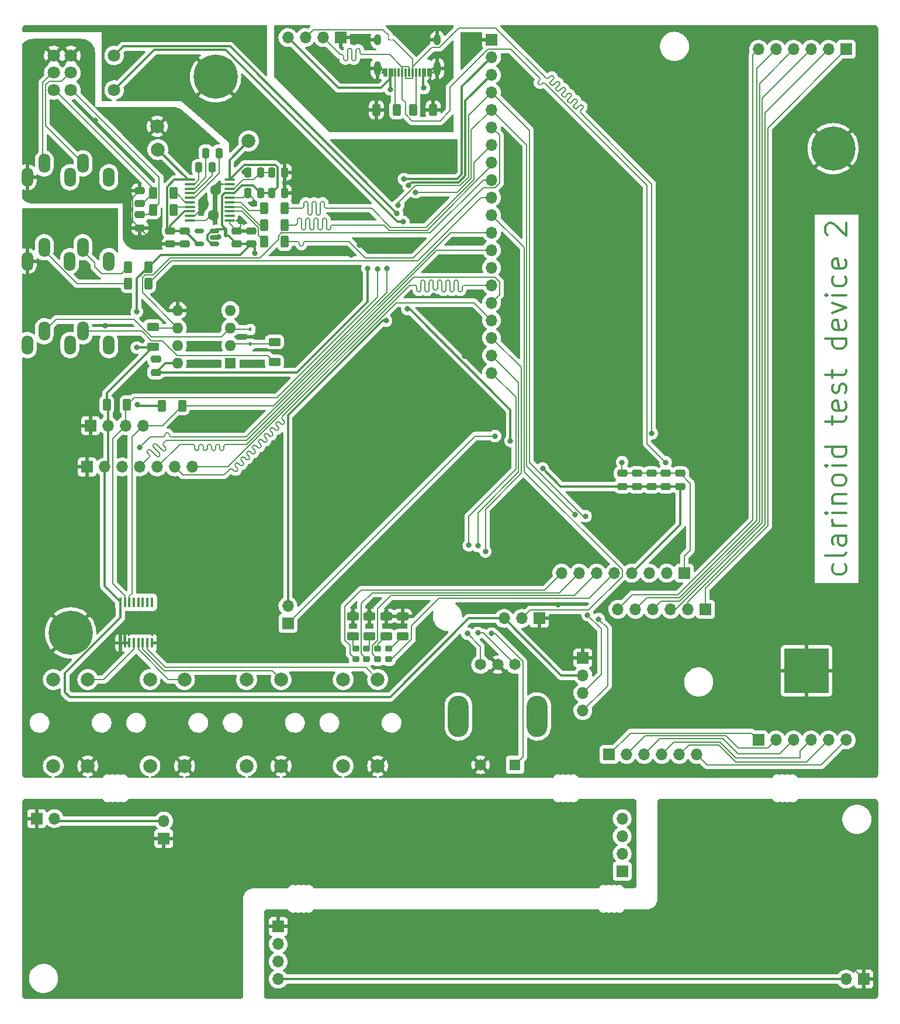
<source format=gbr>
%TF.GenerationSoftware,KiCad,Pcbnew,(6.0.5)*%
%TF.CreationDate,2022-08-13T10:07:46+02:00*%
%TF.ProjectId,clarinoid-devboard,636c6172-696e-46f6-9964-2d646576626f,rev?*%
%TF.SameCoordinates,Original*%
%TF.FileFunction,Copper,L1,Top*%
%TF.FilePolarity,Positive*%
%FSLAX46Y46*%
G04 Gerber Fmt 4.6, Leading zero omitted, Abs format (unit mm)*
G04 Created by KiCad (PCBNEW (6.0.5)) date 2022-08-13 10:07:46*
%MOMM*%
%LPD*%
G01*
G04 APERTURE LIST*
G04 Aperture macros list*
%AMRoundRect*
0 Rectangle with rounded corners*
0 $1 Rounding radius*
0 $2 $3 $4 $5 $6 $7 $8 $9 X,Y pos of 4 corners*
0 Add a 4 corners polygon primitive as box body*
4,1,4,$2,$3,$4,$5,$6,$7,$8,$9,$2,$3,0*
0 Add four circle primitives for the rounded corners*
1,1,$1+$1,$2,$3*
1,1,$1+$1,$4,$5*
1,1,$1+$1,$6,$7*
1,1,$1+$1,$8,$9*
0 Add four rect primitives between the rounded corners*
20,1,$1+$1,$2,$3,$4,$5,0*
20,1,$1+$1,$4,$5,$6,$7,0*
20,1,$1+$1,$6,$7,$8,$9,0*
20,1,$1+$1,$8,$9,$2,$3,0*%
G04 Aperture macros list end*
%ADD10C,0.300000*%
%TA.AperFunction,NonConductor*%
%ADD11C,0.300000*%
%TD*%
%TA.AperFunction,SMDPad,CuDef*%
%ADD12RoundRect,0.218750X-0.256250X0.218750X-0.256250X-0.218750X0.256250X-0.218750X0.256250X0.218750X0*%
%TD*%
%TA.AperFunction,SMDPad,CuDef*%
%ADD13RoundRect,0.250000X-0.475000X0.250000X-0.475000X-0.250000X0.475000X-0.250000X0.475000X0.250000X0*%
%TD*%
%TA.AperFunction,ComponentPad*%
%ADD14R,1.700000X1.700000*%
%TD*%
%TA.AperFunction,ComponentPad*%
%ADD15O,1.700000X1.700000*%
%TD*%
%TA.AperFunction,SMDPad,CuDef*%
%ADD16RoundRect,0.250000X0.475000X-0.250000X0.475000X0.250000X-0.475000X0.250000X-0.475000X-0.250000X0*%
%TD*%
%TA.AperFunction,SMDPad,CuDef*%
%ADD17RoundRect,0.250000X0.625000X-0.312500X0.625000X0.312500X-0.625000X0.312500X-0.625000X-0.312500X0*%
%TD*%
%TA.AperFunction,SMDPad,CuDef*%
%ADD18RoundRect,0.250000X-0.312500X-0.625000X0.312500X-0.625000X0.312500X0.625000X-0.312500X0.625000X0*%
%TD*%
%TA.AperFunction,SMDPad,CuDef*%
%ADD19RoundRect,0.250000X0.250000X0.475000X-0.250000X0.475000X-0.250000X-0.475000X0.250000X-0.475000X0*%
%TD*%
%TA.AperFunction,SMDPad,CuDef*%
%ADD20R,0.450000X1.475000*%
%TD*%
%TA.AperFunction,ComponentPad*%
%ADD21C,2.000000*%
%TD*%
%TA.AperFunction,ComponentPad*%
%ADD22O,1.700000X2.800000*%
%TD*%
%TA.AperFunction,ComponentPad*%
%ADD23C,0.800000*%
%TD*%
%TA.AperFunction,ComponentPad*%
%ADD24C,6.400000*%
%TD*%
%TA.AperFunction,ComponentPad*%
%ADD25R,6.400000X6.400000*%
%TD*%
%TA.AperFunction,SMDPad,CuDef*%
%ADD26C,0.500000*%
%TD*%
%TA.AperFunction,SMDPad,CuDef*%
%ADD27R,0.300000X1.150000*%
%TD*%
%TA.AperFunction,ComponentPad*%
%ADD28O,1.000000X1.600000*%
%TD*%
%TA.AperFunction,ComponentPad*%
%ADD29O,1.000000X2.100000*%
%TD*%
%TA.AperFunction,SMDPad,CuDef*%
%ADD30RoundRect,0.250000X0.312500X0.625000X-0.312500X0.625000X-0.312500X-0.625000X0.312500X-0.625000X0*%
%TD*%
%TA.AperFunction,SMDPad,CuDef*%
%ADD31RoundRect,0.250000X-0.250000X-0.475000X0.250000X-0.475000X0.250000X0.475000X-0.250000X0.475000X0*%
%TD*%
%TA.AperFunction,ComponentPad*%
%ADD32R,1.600000X1.600000*%
%TD*%
%TA.AperFunction,ComponentPad*%
%ADD33O,1.600000X1.600000*%
%TD*%
%TA.AperFunction,ComponentPad*%
%ADD34C,1.800000*%
%TD*%
%TA.AperFunction,SMDPad,CuDef*%
%ADD35RoundRect,0.100000X-0.637500X-0.100000X0.637500X-0.100000X0.637500X0.100000X-0.637500X0.100000X0*%
%TD*%
%TA.AperFunction,SMDPad,CuDef*%
%ADD36R,0.450000X0.600000*%
%TD*%
%TA.AperFunction,ComponentPad*%
%ADD37R,1.650000X1.650000*%
%TD*%
%TA.AperFunction,ComponentPad*%
%ADD38C,1.650000*%
%TD*%
%TA.AperFunction,ComponentPad*%
%ADD39O,3.000000X6.000000*%
%TD*%
%TA.AperFunction,SMDPad,CuDef*%
%ADD40RoundRect,0.150000X0.512500X0.150000X-0.512500X0.150000X-0.512500X-0.150000X0.512500X-0.150000X0*%
%TD*%
%TA.AperFunction,ViaPad*%
%ADD41C,0.800000*%
%TD*%
%TA.AperFunction,ViaPad*%
%ADD42C,1.600000*%
%TD*%
%TA.AperFunction,Conductor*%
%ADD43C,0.300000*%
%TD*%
%TA.AperFunction,Conductor*%
%ADD44C,0.200000*%
%TD*%
G04 APERTURE END LIST*
D10*
D11*
X450843589Y-83440034D02*
X450986446Y-83725748D01*
X450986446Y-84297176D01*
X450843589Y-84582891D01*
X450700732Y-84725748D01*
X450415018Y-84868605D01*
X449557875Y-84868605D01*
X449272161Y-84725748D01*
X449129304Y-84582891D01*
X448986446Y-84297176D01*
X448986446Y-83725748D01*
X449129304Y-83440034D01*
X450986446Y-81725748D02*
X450843589Y-82011462D01*
X450557875Y-82154319D01*
X447986446Y-82154319D01*
X450986446Y-79297176D02*
X449415018Y-79297176D01*
X449129304Y-79440034D01*
X448986446Y-79725748D01*
X448986446Y-80297176D01*
X449129304Y-80582891D01*
X450843589Y-79297176D02*
X450986446Y-79582891D01*
X450986446Y-80297176D01*
X450843589Y-80582891D01*
X450557875Y-80725748D01*
X450272161Y-80725748D01*
X449986446Y-80582891D01*
X449843589Y-80297176D01*
X449843589Y-79582891D01*
X449700732Y-79297176D01*
X450986446Y-77868605D02*
X448986446Y-77868605D01*
X449557875Y-77868605D02*
X449272161Y-77725748D01*
X449129304Y-77582891D01*
X448986446Y-77297176D01*
X448986446Y-77011462D01*
X450986446Y-76011462D02*
X448986446Y-76011462D01*
X447986446Y-76011462D02*
X448129304Y-76154319D01*
X448272161Y-76011462D01*
X448129304Y-75868605D01*
X447986446Y-76011462D01*
X448272161Y-76011462D01*
X448986446Y-74582891D02*
X450986446Y-74582891D01*
X449272161Y-74582891D02*
X449129304Y-74440034D01*
X448986446Y-74154319D01*
X448986446Y-73725748D01*
X449129304Y-73440034D01*
X449415018Y-73297176D01*
X450986446Y-73297176D01*
X450986446Y-71440034D02*
X450843589Y-71725748D01*
X450700732Y-71868605D01*
X450415018Y-72011462D01*
X449557875Y-72011462D01*
X449272161Y-71868605D01*
X449129304Y-71725748D01*
X448986446Y-71440034D01*
X448986446Y-71011462D01*
X449129304Y-70725748D01*
X449272161Y-70582891D01*
X449557875Y-70440034D01*
X450415018Y-70440034D01*
X450700732Y-70582891D01*
X450843589Y-70725748D01*
X450986446Y-71011462D01*
X450986446Y-71440034D01*
X450986446Y-69154319D02*
X448986446Y-69154319D01*
X447986446Y-69154319D02*
X448129304Y-69297176D01*
X448272161Y-69154319D01*
X448129304Y-69011462D01*
X447986446Y-69154319D01*
X448272161Y-69154319D01*
X450986446Y-66440034D02*
X447986446Y-66440034D01*
X450843589Y-66440034D02*
X450986446Y-66725748D01*
X450986446Y-67297176D01*
X450843589Y-67582891D01*
X450700732Y-67725748D01*
X450415018Y-67868605D01*
X449557875Y-67868605D01*
X449272161Y-67725748D01*
X449129304Y-67582891D01*
X448986446Y-67297176D01*
X448986446Y-66725748D01*
X449129304Y-66440034D01*
X448986446Y-63154319D02*
X448986446Y-62011462D01*
X447986446Y-62725748D02*
X450557875Y-62725748D01*
X450843589Y-62582891D01*
X450986446Y-62297176D01*
X450986446Y-62011462D01*
X450843589Y-59868605D02*
X450986446Y-60154319D01*
X450986446Y-60725748D01*
X450843589Y-61011462D01*
X450557875Y-61154319D01*
X449415018Y-61154319D01*
X449129304Y-61011462D01*
X448986446Y-60725748D01*
X448986446Y-60154319D01*
X449129304Y-59868605D01*
X449415018Y-59725748D01*
X449700732Y-59725748D01*
X449986446Y-61154319D01*
X450843589Y-58582891D02*
X450986446Y-58297176D01*
X450986446Y-57725748D01*
X450843589Y-57440034D01*
X450557875Y-57297176D01*
X450415018Y-57297176D01*
X450129304Y-57440034D01*
X449986446Y-57725748D01*
X449986446Y-58154319D01*
X449843589Y-58440034D01*
X449557875Y-58582891D01*
X449415018Y-58582891D01*
X449129304Y-58440034D01*
X448986446Y-58154319D01*
X448986446Y-57725748D01*
X449129304Y-57440034D01*
X448986446Y-56440034D02*
X448986446Y-55297176D01*
X447986446Y-56011462D02*
X450557875Y-56011462D01*
X450843589Y-55868605D01*
X450986446Y-55582891D01*
X450986446Y-55297176D01*
X450986446Y-50725748D02*
X447986446Y-50725748D01*
X450843589Y-50725748D02*
X450986446Y-51011462D01*
X450986446Y-51582891D01*
X450843589Y-51868605D01*
X450700732Y-52011462D01*
X450415018Y-52154319D01*
X449557875Y-52154319D01*
X449272161Y-52011462D01*
X449129304Y-51868605D01*
X448986446Y-51582891D01*
X448986446Y-51011462D01*
X449129304Y-50725748D01*
X450843589Y-48154319D02*
X450986446Y-48440034D01*
X450986446Y-49011462D01*
X450843589Y-49297176D01*
X450557875Y-49440034D01*
X449415018Y-49440034D01*
X449129304Y-49297176D01*
X448986446Y-49011462D01*
X448986446Y-48440034D01*
X449129304Y-48154319D01*
X449415018Y-48011462D01*
X449700732Y-48011462D01*
X449986446Y-49440034D01*
X448986446Y-47011462D02*
X450986446Y-46297176D01*
X448986446Y-45582891D01*
X450986446Y-44440034D02*
X448986446Y-44440034D01*
X447986446Y-44440034D02*
X448129304Y-44582891D01*
X448272161Y-44440034D01*
X448129304Y-44297176D01*
X447986446Y-44440034D01*
X448272161Y-44440034D01*
X450843589Y-41725748D02*
X450986446Y-42011462D01*
X450986446Y-42582891D01*
X450843589Y-42868605D01*
X450700732Y-43011462D01*
X450415018Y-43154319D01*
X449557875Y-43154319D01*
X449272161Y-43011462D01*
X449129304Y-42868605D01*
X448986446Y-42582891D01*
X448986446Y-42011462D01*
X449129304Y-41725748D01*
X450843589Y-39297176D02*
X450986446Y-39582891D01*
X450986446Y-40154319D01*
X450843589Y-40440034D01*
X450557875Y-40582891D01*
X449415018Y-40582891D01*
X449129304Y-40440034D01*
X448986446Y-40154319D01*
X448986446Y-39582891D01*
X449129304Y-39297176D01*
X449415018Y-39154319D01*
X449700732Y-39154319D01*
X449986446Y-40582891D01*
X448272161Y-35725748D02*
X448129304Y-35582891D01*
X447986446Y-35297176D01*
X447986446Y-34582891D01*
X448129304Y-34297176D01*
X448272161Y-34154319D01*
X448557875Y-34011462D01*
X448843589Y-34011462D01*
X449272161Y-34154319D01*
X450986446Y-35868605D01*
X450986446Y-34011462D01*
%TO.C,NT1*%
G36*
X361334556Y-35875729D02*
G01*
X360834556Y-35875729D01*
X360834556Y-34875729D01*
X361334556Y-34875729D01*
X361334556Y-35875729D01*
G37*
%TD*%
D12*
%TO.P,D5,1,K*%
%TO.N,Net-(D5-Pad1)*%
X384739304Y-95600034D03*
%TO.P,D5,2,A*%
%TO.N,/GEN_LED1*%
X384739304Y-97175034D03*
%TD*%
D13*
%TO.P,C4,1*%
%TO.N,A3v3*%
X353084556Y-35125729D03*
%TO.P,C4,2*%
%TO.N,AGND*%
X353084556Y-37025729D03*
%TD*%
D14*
%TO.P,U38,1,gnd*%
%TO.N,/gnd from processor*%
X406539304Y-91250034D03*
D15*
%TO.P,U38,2,Data*%
%TO.N,/WS2812_DATA*%
X403999304Y-91250034D03*
%TO.P,U38,3,+5v*%
%TO.N,/+3.3v regulator output*%
X401459304Y-91250034D03*
%TD*%
D16*
%TO.P,C21,1*%
%TO.N,/5v regulated*%
X422789304Y-72150034D03*
%TO.P,C21,2*%
%TO.N,/powerboard outp GND*%
X422789304Y-70250034D03*
%TD*%
D12*
%TO.P,D7,1,K*%
%TO.N,Net-(D7-Pad1)*%
X383139304Y-95600034D03*
%TO.P,D7,2,A*%
%TO.N,/GEN_LED2*%
X383139304Y-97175034D03*
%TD*%
D17*
%TO.P,R35,1*%
%TO.N,Net-(D7-Pad1)*%
X384339304Y-93850034D03*
%TO.P,R35,2*%
%TO.N,/gnd from processor*%
X384339304Y-90925034D03*
%TD*%
D18*
%TO.P,R40,1*%
%TO.N,/+3.3v regulator output*%
X343876804Y-60350034D03*
%TO.P,R40,2*%
%TO.N,/I2C_SDA*%
X346801804Y-60350034D03*
%TD*%
D16*
%TO.P,C23,1*%
%TO.N,/5v regulated*%
X426989304Y-72150034D03*
%TO.P,C23,2*%
%TO.N,/powerboard outp GND*%
X426989304Y-70250034D03*
%TD*%
D19*
%TO.P,C14,1*%
%TO.N,/gnd from processor*%
X369684556Y-29675729D03*
%TO.P,C14,2*%
%TO.N,D3v3*%
X367784556Y-29675729D03*
%TD*%
D12*
%TO.P,D9,1,K*%
%TO.N,Net-(D9-Pad1)*%
X379939304Y-95600034D03*
%TO.P,D9,2,A*%
%TO.N,/GEN_LED4*%
X379939304Y-97175034D03*
%TD*%
D16*
%TO.P,C20,1*%
%TO.N,/5v regulated*%
X420689304Y-72150034D03*
%TO.P,C20,2*%
%TO.N,/powerboard outp GND*%
X420689304Y-70250034D03*
%TD*%
D14*
%TO.P,J33,1,Pin_1*%
%TO.N,/power_header/gnd*%
X352139304Y-123120034D03*
D15*
%TO.P,J33,2,Pin_2*%
%TO.N,/power_header/5v input*%
X352139304Y-120580034D03*
%TD*%
D20*
%TO.P,IC1,1,A0*%
%TO.N,/gnd from processor*%
X345864304Y-94788034D03*
%TO.P,IC1,2,A1*%
X346514304Y-94788034D03*
%TO.P,IC1,3,A2*%
X347164304Y-94788034D03*
%TO.P,IC1,4,IO0*%
%TO.N,Net-(IC1-Pad4)*%
X347814304Y-94788034D03*
%TO.P,IC1,5,IO1*%
%TO.N,Net-(IC1-Pad5)*%
X348464304Y-94788034D03*
%TO.P,IC1,6,IO2*%
%TO.N,Net-(IC1-Pad6)*%
X349114304Y-94788034D03*
%TO.P,IC1,7,IO3*%
%TO.N,Net-(IC1-Pad7)*%
X349764304Y-94788034D03*
%TO.P,IC1,8,VSS*%
%TO.N,/gnd from processor*%
X350414304Y-94788034D03*
%TO.P,IC1,9,IO4*%
%TO.N,unconnected-(IC1-Pad9)*%
X350414304Y-88912034D03*
%TO.P,IC1,10,IO5*%
%TO.N,unconnected-(IC1-Pad10)*%
X349764304Y-88912034D03*
%TO.P,IC1,11,IO6*%
%TO.N,unconnected-(IC1-Pad11)*%
X349114304Y-88912034D03*
%TO.P,IC1,12,IO7*%
%TO.N,unconnected-(IC1-Pad12)*%
X348464304Y-88912034D03*
%TO.P,IC1,13,~{INT}*%
%TO.N,unconnected-(IC1-Pad13)*%
X347814304Y-88912034D03*
%TO.P,IC1,14,SCL*%
%TO.N,/I2C_SCL*%
X347164304Y-88912034D03*
%TO.P,IC1,15,SDA*%
%TO.N,/I2C_SDA*%
X346514304Y-88912034D03*
%TO.P,IC1,16,VDD*%
%TO.N,/+3.3v regulator output*%
X345864304Y-88912034D03*
%TD*%
D17*
%TO.P,R19,1*%
%TO.N,Net-(J10-Pad4)*%
X368184556Y-54138229D03*
%TO.P,R19,2*%
%TO.N,Net-(D6-Pad1)*%
X368184556Y-51213229D03*
%TD*%
D14*
%TO.P,J45,1,Pin_1*%
%TO.N,Net-(J45-Pad1)*%
X438311804Y-108851034D03*
D15*
%TO.P,J45,2,Pin_2*%
%TO.N,Net-(J45-Pad2)*%
X440851804Y-108851034D03*
%TO.P,J45,3,Pin_3*%
%TO.N,Net-(J45-Pad3)*%
X443391804Y-108851034D03*
%TO.P,J45,4,Pin_4*%
%TO.N,Net-(J45-Pad4)*%
X445931804Y-108851034D03*
%TO.P,J45,5,Pin_5*%
%TO.N,Net-(J45-Pad5)*%
X448471804Y-108851034D03*
%TO.P,J45,6,Pin_6*%
%TO.N,Net-(J45-Pad6)*%
X451011804Y-108851034D03*
%TD*%
D13*
%TO.P,C12,1*%
%TO.N,dac output R*%
X348684556Y-32825729D03*
%TO.P,C12,2*%
%TO.N,AGND*%
X348684556Y-34725729D03*
%TD*%
D21*
%TO.P,SW4,1,1*%
%TO.N,Net-(IC1-Pad6)*%
X369139304Y-100100034D03*
%TO.P,SW4,2,2*%
%TO.N,/gnd from processor*%
X369139304Y-112600034D03*
%TO.P,SW4,3*%
%TO.N,N/C*%
X364139304Y-100100034D03*
%TO.P,SW4,4*%
X364139304Y-112600034D03*
%TD*%
D16*
%TO.P,C27,1*%
%TO.N,/5v from processor*%
X350984556Y-55625729D03*
%TO.P,C27,2*%
%TO.N,/gnd from processor*%
X350984556Y-53725729D03*
%TD*%
D14*
%TO.P,J30,1,Pin_1*%
%TO.N,unconnected-(J30-Pad1)*%
X418549304Y-127850034D03*
D15*
%TO.P,J30,2,Pin_2*%
%TO.N,unconnected-(J30-Pad2)*%
X418549304Y-125310034D03*
%TO.P,J30,3,Pin_3*%
%TO.N,unconnected-(J30-Pad3)*%
X418549304Y-122770034D03*
%TO.P,J30,4,Pin_4*%
%TO.N,unconnected-(J30-Pad4)*%
X418549304Y-120230034D03*
%TD*%
D21*
%TO.P,SW3,1,1*%
%TO.N,Net-(IC1-Pad5)*%
X355139304Y-100100034D03*
%TO.P,SW3,2,2*%
%TO.N,/gnd from processor*%
X355139304Y-112600034D03*
%TO.P,SW3,3*%
%TO.N,N/C*%
X350139304Y-100100034D03*
%TO.P,SW3,4*%
X350139304Y-112600034D03*
%TD*%
D18*
%TO.P,R41,1*%
%TO.N,/+3.3v regulator output*%
X351876804Y-60450034D03*
%TO.P,R41,2*%
%TO.N,/I2C_SCL*%
X354801804Y-60450034D03*
%TD*%
D22*
%TO.P,J10,1,S-GND*%
%TO.N,unconnected-(J10-Pad1)*%
X332384556Y-51675729D03*
%TO.P,J10,2,Tip*%
%TO.N,Net-(D6-Pad2)*%
X334834556Y-49675729D03*
%TO.P,J10,3*%
%TO.N,unconnected-(J10-Pad3)*%
X338534556Y-51675729D03*
%TO.P,J10,4,Ring*%
%TO.N,Net-(J10-Pad4)*%
X340434556Y-49675729D03*
%TO.P,J10,5*%
%TO.N,unconnected-(J10-Pad5)*%
X344184556Y-51675729D03*
%TD*%
D14*
%TO.P,J43,1,Pin_1*%
%TO.N,/gnd from processor*%
X399629304Y-7440034D03*
D15*
%TO.P,J43,2,Pin_2*%
%TO.N,/+3.3v regulator output*%
X399629304Y-9980034D03*
%TO.P,J43,3,Pin_3*%
%TO.N,/5v from processor*%
X399629304Y-12520034D03*
%TO.P,J43,4,Pin_4*%
%TO.N,/I2C_SCL*%
X399629304Y-15060034D03*
%TO.P,J43,5,Pin_5*%
%TO.N,/I2C_SDA*%
X399629304Y-17600034D03*
%TO.P,J43,6,Pin_6*%
%TO.N,/I2S_BCK_MM*%
X399629304Y-20140034D03*
%TO.P,J43,7,Pin_7*%
%TO.N,/I2S_LRCK_MM*%
X399629304Y-22680034D03*
%TO.P,J43,8,Pin_8*%
%TO.N,/I2S_DIN_MM*%
X399629304Y-25220034D03*
%TO.P,J43,9,Pin_9*%
%TO.N,/T00 MIDI IN*%
X399629304Y-27760034D03*
%TO.P,J43,10,Pin_10*%
%TO.N,/T01=MIDI OUT*%
X399629304Y-30300034D03*
%TO.P,J43,11,Pin_11*%
%TO.N,/WS2812_DATA*%
X399629304Y-32840034D03*
%TO.P,J43,12,Pin_12*%
%TO.N,/SPI0_SCK*%
X399629304Y-35380034D03*
%TO.P,J43,13,Pin_13*%
%TO.N,/SPI0_MOSI*%
X399629304Y-37920034D03*
%TO.P,J43,14,Pin_14*%
%TO.N,/SPI0_MISO*%
X399629304Y-40460034D03*
%TO.P,J43,15,Pin_15*%
%TO.N,/OLED_CS*%
X399629304Y-43000034D03*
%TO.P,J43,16,Pin_16*%
%TO.N,/OLED_RES*%
X399629304Y-45540034D03*
%TO.P,J43,17,Pin_17*%
%TO.N,/OLED_DC*%
X399629304Y-48080034D03*
%TO.P,J43,18,Pin_18*%
%TO.N,/ENC_SWITCH*%
X399629304Y-50620034D03*
%TO.P,J43,19,Pin_19*%
%TO.N,/ENC_A*%
X399629304Y-53160034D03*
%TO.P,J43,20,Pin_20*%
%TO.N,/ENC_B*%
X399629304Y-55700034D03*
%TD*%
D23*
%TO.P,H2,1,1*%
%TO.N,/gnd from processor*%
X340336360Y-91652978D03*
X336942248Y-91652978D03*
X338639304Y-95750034D03*
X336239304Y-93350034D03*
X336942248Y-95047090D03*
X341039304Y-93350034D03*
X338639304Y-90950034D03*
X340336360Y-95047090D03*
D24*
X338639304Y-93350034D03*
%TD*%
D18*
%TO.P,R7,1*%
%TO.N,/usb gnd*%
X382939304Y-17635034D03*
%TO.P,R7,2*%
%TO.N,Net-(J2-PadB5)*%
X385864304Y-17635034D03*
%TD*%
D25*
%TO.P,H1,1,1*%
%TO.N,/gnd from processor*%
X445239304Y-98850034D03*
%TD*%
D19*
%TO.P,C8,1*%
%TO.N,Net-(C8-Pad1)*%
X360134556Y-23875729D03*
%TO.P,C8,2*%
%TO.N,Net-(C8-Pad2)*%
X358234556Y-23875729D03*
%TD*%
D16*
%TO.P,C5,1*%
%TO.N,/+3.3v regulator output*%
X364784556Y-37025729D03*
%TO.P,C5,2*%
%TO.N,/gnd from processor*%
X364784556Y-35125729D03*
%TD*%
D26*
%TO.P,NT1,1,1*%
%TO.N,/+3.3v regulator output*%
X361084556Y-35875729D03*
%TO.P,NT1,2,2*%
%TO.N,D3v3*%
X361084556Y-34875729D03*
%TD*%
D16*
%TO.P,C9,1*%
%TO.N,dac output L*%
X348684556Y-31225729D03*
%TO.P,C9,2*%
%TO.N,AGND*%
X348684556Y-29325729D03*
%TD*%
D14*
%TO.P,J44,1,Pin_1*%
%TO.N,/powerboard outp GND*%
X427569304Y-84700034D03*
D15*
%TO.P,J44,2,Pin_2*%
%TO.N,/USB D+*%
X425029304Y-84700034D03*
%TO.P,J44,3,Pin_3*%
%TO.N,/USB D-*%
X422489304Y-84700034D03*
%TO.P,J44,4,Pin_4*%
%TO.N,/5v regulated*%
X419949304Y-84700034D03*
%TO.P,J44,5,Pin_5*%
%TO.N,/GEN_LED1*%
X417409304Y-84700034D03*
%TO.P,J44,6,Pin_6*%
%TO.N,/GEN_LED2*%
X414869304Y-84700034D03*
%TO.P,J44,7,Pin_7*%
%TO.N,/GEN_LED3*%
X412329304Y-84700034D03*
%TO.P,J44,8,Pin_8*%
%TO.N,/GEN_LED4*%
X409789304Y-84700034D03*
%TD*%
D14*
%TO.P,J5,1,Pin_1*%
%TO.N,/gnd from processor*%
X341539304Y-63325034D03*
D15*
%TO.P,J5,2,Pin_2*%
%TO.N,/+3.3v regulator output*%
X344079304Y-63325034D03*
%TO.P,J5,3,Pin_3*%
%TO.N,/I2C_SDA*%
X346619304Y-63325034D03*
%TO.P,J5,4,Pin_4*%
%TO.N,/I2C_SCL*%
X349159304Y-63325034D03*
%TD*%
D27*
%TO.P,J2,A1,GND*%
%TO.N,/usb gnd*%
X390789304Y-12220034D03*
%TO.P,J2,A4,VBUS*%
%TO.N,/USB VIN 5v*%
X389989304Y-12220034D03*
%TO.P,J2,A5,CC*%
%TO.N,Net-(J2-PadA5)*%
X388689304Y-12220034D03*
%TO.P,J2,A6,D+*%
%TO.N,/USB D+*%
X387689304Y-12220034D03*
%TO.P,J2,A7,D-*%
%TO.N,/USB D-*%
X387189304Y-12220034D03*
%TO.P,J2,A8*%
%TO.N,N/C*%
X386189304Y-12220034D03*
%TO.P,J2,A9,VBUS*%
%TO.N,/USB VIN 5v*%
X384889304Y-12220034D03*
%TO.P,J2,A12,GND*%
%TO.N,/usb gnd*%
X384089304Y-12220034D03*
%TO.P,J2,B1,GND*%
X384389304Y-12220034D03*
%TO.P,J2,B4,VBUS*%
%TO.N,/USB VIN 5v*%
X385189304Y-12220034D03*
%TO.P,J2,B5,VCONN*%
%TO.N,Net-(J2-PadB5)*%
X385689304Y-12220034D03*
%TO.P,J2,B6,D+_to_A6*%
%TO.N,/USB D+*%
X386689304Y-12220034D03*
%TO.P,J2,B7,D-_to_A7*%
%TO.N,/USB D-*%
X388189304Y-12220034D03*
%TO.P,J2,B8*%
%TO.N,N/C*%
X389189304Y-12220034D03*
%TO.P,J2,B9,VBUS*%
%TO.N,/USB VIN 5v*%
X389689304Y-12220034D03*
%TO.P,J2,B12,GND*%
%TO.N,/usb gnd*%
X390489304Y-12220034D03*
D28*
%TO.P,J2,S1,SHIELD*%
X391759304Y-7475034D03*
X383119304Y-7475034D03*
D29*
X391759304Y-11655034D03*
X383119304Y-11655034D03*
%TD*%
D12*
%TO.P,D8,1,K*%
%TO.N,Net-(D8-Pad1)*%
X381539304Y-95600034D03*
%TO.P,D8,2,A*%
%TO.N,/GEN_LED3*%
X381539304Y-97175034D03*
%TD*%
D30*
%TO.P,R6,1*%
%TO.N,Net-(R6-Pad1)*%
X353547056Y-32075729D03*
%TO.P,R6,2*%
%TO.N,dac output R*%
X350622056Y-32075729D03*
%TD*%
D21*
%TO.P,SW2,1,1*%
%TO.N,Net-(IC1-Pad4)*%
X341139304Y-100100034D03*
%TO.P,SW2,2,2*%
%TO.N,/gnd from processor*%
X341139304Y-112600034D03*
%TO.P,SW2,3*%
%TO.N,N/C*%
X336139304Y-100100034D03*
%TO.P,SW2,4*%
X336139304Y-112600034D03*
%TD*%
%TO.P,TP3,1,1*%
%TO.N,AGND*%
X351193556Y-20015729D03*
%TD*%
D14*
%TO.P,J52,1,Pin_1*%
%TO.N,Net-(J52-Pad1)*%
X430629304Y-89940034D03*
D15*
%TO.P,J52,2,Pin_2*%
%TO.N,Net-(J52-Pad2)*%
X428089304Y-89940034D03*
%TO.P,J52,3,Pin_3*%
%TO.N,Net-(J52-Pad3)*%
X425549304Y-89940034D03*
%TO.P,J52,4,Pin_4*%
%TO.N,Net-(J52-Pad4)*%
X423009304Y-89940034D03*
%TO.P,J52,5,Pin_5*%
%TO.N,Net-(J52-Pad5)*%
X420469304Y-89940034D03*
%TO.P,J52,6,Pin_6*%
%TO.N,Net-(J52-Pad6)*%
X417929304Y-89940034D03*
%TD*%
D21*
%TO.P,TP6,1,1*%
%TO.N,D3v3*%
X364433556Y-22123229D03*
%TD*%
D31*
%TO.P,C11,1*%
%TO.N,/gnd from processor*%
X364284556Y-29675729D03*
%TO.P,C11,2*%
%TO.N,D3v3*%
X366184556Y-29675729D03*
%TD*%
D17*
%TO.P,R34,1*%
%TO.N,Net-(D5-Pad1)*%
X386739304Y-93850034D03*
%TO.P,R34,2*%
%TO.N,/gnd from processor*%
X386739304Y-90925034D03*
%TD*%
D16*
%TO.P,C6,1*%
%TO.N,/+3.3v regulator output*%
X362684556Y-37025729D03*
%TO.P,C6,2*%
%TO.N,/gnd from processor*%
X362684556Y-35125729D03*
%TD*%
D32*
%TO.P,U8,1,NC*%
%TO.N,unconnected-(U8-Pad1)*%
X361784556Y-54275729D03*
D33*
%TO.P,U8,2,C1*%
%TO.N,Net-(D6-Pad1)*%
X361784556Y-51735729D03*
%TO.P,U8,3,C2*%
%TO.N,Net-(D6-Pad2)*%
X361784556Y-49195729D03*
%TO.P,U8,4,NC*%
%TO.N,unconnected-(U8-Pad4)*%
X361784556Y-46655729D03*
%TO.P,U8,5,GND*%
%TO.N,/gnd from processor*%
X354164556Y-46655729D03*
%TO.P,U8,6,VO2*%
%TO.N,/T00 MIDI IN*%
X354164556Y-49195729D03*
%TO.P,U8,7,VO1*%
%TO.N,unconnected-(U8-Pad7)*%
X354164556Y-51735729D03*
%TO.P,U8,8,VCC*%
%TO.N,/5v from processor*%
X354164556Y-54275729D03*
%TD*%
D34*
%TO.P,R13,1,R1_1*%
%TO.N,AGND*%
X336199640Y-9751424D03*
%TO.P,R13,2,R1_2*%
%TO.N,audio out L*%
X336199640Y-12251424D03*
%TO.P,R13,3,R1_3*%
%TO.N,dac output L*%
X336199640Y-14751424D03*
%TO.P,R13,4,R2_1*%
%TO.N,AGND*%
X338699640Y-9751424D03*
%TO.P,R13,5,R2_2*%
%TO.N,audio out R*%
X338699640Y-12251424D03*
%TO.P,R13,6,R2_3*%
%TO.N,dac output R*%
X338699640Y-14751424D03*
%TO.P,R13,7,SW_1*%
%TO.N,/Power board output +5v*%
X344949640Y-9751424D03*
%TO.P,R13,8,SW_2*%
%TO.N,/5v regulated*%
X344949640Y-14751424D03*
%TD*%
D16*
%TO.P,C17,1*%
%TO.N,/5v regulated*%
X418589304Y-72150034D03*
%TO.P,C17,2*%
%TO.N,/powerboard outp GND*%
X418589304Y-70250034D03*
%TD*%
D18*
%TO.P,R21,1*%
%TO.N,Net-(J11-Pad2)*%
X346984556Y-42775729D03*
%TO.P,R21,2*%
%TO.N,/T01=MIDI OUT*%
X349909556Y-42775729D03*
%TD*%
D23*
%TO.P,H5,1,1*%
%TO.N,/gnd from processor*%
X447414748Y-21553978D03*
D24*
X449111804Y-23251034D03*
D23*
X447414748Y-24948090D03*
X451511804Y-23251034D03*
X446711804Y-23251034D03*
X450808860Y-21553978D03*
X449111804Y-25651034D03*
X450808860Y-24948090D03*
X449111804Y-20851034D03*
%TD*%
D17*
%TO.P,R37,1*%
%TO.N,Net-(D9-Pad1)*%
X379539304Y-93850034D03*
%TO.P,R37,2*%
%TO.N,/gnd from processor*%
X379539304Y-90925034D03*
%TD*%
%TO.P,R22,1*%
%TO.N,/+3.3v regulator output*%
X350584556Y-51938229D03*
%TO.P,R22,2*%
%TO.N,/T00 MIDI IN*%
X350584556Y-49013229D03*
%TD*%
D30*
%TO.P,R8,1*%
%TO.N,/usb gnd*%
X391164304Y-17635034D03*
%TO.P,R8,2*%
%TO.N,Net-(J2-PadA5)*%
X388239304Y-17635034D03*
%TD*%
D21*
%TO.P,TP8,1,1*%
%TO.N,A3v3*%
X351284556Y-23375729D03*
%TD*%
D14*
%TO.P,J31,1,Pin_1*%
%TO.N,/usb gnd*%
X377739304Y-7150034D03*
D15*
%TO.P,J31,2,Pin_2*%
%TO.N,/USB D+*%
X375199304Y-7150034D03*
%TO.P,J31,3,Pin_3*%
%TO.N,/USB D-*%
X372659304Y-7150034D03*
%TO.P,J31,4,Pin_4*%
%TO.N,/USB VIN 5v*%
X370119304Y-7150034D03*
%TD*%
D30*
%TO.P,R3,1*%
%TO.N,/I2S_BCK_MM*%
X369647056Y-36675729D03*
%TO.P,R3,2*%
%TO.N,Net-(R3-Pad2)*%
X366722056Y-36675729D03*
%TD*%
D31*
%TO.P,C13,1*%
%TO.N,Net-(C10-Pad1)*%
X367784556Y-26668229D03*
%TO.P,C13,2*%
%TO.N,/gnd from processor*%
X369684556Y-26668229D03*
%TD*%
D22*
%TO.P,J1,1,S-GND*%
%TO.N,AGND*%
X332384556Y-27375729D03*
%TO.P,J1,2,Tip*%
%TO.N,audio out L*%
X334834556Y-25375729D03*
%TO.P,J1,3*%
%TO.N,unconnected-(J1-Pad3)*%
X338534556Y-27375729D03*
%TO.P,J1,4,Ring*%
%TO.N,audio out R*%
X340434556Y-25375729D03*
%TO.P,J1,5*%
%TO.N,unconnected-(J1-Pad5)*%
X344184556Y-27375729D03*
%TD*%
D30*
%TO.P,R1,1*%
%TO.N,/I2S_LRCK_MM*%
X369647056Y-31875729D03*
%TO.P,R1,2*%
%TO.N,Net-(R1-Pad2)*%
X366722056Y-31875729D03*
%TD*%
D14*
%TO.P,J37,1,Pin_1*%
%TO.N,/power_usb/gnd*%
X453549304Y-143470034D03*
D15*
%TO.P,J37,2,Pin_2*%
%TO.N,/power_usb/5v input*%
X451009304Y-143470034D03*
%TD*%
D13*
%TO.P,C3,1*%
%TO.N,A3v3*%
X355184556Y-35125729D03*
%TO.P,C3,2*%
%TO.N,AGND*%
X355184556Y-37025729D03*
%TD*%
D35*
%TO.P,U1,1,CPVDD*%
%TO.N,A3v3*%
X355922056Y-27750729D03*
%TO.P,U1,2,CAPP*%
%TO.N,Net-(C7-Pad1)*%
X355922056Y-28400729D03*
%TO.P,U1,3,CPGND*%
%TO.N,Net-(C8-Pad2)*%
X355922056Y-29050729D03*
%TO.P,U1,4,CAPM*%
%TO.N,Net-(C7-Pad2)*%
X355922056Y-29700729D03*
%TO.P,U1,5,VNEG*%
%TO.N,Net-(C8-Pad1)*%
X355922056Y-30350729D03*
%TO.P,U1,6,OUTL*%
%TO.N,Net-(R5-Pad1)*%
X355922056Y-31000729D03*
%TO.P,U1,7,OUTR*%
%TO.N,Net-(R6-Pad1)*%
X355922056Y-31650729D03*
%TO.P,U1,8,AVDD*%
%TO.N,A3v3*%
X355922056Y-32300729D03*
%TO.P,U1,9,AGND*%
%TO.N,AGND*%
X355922056Y-32950729D03*
%TO.P,U1,10,DEMP*%
%TO.N,/gnd from processor*%
X355922056Y-33600729D03*
%TO.P,U1,11,FLT*%
X361647056Y-33600729D03*
%TO.P,U1,12,SCK*%
%TO.N,unconnected-(U1-Pad12)*%
X361647056Y-32950729D03*
%TO.P,U1,13,BCK*%
%TO.N,Net-(R3-Pad2)*%
X361647056Y-32300729D03*
%TO.P,U1,14,DIN*%
%TO.N,Net-(R2-Pad2)*%
X361647056Y-31650729D03*
%TO.P,U1,15,LRCK*%
%TO.N,Net-(R1-Pad2)*%
X361647056Y-31000729D03*
%TO.P,U1,16,FMT*%
%TO.N,/gnd from processor*%
X361647056Y-30350729D03*
%TO.P,U1,17,XSMT*%
%TO.N,D3v3*%
X361647056Y-29700729D03*
%TO.P,U1,18,LDOO*%
%TO.N,Net-(C10-Pad1)*%
X361647056Y-29050729D03*
%TO.P,U1,19,DGND*%
%TO.N,/gnd from processor*%
X361647056Y-28400729D03*
%TO.P,U1,20,DVDD*%
%TO.N,D3v3*%
X361647056Y-27750729D03*
%TD*%
D14*
%TO.P,J12,1,GND*%
%TO.N,/gnd from processor*%
X341039304Y-69325034D03*
D15*
%TO.P,J12,2,VDD*%
%TO.N,/+3.3v regulator output*%
X343579304Y-69325034D03*
%TO.P,J12,3,SCK*%
%TO.N,/SPI0_SCK*%
X346119304Y-69325034D03*
%TO.P,J12,4,SDA*%
%TO.N,/SPI0_MOSI*%
X348659304Y-69325034D03*
%TO.P,J12,5,RES*%
%TO.N,/OLED_RES*%
X351199304Y-69325034D03*
%TO.P,J12,6,DC*%
%TO.N,/OLED_DC*%
X353739304Y-69325034D03*
%TO.P,J12,7,CS*%
%TO.N,/OLED_CS*%
X356279304Y-69325034D03*
%TD*%
D14*
%TO.P,J36,1,Pin_1*%
%TO.N,/power_usb/gnd*%
X368729304Y-135850034D03*
D15*
%TO.P,J36,2,Pin_2*%
%TO.N,unconnected-(J36-Pad2)*%
X368729304Y-138390034D03*
%TO.P,J36,3,Pin_3*%
%TO.N,unconnected-(J36-Pad3)*%
X368729304Y-140930034D03*
%TO.P,J36,4,Pin_4*%
%TO.N,/power_usb/5v input*%
X368729304Y-143470034D03*
%TD*%
D14*
%TO.P,J32,1,Pin_1*%
%TO.N,/powerboard outp GND*%
X370119304Y-91970034D03*
D15*
%TO.P,J32,2,Pin_2*%
%TO.N,/Power board output +5v*%
X370119304Y-89430034D03*
%TD*%
D21*
%TO.P,SW5,1,1*%
%TO.N,Net-(IC1-Pad7)*%
X383139304Y-100100034D03*
%TO.P,SW5,2,2*%
%TO.N,/gnd from processor*%
X383139304Y-112600034D03*
%TO.P,SW5,3*%
%TO.N,N/C*%
X378139304Y-100100034D03*
%TO.P,SW5,4*%
X378139304Y-112600034D03*
%TD*%
D14*
%TO.P,J8,1,Pin_1*%
%TO.N,/gnd from processor*%
X412849304Y-96970034D03*
D15*
%TO.P,J8,2,Pin_2*%
%TO.N,/+3.3v regulator output*%
X412849304Y-99510034D03*
%TO.P,J8,3,Pin_3*%
%TO.N,/I2C_SDA*%
X412849304Y-102050034D03*
%TO.P,J8,4,Pin_4*%
%TO.N,/I2C_SCL*%
X412849304Y-104590034D03*
%TD*%
D19*
%TO.P,C10,1*%
%TO.N,Net-(C10-Pad1)*%
X366184556Y-26668229D03*
%TO.P,C10,2*%
%TO.N,/gnd from processor*%
X364284556Y-26668229D03*
%TD*%
D17*
%TO.P,R36,1*%
%TO.N,Net-(D8-Pad1)*%
X381939304Y-93850034D03*
%TO.P,R36,2*%
%TO.N,/gnd from processor*%
X381939304Y-90925034D03*
%TD*%
D22*
%TO.P,J11,1,S-GND*%
%TO.N,/gnd from processor*%
X332370343Y-39525729D03*
%TO.P,J11,2,Tip*%
%TO.N,Net-(J11-Pad2)*%
X334820343Y-37525729D03*
%TO.P,J11,3*%
%TO.N,unconnected-(J11-Pad3)*%
X338520343Y-39525729D03*
%TO.P,J11,4,Ring*%
%TO.N,Net-(J11-Pad4)*%
X340420343Y-37525729D03*
%TO.P,J11,5*%
%TO.N,unconnected-(J11-Pad5)*%
X344170343Y-39525729D03*
%TD*%
D14*
%TO.P,J6,1,Pin_1*%
%TO.N,Net-(J52-Pad1)*%
X451011804Y-8851034D03*
D15*
%TO.P,J6,2,Pin_2*%
%TO.N,Net-(J52-Pad2)*%
X448471804Y-8851034D03*
%TO.P,J6,3,Pin_3*%
%TO.N,Net-(J52-Pad3)*%
X445931804Y-8851034D03*
%TO.P,J6,4,Pin_4*%
%TO.N,Net-(J52-Pad4)*%
X443391804Y-8851034D03*
%TO.P,J6,5,Pin_5*%
%TO.N,Net-(J52-Pad5)*%
X440851804Y-8851034D03*
%TO.P,J6,6,Pin_6*%
%TO.N,Net-(J52-Pad6)*%
X438311804Y-8851034D03*
%TD*%
D36*
%TO.P,D6,1,K*%
%TO.N,Net-(D6-Pad1)*%
X364684556Y-51525729D03*
%TO.P,D6,2,A*%
%TO.N,Net-(D6-Pad2)*%
X364684556Y-49425729D03*
%TD*%
D30*
%TO.P,R5,1*%
%TO.N,Net-(R5-Pad1)*%
X353547056Y-29675729D03*
%TO.P,R5,2*%
%TO.N,dac output L*%
X350622056Y-29675729D03*
%TD*%
D23*
%TO.P,H3,1,1*%
%TO.N,/gnd from processor*%
X357942248Y-11152978D03*
X361336360Y-14547090D03*
X359639304Y-10450034D03*
X362039304Y-12850034D03*
X357239304Y-12850034D03*
X359639304Y-15250034D03*
D24*
X359639304Y-12850034D03*
D23*
X361336360Y-11152978D03*
X357942248Y-14547090D03*
%TD*%
D14*
%TO.P,J53,1,Pin_1*%
%TO.N,Net-(J45-Pad1)*%
X416659304Y-110940034D03*
D15*
%TO.P,J53,2,Pin_2*%
%TO.N,Net-(J45-Pad2)*%
X419199304Y-110940034D03*
%TO.P,J53,3,Pin_3*%
%TO.N,Net-(J45-Pad3)*%
X421739304Y-110940034D03*
%TO.P,J53,4,Pin_4*%
%TO.N,Net-(J45-Pad4)*%
X424279304Y-110940034D03*
%TO.P,J53,5,Pin_5*%
%TO.N,Net-(J45-Pad5)*%
X426819304Y-110940034D03*
%TO.P,J53,6,Pin_6*%
%TO.N,Net-(J45-Pad6)*%
X429359304Y-110940034D03*
%TD*%
D16*
%TO.P,C22,1*%
%TO.N,/5v regulated*%
X424889304Y-72150034D03*
%TO.P,C22,2*%
%TO.N,/powerboard outp GND*%
X424889304Y-70250034D03*
%TD*%
D30*
%TO.P,R2,1*%
%TO.N,/I2S_DIN_MM*%
X369647056Y-34275729D03*
%TO.P,R2,2*%
%TO.N,Net-(R2-Pad2)*%
X366722056Y-34275729D03*
%TD*%
D18*
%TO.P,R20,1*%
%TO.N,Net-(J11-Pad4)*%
X346984556Y-40375729D03*
%TO.P,R20,2*%
%TO.N,/+3.3v regulator output*%
X349909556Y-40375729D03*
%TD*%
D14*
%TO.P,J35,1,Pin_1*%
%TO.N,/power_header/gnd*%
X333729304Y-120230034D03*
D15*
%TO.P,J35,2,Pin_2*%
%TO.N,/power_header/5v input*%
X336269304Y-120230034D03*
%TD*%
D37*
%TO.P,SW7,1,SWGND*%
%TO.N,/ENC_SWITCH*%
X403029304Y-112440034D03*
D38*
%TO.P,SW7,2,SW*%
%TO.N,/gnd from processor*%
X398029304Y-112440034D03*
%TO.P,SW7,A,A*%
%TO.N,/ENC_A*%
X403029304Y-97940034D03*
%TO.P,SW7,B,B*%
%TO.N,/ENC_B*%
X398029304Y-97940034D03*
%TO.P,SW7,C,GND*%
%TO.N,/gnd from processor*%
X400529304Y-97940034D03*
D39*
%TO.P,SW7,S1*%
%TO.N,N/C*%
X406229304Y-105440034D03*
%TO.P,SW7,S2*%
X394829304Y-105440034D03*
%TD*%
D31*
%TO.P,C7,1*%
%TO.N,Net-(C7-Pad1)*%
X357234556Y-25975729D03*
%TO.P,C7,2*%
%TO.N,Net-(C7-Pad2)*%
X359134556Y-25975729D03*
%TD*%
D40*
%TO.P,U7,1,IN*%
%TO.N,D3v3*%
X359522056Y-37025729D03*
%TO.P,U7,2,GND*%
%TO.N,/gnd from processor*%
X359522056Y-36075729D03*
%TO.P,U7,3,EN*%
%TO.N,D3v3*%
X359522056Y-35125729D03*
%TO.P,U7,4,NC*%
%TO.N,unconnected-(U7-Pad4)*%
X357247056Y-35125729D03*
%TO.P,U7,5,OUT*%
%TO.N,A3v3*%
X357247056Y-37025729D03*
%TD*%
D41*
%TO.N,AGND*%
X333139304Y-12350034D03*
X335239304Y-28350034D03*
X346783556Y-28248229D03*
D42*
X357884556Y-31275729D03*
D41*
X340639304Y-14350034D03*
X342184556Y-19175729D03*
X350783556Y-35548229D03*
X332384556Y-8475729D03*
X341739304Y-28350034D03*
%TO.N,/USB VIN 5v*%
X384939304Y-14650034D03*
X389839304Y-14450034D03*
%TO.N,/USB D+*%
X424839304Y-68650034D03*
%TO.N,/USB D-*%
X422839304Y-64450034D03*
%TO.N,/Power board output +5v*%
X384339304Y-48150034D03*
X385939304Y-32650034D03*
%TO.N,/+3.3v regulator output*%
X348239304Y-46850034D03*
X348239304Y-52050034D03*
X365339304Y-38350034D03*
X348339304Y-60350034D03*
X386939304Y-27650034D03*
%TO.N,/power_header/gnd*%
X338239304Y-122650034D03*
X349139304Y-127850034D03*
X410639304Y-127350034D03*
X410639304Y-122850034D03*
%TO.N,/power_usb/gnd*%
X377639304Y-139850034D03*
X452639304Y-139350034D03*
X447639304Y-140850034D03*
X377139304Y-134350034D03*
%TO.N,/gnd from processor*%
X394939304Y-96150034D03*
X407439304Y-28050034D03*
X350639304Y-53650034D03*
X410639304Y-13050034D03*
X391239304Y-44450034D03*
X341139304Y-54350034D03*
X363339304Y-61750034D03*
X347939304Y-98150034D03*
X348139304Y-9850034D03*
X364739304Y-54450034D03*
X431939304Y-106150034D03*
X343839304Y-96650034D03*
X370939304Y-95450034D03*
X389139304Y-32850034D03*
X401439304Y-50450034D03*
X336739304Y-66150034D03*
X387539304Y-50250034D03*
X379539304Y-90350034D03*
X395639304Y-36550034D03*
X352539304Y-89850034D03*
X346239304Y-66350034D03*
X339139304Y-58650034D03*
X368339304Y-41050034D03*
X360039304Y-36050034D03*
X391639304Y-40350034D03*
X362739304Y-63550034D03*
X425339304Y-54950034D03*
X370439304Y-53250034D03*
X357239304Y-44250034D03*
X350439304Y-73450034D03*
X379939304Y-30150034D03*
X343639304Y-48850034D03*
X414439304Y-82250034D03*
X408639304Y-44550034D03*
X335139304Y-53850034D03*
X425239304Y-40650034D03*
X346239304Y-85250034D03*
X393839304Y-75150034D03*
X341639304Y-84350034D03*
X343139304Y-36850034D03*
X409239304Y-89250034D03*
D42*
X359684556Y-29275729D03*
D41*
X390239304Y-93750034D03*
X384339304Y-90350034D03*
X383439304Y-84150034D03*
X355039304Y-63150034D03*
X381939304Y-90350034D03*
X380483926Y-37205412D03*
X387339304Y-97750034D03*
X404139304Y-73450034D03*
X365039304Y-31250034D03*
X378139304Y-32850034D03*
X418339304Y-64550034D03*
X366139304Y-5850034D03*
X358239304Y-51950034D03*
X342839304Y-90050034D03*
X411439304Y-80450034D03*
X404239304Y-78550034D03*
X402339304Y-29650034D03*
X350639304Y-47350034D03*
X377839304Y-22950034D03*
X334639304Y-42350034D03*
X337639304Y-36850034D03*
X412239304Y-20850034D03*
X341039304Y-41350034D03*
X398339304Y-69350034D03*
X393939304Y-25850034D03*
X422239304Y-24050034D03*
X409539304Y-66750034D03*
X391239304Y-31150034D03*
X341139304Y-109650034D03*
X379739304Y-41150034D03*
X356139304Y-57650034D03*
X395339304Y-39750034D03*
X416239304Y-104250034D03*
X372139304Y-85450034D03*
X352239304Y-93350034D03*
X395739304Y-53250034D03*
X364739304Y-57550034D03*
X416339304Y-69550034D03*
X389139304Y-36450034D03*
X404139304Y-12350034D03*
X363839304Y-26650034D03*
X399939304Y-61850034D03*
X375239304Y-92150034D03*
X413839304Y-74050034D03*
X366139304Y-10850034D03*
X419739304Y-95650034D03*
X419539304Y-29850034D03*
X419439304Y-48250034D03*
X388339304Y-102350034D03*
X363339304Y-33750034D03*
X418139304Y-78850034D03*
X390939304Y-46850034D03*
X419839304Y-62250034D03*
X379339304Y-38650034D03*
X402139304Y-37650034D03*
X378939304Y-45250034D03*
X402339304Y-23050034D03*
D42*
X359284556Y-32875729D03*
D41*
X413139304Y-108950034D03*
X356239304Y-73150034D03*
X345939304Y-73450034D03*
X356239304Y-54350034D03*
X406839304Y-62850034D03*
X353639304Y-40550034D03*
X396039304Y-46850034D03*
X426539304Y-80650034D03*
X384439304Y-28050034D03*
X365339304Y-71550034D03*
X368439304Y-67150034D03*
X350139304Y-86650034D03*
%TO.N,/5v regulated*%
X407039304Y-69550034D03*
X402369821Y-65549534D03*
X386839304Y-33850034D03*
X387439304Y-46450034D03*
%TO.N,/powerboard outp GND*%
X400139304Y-64850034D03*
X418539304Y-68650034D03*
%TO.N,/usb gnd*%
X372639304Y-13850034D03*
X388139304Y-7350034D03*
X383639304Y-19850034D03*
X380139304Y-11850034D03*
%TO.N,/5v from processor*%
X387607980Y-28588594D03*
X381639304Y-40550034D03*
%TO.N,/I2C_SCL*%
X413239304Y-76450034D03*
X386104986Y-31415716D03*
X384439304Y-40550034D03*
X415139304Y-91350034D03*
%TO.N,/I2C_SDA*%
X413539304Y-90750034D03*
X383139304Y-40650034D03*
X411747378Y-76247352D03*
X388633926Y-29544656D03*
%TO.N,/SPI0_SCK*%
X348639304Y-66450034D03*
%TO.N,/ENC_SWITCH*%
X398739304Y-81550034D03*
X399639304Y-93450034D03*
%TO.N,/ENC_A*%
X397639304Y-93350034D03*
X397639304Y-80750034D03*
%TO.N,/ENC_B*%
X396339304Y-80650034D03*
X396139304Y-93450034D03*
%TD*%
D43*
%TO.N,A3v3*%
X353686707Y-27750729D02*
X352635036Y-28802400D01*
X357084556Y-37025729D02*
X355184556Y-35125729D01*
X353084556Y-34415012D02*
X353084556Y-35125729D01*
X355184556Y-35125729D02*
X353084556Y-35125729D01*
X352635036Y-28802400D02*
X352635036Y-34676209D01*
X355198839Y-32300729D02*
X353084556Y-34415012D01*
X355922056Y-27750729D02*
X353686707Y-27750729D01*
X351284556Y-23375729D02*
X355659556Y-27750729D01*
X352635036Y-34676209D02*
X353084556Y-35125729D01*
X355922056Y-32300729D02*
X355198839Y-32300729D01*
%TO.N,D3v3*%
X361647056Y-27732880D02*
X363786227Y-25593709D01*
X358510036Y-36432636D02*
X359103129Y-37025729D01*
X361647056Y-27750729D02*
X361647056Y-24909729D01*
X360560036Y-34351209D02*
X360560036Y-30064532D01*
X359772056Y-34875729D02*
X359522056Y-35125729D01*
X361647056Y-29700729D02*
X362370273Y-29700729D01*
X362370273Y-29700729D02*
X363469793Y-28601209D01*
X360560036Y-30064532D02*
X360923839Y-29700729D01*
X359103129Y-35125729D02*
X358510036Y-35718822D01*
X361647056Y-24909729D02*
X364433556Y-22123229D01*
X361084556Y-34875729D02*
X360560036Y-34351209D01*
X366184556Y-29675729D02*
X367784556Y-29675729D01*
X358510036Y-35718822D02*
X358510036Y-36432636D01*
X363469793Y-28601209D02*
X365110036Y-28601209D01*
X368634076Y-25944900D02*
X368634076Y-28826209D01*
X363786227Y-25593709D02*
X368282885Y-25593709D01*
X368282885Y-25593709D02*
X368634076Y-25944900D01*
X368634076Y-28826209D02*
X367784556Y-29675729D01*
X361084556Y-34875729D02*
X359772056Y-34875729D01*
X365110036Y-28601209D02*
X366184556Y-29675729D01*
X360923839Y-29700729D02*
X361647056Y-29700729D01*
D44*
%TO.N,dac output L*%
X350622056Y-29013229D02*
X336184556Y-14575729D01*
X349072056Y-31225729D02*
X350622056Y-29675729D01*
%TO.N,dac output R*%
X350622056Y-32075729D02*
X349872056Y-32825729D01*
X351484076Y-27375249D02*
X338684556Y-14575729D01*
X350622056Y-32075729D02*
X351484076Y-31213709D01*
X349872056Y-32825729D02*
X348684556Y-32825729D01*
X351484076Y-31213709D02*
X351484076Y-27375249D01*
%TO.N,Net-(C10-Pad1)*%
X367784556Y-26668229D02*
X366184556Y-26668229D01*
X365160036Y-27692749D02*
X366184556Y-26668229D01*
X361647056Y-29050729D02*
X362299562Y-29050729D01*
X363657542Y-27692749D02*
X365160036Y-27692749D01*
X362299562Y-29050729D02*
X363657542Y-27692749D01*
%TO.N,Net-(J2-PadA5)*%
X388689304Y-12220034D02*
X388689304Y-17185034D01*
%TO.N,Net-(J2-PadB5)*%
X385689304Y-12220034D02*
X385689304Y-17460034D01*
%TO.N,Net-(D6-Pad1)*%
X364684556Y-51525729D02*
X361994556Y-51525729D01*
X367872056Y-51525729D02*
X364684556Y-51525729D01*
%TO.N,Net-(D6-Pad2)*%
X350341239Y-50484550D02*
X347832898Y-47976209D01*
X336534076Y-47976209D02*
X334834556Y-49675729D01*
X364684556Y-49425729D02*
X362014556Y-49425729D01*
X360495735Y-50484550D02*
X350341239Y-50484550D01*
X347832898Y-47976209D02*
X336534076Y-47976209D01*
X361784556Y-49195729D02*
X360495735Y-50484550D01*
%TO.N,Net-(C7-Pad1)*%
X355922056Y-28400729D02*
X356574562Y-28400729D01*
X357234556Y-27740735D02*
X357234556Y-25975729D01*
X356574562Y-28400729D02*
X357234556Y-27740735D01*
%TO.N,Net-(C7-Pad2)*%
X355922056Y-29700729D02*
X356574562Y-29700729D01*
X356574562Y-29700729D02*
X359134556Y-27140735D01*
X359134556Y-27140735D02*
X359134556Y-25975729D01*
%TO.N,Net-(C8-Pad1)*%
X355922056Y-30350729D02*
X356574562Y-30350729D01*
X356574562Y-30350729D02*
X360134556Y-26790735D01*
X360134556Y-26790735D02*
X360134556Y-23875729D01*
%TO.N,Net-(C8-Pad2)*%
X358234556Y-27390735D02*
X358234556Y-23875729D01*
X356574562Y-29050729D02*
X358234556Y-27390735D01*
X355922056Y-29050729D02*
X356574562Y-29050729D01*
%TO.N,Net-(R1-Pad2)*%
X361647056Y-31000729D02*
X363320311Y-31000729D01*
X363320311Y-31000729D02*
X364494812Y-32175230D01*
X364494812Y-32175230D02*
X366422555Y-32175230D01*
%TO.N,Net-(R2-Pad2)*%
X361647056Y-31650729D02*
X363405318Y-31650729D01*
X366030318Y-34275729D02*
X366722056Y-34275729D01*
X363405318Y-31650729D02*
X366030318Y-34275729D01*
%TO.N,Net-(R3-Pad2)*%
X363461694Y-32300729D02*
X365809076Y-34648111D01*
X365809076Y-35762749D02*
X366722056Y-36675729D01*
X365809076Y-34648111D02*
X365809076Y-35762749D01*
X361647056Y-32300729D02*
X363461694Y-32300729D01*
%TO.N,Net-(R5-Pad1)*%
X355269550Y-31000729D02*
X353944550Y-29675729D01*
X355922056Y-31000729D02*
X355269550Y-31000729D01*
%TO.N,Net-(R6-Pad1)*%
X355922056Y-31650729D02*
X353972056Y-31650729D01*
%TO.N,Net-(IC1-Pad4)*%
X343439804Y-100100034D02*
X347814304Y-95725534D01*
X347814304Y-95725534D02*
X347814304Y-94788034D01*
X341139304Y-100100034D02*
X343439804Y-100100034D01*
%TO.N,Net-(IC1-Pad5)*%
X352838804Y-100100034D02*
X348464304Y-95725534D01*
X348464304Y-95725534D02*
X348464304Y-94788034D01*
X355139304Y-100100034D02*
X352838804Y-100100034D01*
%TO.N,Net-(IC1-Pad6)*%
X352189293Y-98800523D02*
X367839793Y-98800523D01*
X349114304Y-94788034D02*
X349114304Y-95725534D01*
X367839793Y-98800523D02*
X369139304Y-100100034D01*
X349114304Y-95725534D02*
X352189293Y-98800523D01*
%TO.N,Net-(IC1-Pad7)*%
X352388804Y-98350034D02*
X381389304Y-98350034D01*
X349764304Y-95725534D02*
X352388804Y-98350034D01*
X381389304Y-98350034D02*
X383139304Y-100100034D01*
X349764304Y-94788034D02*
X349764304Y-95725534D01*
%TO.N,Net-(D5-Pad1)*%
X386739304Y-93850034D02*
X384989304Y-95600034D01*
%TO.N,Net-(D7-Pad1)*%
X384339304Y-93850034D02*
X383139304Y-95050034D01*
X383139304Y-95050034D02*
X383139304Y-95600034D01*
%TO.N,Net-(D8-Pad1)*%
X381939304Y-93850034D02*
X381939304Y-95200034D01*
X381939304Y-95200034D02*
X381539304Y-95600034D01*
%TO.N,Net-(D9-Pad1)*%
X379539304Y-93850034D02*
X379539304Y-95200034D01*
X379539304Y-95200034D02*
X379939304Y-95600034D01*
%TO.N,Net-(J10-Pad4)*%
X351950092Y-51076209D02*
X354050101Y-53176218D01*
X340434556Y-49675729D02*
X348967424Y-49675729D01*
X350367904Y-51076209D02*
X351950092Y-51076209D01*
X348967424Y-49675729D02*
X350367904Y-51076209D01*
X367222545Y-53176218D02*
X368184556Y-54138229D01*
X354050101Y-53176218D02*
X367222545Y-53176218D01*
%TO.N,Net-(J11-Pad2)*%
X334820343Y-38025729D02*
X339570343Y-42775729D01*
X339570343Y-42775729D02*
X346984556Y-42775729D01*
%TO.N,Net-(J11-Pad4)*%
X340420343Y-38025729D02*
X342139304Y-39744690D01*
X342139304Y-40350034D02*
X343114510Y-41325240D01*
X346035045Y-41325240D02*
X346984556Y-40375729D01*
X343114510Y-41325240D02*
X346035045Y-41325240D01*
X342139304Y-39744690D02*
X342139304Y-40350034D01*
%TO.N,audio out L*%
X336184556Y-12075729D02*
X334585534Y-13674751D01*
X334585534Y-13674751D02*
X334585534Y-25126707D01*
%TO.N,audio out R*%
X335512006Y-13450935D02*
X334985045Y-13977896D01*
X338684556Y-12075729D02*
X337309350Y-13450935D01*
X337309350Y-13450935D02*
X335512006Y-13450935D01*
X334985045Y-13977896D02*
X334985045Y-19926218D01*
X334985045Y-19926218D02*
X340434556Y-25375729D01*
%TO.N,AGND*%
X348684556Y-34725729D02*
X350984556Y-37025729D01*
X356574562Y-32950729D02*
X357884556Y-31640735D01*
X347660036Y-33701209D02*
X348684556Y-34725729D01*
X348684556Y-29325729D02*
X347660036Y-30350249D01*
X357884556Y-31640735D02*
X357884556Y-31275729D01*
X355922056Y-32950729D02*
X356574562Y-32950729D01*
X353084556Y-37025729D02*
X355184556Y-37025729D01*
X347660036Y-30350249D02*
X347660036Y-33701209D01*
X350984556Y-37025729D02*
X353084556Y-37025729D01*
D43*
%TO.N,/USB VIN 5v*%
X389689304Y-14300034D02*
X389839304Y-14450034D01*
X384939304Y-14650034D02*
X384939304Y-12270034D01*
X384889304Y-13144056D02*
X384889304Y-12220034D01*
X377419304Y-14450034D02*
X383583326Y-14450034D01*
X370119304Y-7150034D02*
X377419304Y-14450034D01*
X389689304Y-12220034D02*
X389689304Y-14300034D01*
X383583326Y-14450034D02*
X384889304Y-13144056D01*
X384939304Y-12270034D02*
X384889304Y-12220034D01*
D44*
X384889304Y-12220034D02*
X385223825Y-11885513D01*
%TO.N,/USB D+*%
X406539304Y-13374298D02*
X406428463Y-13485138D01*
X384858612Y-9614342D02*
X386689304Y-11445034D01*
X393639304Y-17750034D02*
X393639304Y-14344379D01*
X393639304Y-14344379D02*
X399153160Y-8830523D01*
X377663612Y-9614342D02*
X377874996Y-9614342D01*
X422139304Y-65950034D02*
X424839304Y-68650034D01*
X406852727Y-13909402D02*
X406963567Y-13798561D01*
X399153160Y-8830523D02*
X402419793Y-8830523D01*
X386689304Y-11445034D02*
X386689304Y-12220034D01*
X388139666Y-19250034D02*
X392139304Y-19250034D01*
X386739793Y-11345523D02*
X387638815Y-11345523D01*
X387139304Y-16544436D02*
X387139304Y-18249672D01*
X386689304Y-12220034D02*
X386689304Y-16094436D01*
X406852728Y-13909401D02*
X406852727Y-13909402D01*
X378774996Y-10219793D02*
X378774996Y-9008891D01*
X407387832Y-13798562D02*
X422139304Y-28550034D01*
X379974996Y-10219793D02*
X379974996Y-9008891D01*
X386689304Y-16094436D02*
X387139304Y-16544436D01*
X386689304Y-11396012D02*
X386739793Y-11345523D01*
X380874996Y-9614342D02*
X384858612Y-9614342D01*
X379374996Y-9008891D02*
X379374996Y-10219793D01*
X387689304Y-11396012D02*
X387689304Y-12220034D01*
X375199304Y-7150034D02*
X377663612Y-9614342D01*
X402419793Y-8830523D02*
X406539304Y-12950034D01*
X407387831Y-13798561D02*
X407387832Y-13798562D01*
X387139304Y-18249672D02*
X388139666Y-19250034D01*
X378174996Y-9914342D02*
X378174996Y-10219793D01*
X380574996Y-9008891D02*
X380574996Y-9314342D01*
X422139304Y-28550034D02*
X422139304Y-65950034D01*
X406539303Y-13374299D02*
X406539304Y-13374298D01*
X392139304Y-19250034D02*
X393639304Y-17750034D01*
X387638815Y-11345523D02*
X387689304Y-11396012D01*
X386689304Y-12220034D02*
X386689304Y-11396012D01*
X379674996Y-10519804D02*
G75*
G02*
X379374996Y-10219793I4J300004D01*
G01*
X406852733Y-13909406D02*
G75*
G02*
X406428463Y-13909402I-212133J212106D01*
G01*
X378774993Y-10219793D02*
G75*
G02*
X378474996Y-10519793I-299993J-7D01*
G01*
X380874996Y-9614304D02*
G75*
G02*
X380574996Y-9314342I4J300004D01*
G01*
X406539337Y-13374333D02*
G75*
G03*
X406539304Y-12950034I-212137J212133D01*
G01*
X380274996Y-8708896D02*
G75*
G03*
X379974996Y-9008891I4J-300004D01*
G01*
X378174958Y-9914342D02*
G75*
G03*
X377874996Y-9614342I-299958J42D01*
G01*
X379375009Y-9008891D02*
G75*
G03*
X379074996Y-8708891I-300009J-9D01*
G01*
X406428433Y-13909432D02*
G75*
G02*
X406428463Y-13485138I212167J212132D01*
G01*
X407387830Y-13798562D02*
G75*
G03*
X406963568Y-13798562I-212131J-212131D01*
G01*
X379974993Y-10219793D02*
G75*
G02*
X379674996Y-10519793I-299993J-7D01*
G01*
X378474996Y-10519804D02*
G75*
G02*
X378174996Y-10219793I4J300004D01*
G01*
X379074996Y-8708896D02*
G75*
G03*
X378774996Y-9008891I4J-300004D01*
G01*
X380575009Y-9008891D02*
G75*
G03*
X380274996Y-8708891I-300009J-9D01*
G01*
%TO.N,/USB D-*%
X388189304Y-12220034D02*
X388189304Y-11396012D01*
X392090476Y-8574554D02*
X394914996Y-5750034D01*
X411464375Y-17195840D02*
X411464374Y-17195840D01*
X391010762Y-8574554D02*
X392090476Y-8574554D01*
X400238326Y-5750034D02*
X407488815Y-13000523D01*
X410285696Y-14870539D02*
X409767322Y-15388909D01*
X412831274Y-17416117D02*
X412579972Y-17667416D01*
X411888638Y-17510224D02*
X411888638Y-17510225D01*
X411040112Y-16661698D02*
X411040112Y-16661699D01*
X372659304Y-7150034D02*
X373808815Y-6000523D01*
X410246525Y-15758233D02*
X410709956Y-15294799D01*
X411134222Y-15719065D02*
X410615848Y-16237435D01*
X409397999Y-14909707D02*
X409861430Y-14446273D01*
X387189304Y-13044056D02*
X387239793Y-13094545D01*
X384689303Y-7085669D02*
X384689304Y-7085668D01*
X410615848Y-16347314D02*
X410930233Y-16661699D01*
X387239793Y-13094545D02*
X388138815Y-13094545D01*
X411095051Y-16606759D02*
X411558482Y-16143325D01*
X411982748Y-16567591D02*
X411464374Y-17085961D01*
X408070270Y-13801736D02*
X408384655Y-14116121D01*
X408070271Y-13801736D02*
X408070270Y-13801736D01*
X408070270Y-13691857D02*
X408588644Y-13173487D01*
X384689304Y-7371302D02*
X384827933Y-7509931D01*
X408494534Y-14116120D02*
X408494534Y-14116121D01*
X422839304Y-28351012D02*
X422839304Y-64450034D01*
X409767323Y-15498788D02*
X409767322Y-15498788D01*
X412831273Y-17416118D02*
X412831274Y-17416117D01*
X411464374Y-17195840D02*
X411778759Y-17510225D01*
X410285695Y-14870540D02*
X410285696Y-14870539D01*
X408588643Y-13173488D02*
X408588644Y-13173487D01*
X409437169Y-14022014D02*
X409437170Y-14022013D01*
X388189304Y-10300034D02*
X388189304Y-12220034D01*
X373808815Y-6000523D02*
X383889793Y-6000523D01*
X411888638Y-17510225D02*
X412155708Y-17243151D01*
X409767322Y-15498788D02*
X410081707Y-15813173D01*
X408918797Y-14650262D02*
X408918796Y-14650262D01*
X407913080Y-13000522D02*
X407913079Y-13000523D01*
X411134221Y-15719066D02*
X411134222Y-15719065D01*
X388189304Y-11396012D02*
X391010762Y-8574554D01*
X388189304Y-13044056D02*
X388189304Y-12220034D01*
X409343060Y-14964647D02*
X409397999Y-14909707D01*
X409437170Y-14022013D02*
X408918796Y-14540383D01*
X411982747Y-16567592D02*
X411982748Y-16567591D01*
X407913079Y-13000523D02*
X408164380Y-12749223D01*
X385399202Y-7509931D02*
X385537832Y-7648562D01*
X411040112Y-16661699D02*
X411095051Y-16606759D01*
X408918796Y-14650262D02*
X409233181Y-14964647D01*
X408494534Y-14116121D02*
X408549473Y-14061181D01*
X410191586Y-15813173D02*
X410246525Y-15758233D01*
X412155708Y-17243151D02*
X412407008Y-16991851D01*
X385537832Y-7648562D02*
X388189304Y-10300034D01*
X410615849Y-16347314D02*
X410615848Y-16347314D01*
X383889793Y-6000523D02*
X384689304Y-6800034D01*
X410191586Y-15813172D02*
X410191586Y-15813173D01*
X388138815Y-13094545D02*
X388189304Y-13044056D01*
X394914996Y-5750034D02*
X400238326Y-5750034D01*
X408549473Y-14061181D02*
X409012904Y-13597747D01*
X387189304Y-12220034D02*
X387189304Y-13044056D01*
X385113567Y-7509931D02*
X385113568Y-7509931D01*
X412579972Y-18091680D02*
X422839304Y-28351012D01*
X409343060Y-14964646D02*
X409343060Y-14964647D01*
X409767371Y-15498740D02*
G75*
G02*
X409767322Y-15388909I54929J54940D01*
G01*
X409437134Y-13597785D02*
G75*
G03*
X409012904Y-13597747I-212134J-212115D01*
G01*
X408588688Y-13173533D02*
G75*
G03*
X408588644Y-12749223I-212188J212133D01*
G01*
X384689352Y-7085718D02*
G75*
G03*
X384689304Y-6800034I-142852J142818D01*
G01*
X412831234Y-16991893D02*
G75*
G03*
X412407008Y-16991851I-212134J-212107D01*
G01*
X410285688Y-14870533D02*
G75*
G03*
X410285696Y-14446275I-212088J212133D01*
G01*
X412831288Y-17416133D02*
G75*
G03*
X412831274Y-16991853I-212188J212133D01*
G01*
X411982788Y-16567633D02*
G75*
G03*
X411982748Y-16143327I-212188J212133D01*
G01*
X408070268Y-13801739D02*
G75*
G02*
X408070271Y-13691858I54932J54939D01*
G01*
X411134234Y-15294789D02*
G75*
G03*
X410709956Y-15294799I-212134J-212111D01*
G01*
X410285734Y-14446237D02*
G75*
G03*
X409861430Y-14446273I-212134J-212163D01*
G01*
X408918819Y-14650240D02*
G75*
G02*
X408918796Y-14540383I54881J54940D01*
G01*
X411040140Y-16661726D02*
G75*
G02*
X410930233Y-16661699I-54940J54926D01*
G01*
X410191540Y-15813126D02*
G75*
G02*
X410081707Y-15813173I-54940J54926D01*
G01*
X408494539Y-14116125D02*
G75*
G02*
X408384656Y-14116120I-54939J54925D01*
G01*
X410615823Y-16347340D02*
G75*
G02*
X410615848Y-16237435I54977J54940D01*
G01*
X384689289Y-7371317D02*
G75*
G02*
X384689304Y-7085668I142811J142817D01*
G01*
X409437188Y-14022033D02*
G75*
G03*
X409437170Y-13597749I-212188J212133D01*
G01*
X385399202Y-7509931D02*
G75*
G03*
X385113568Y-7509931I-142817J-142816D01*
G01*
X412580020Y-18091632D02*
G75*
G02*
X412579972Y-17667416I212080J212132D01*
G01*
X407913033Y-13000475D02*
G75*
G02*
X407488815Y-13000523I-212133J212075D01*
G01*
X408588643Y-12749224D02*
G75*
G03*
X408164381Y-12749224I-212131J-212131D01*
G01*
X411464375Y-17195840D02*
G75*
G02*
X411464374Y-17085961I54925J54940D01*
G01*
X385113567Y-7509931D02*
G75*
G02*
X384827933Y-7509931I-142817J142816D01*
G01*
X409343039Y-14964625D02*
G75*
G02*
X409233182Y-14964646I-54939J54925D01*
G01*
X411134188Y-15719033D02*
G75*
G03*
X411134222Y-15294801I-212088J212133D01*
G01*
X411982734Y-16143341D02*
G75*
G03*
X411558482Y-16143325I-212134J-212159D01*
G01*
X411888639Y-17510225D02*
G75*
G02*
X411778760Y-17510224I-54939J54925D01*
G01*
D43*
%TO.N,/Power board output +5v*%
X346250541Y-8450523D02*
X361739793Y-8450523D01*
X370119304Y-61870034D02*
X383839304Y-48150034D01*
X370119304Y-89430034D02*
X370119304Y-61870034D01*
X361739793Y-8450523D02*
X385939304Y-32650034D01*
X344949640Y-9751424D02*
X346250541Y-8450523D01*
X383839304Y-48150034D02*
X384339304Y-48150034D01*
%TO.N,/power_header/5v input*%
X352139304Y-120580034D02*
X336619304Y-120580034D01*
%TO.N,/power_usb/5v input*%
X451009304Y-143470034D02*
X368729304Y-143470034D01*
D44*
%TO.N,Net-(J45-Pad1)*%
X419747815Y-107851523D02*
X437312293Y-107851523D01*
X437312293Y-107851523D02*
X438311804Y-108851034D01*
X416659304Y-110940034D02*
X419747815Y-107851523D01*
%TO.N,Net-(J45-Pad2)*%
X419199304Y-110940034D02*
X421888304Y-108251034D01*
X433611804Y-108251034D02*
X435361315Y-110000545D01*
X421888304Y-108251034D02*
X433611804Y-108251034D01*
X435361315Y-110000545D02*
X439702293Y-110000545D01*
X439702293Y-110000545D02*
X440851804Y-108851034D01*
D43*
%TO.N,/+3.3v regulator output*%
X401459304Y-91250034D02*
X396339304Y-91250034D01*
X412849304Y-99510034D02*
X409719304Y-99510034D01*
X362684556Y-37025729D02*
X364784556Y-37025729D01*
X344079304Y-60552534D02*
X344079304Y-63325034D01*
X394639304Y-27650034D02*
X386939304Y-27650034D01*
X365339304Y-38350034D02*
X365339304Y-37580477D01*
X349909556Y-40375729D02*
X348239304Y-42045981D01*
X337839304Y-101950034D02*
X337839304Y-99169802D01*
X365339304Y-37580477D02*
X364784556Y-37025729D01*
X351876804Y-60450034D02*
X348439304Y-60450034D01*
X344079304Y-68825034D02*
X343579304Y-69325034D01*
X395339793Y-14269545D02*
X395339793Y-26949545D01*
X348239304Y-42045981D02*
X348239304Y-46850034D01*
X338539304Y-102650034D02*
X337839304Y-101950034D01*
X343579304Y-69325034D02*
X343579304Y-86590034D01*
X348239304Y-52050034D02*
X350472751Y-52050034D01*
X349909556Y-40375729D02*
X351684273Y-38601012D01*
X409719304Y-99510034D02*
X401459304Y-91250034D01*
X344079304Y-63325034D02*
X344079304Y-68825034D01*
X361084556Y-35875729D02*
X361534556Y-35875729D01*
X396339304Y-91250034D02*
X384939304Y-102650034D01*
X395339793Y-26949545D02*
X394639304Y-27650034D01*
X348439304Y-60450034D02*
X348339304Y-60350034D01*
X343579304Y-86590034D02*
X345864304Y-88875034D01*
X363209273Y-38601012D02*
X364784556Y-37025729D01*
X345864304Y-91144802D02*
X345864304Y-88912034D01*
X361534556Y-35875729D02*
X362684556Y-37025729D01*
X399629304Y-9980034D02*
X395339793Y-14269545D01*
X384939304Y-102650034D02*
X338539304Y-102650034D01*
X343876804Y-60350034D02*
X343876804Y-58645981D01*
X337839304Y-99169802D02*
X345864304Y-91144802D01*
X351684273Y-38601012D02*
X363209273Y-38601012D01*
X343876804Y-58645981D02*
X350584556Y-51938229D01*
D44*
%TO.N,/I2S_BCK_MM*%
X381339304Y-39050034D02*
X388309316Y-39050034D01*
X372364999Y-37049871D02*
X372364999Y-36975729D01*
X369647056Y-36675729D02*
X371464999Y-36675729D01*
X400105448Y-28909545D02*
X400778815Y-28236178D01*
X398449805Y-28909545D02*
X400105448Y-28909545D01*
X388309316Y-39050034D02*
X398449805Y-28909545D01*
X371764999Y-36975729D02*
X371764999Y-37049871D01*
X372664999Y-36675729D02*
X378964999Y-36675729D01*
X400778815Y-28236178D02*
X400778815Y-21289545D01*
X400778815Y-21289545D02*
X399629304Y-20140034D01*
X378964999Y-36675729D02*
X381339304Y-39050034D01*
X371764971Y-36975729D02*
G75*
G03*
X371464999Y-36675729I-299971J29D01*
G01*
X372064999Y-37349901D02*
G75*
G02*
X371764999Y-37049871I1J300001D01*
G01*
X372364971Y-37049871D02*
G75*
G02*
X372064999Y-37349871I-299971J-29D01*
G01*
X372664999Y-36675699D02*
G75*
G03*
X372364999Y-36975729I1J-300001D01*
G01*
%TO.N,/I2S_LRCK_MM*%
X390111413Y-34650034D02*
X397087836Y-27673612D01*
X374213609Y-31175729D02*
X374213609Y-32575729D01*
X382229993Y-31875729D02*
X385004297Y-34650033D01*
X375713609Y-31875729D02*
X382229993Y-31875729D01*
X374813609Y-32575729D02*
X374813609Y-31175729D01*
X375413609Y-31175729D02*
X375413609Y-31575729D01*
X373613609Y-32575729D02*
X373613609Y-31175729D01*
X373013609Y-31175729D02*
X373013609Y-32575729D01*
X372413609Y-31575729D02*
X372413609Y-31175729D01*
X385004297Y-34650033D02*
X390111413Y-34650034D01*
X397087836Y-25221502D02*
X399629304Y-22680034D01*
X397087836Y-27673612D02*
X397087836Y-25221502D01*
X369647056Y-31875729D02*
X372113609Y-31875729D01*
X373313609Y-32875691D02*
G75*
G02*
X373013609Y-32575729I-9J299991D01*
G01*
X373013571Y-31175729D02*
G75*
G03*
X372713609Y-30875729I-299971J29D01*
G01*
X374513609Y-32875691D02*
G75*
G02*
X374213609Y-32575729I-9J299991D01*
G01*
X372713609Y-30875709D02*
G75*
G03*
X372413609Y-31175729I-9J-299991D01*
G01*
X374213571Y-31175729D02*
G75*
G03*
X373913609Y-30875729I-299971J29D01*
G01*
X372413629Y-31575729D02*
G75*
G02*
X372113609Y-31875729I-300029J29D01*
G01*
X375413571Y-31175729D02*
G75*
G03*
X375113609Y-30875729I-299971J29D01*
G01*
X373913609Y-30875709D02*
G75*
G03*
X373613609Y-31175729I-9J-299991D01*
G01*
X373613629Y-32575729D02*
G75*
G02*
X373313609Y-32875729I-300029J29D01*
G01*
X375713609Y-31875691D02*
G75*
G02*
X375413609Y-31575729I-9J299991D01*
G01*
X374813629Y-32575729D02*
G75*
G02*
X374513609Y-32875729I-300029J29D01*
G01*
X375113609Y-30875709D02*
G75*
G03*
X374813609Y-31175729I-9J-299991D01*
G01*
%TO.N,/I2S_DIN_MM*%
X376613609Y-34275729D02*
X384064999Y-34275729D01*
X390276897Y-35049544D02*
X399629304Y-25697137D01*
X373313609Y-33592378D02*
X373313609Y-34709080D01*
X372113609Y-33592378D02*
X372113609Y-34709080D01*
X369647056Y-34275729D02*
X371213609Y-34275729D01*
X374513609Y-33592378D02*
X374513609Y-34709080D01*
X384064999Y-34275729D02*
X384838814Y-35049544D01*
X384838814Y-35049544D02*
X390276897Y-35049544D01*
X372713609Y-34709080D02*
X372713609Y-33592378D01*
X376313609Y-34709080D02*
X376313609Y-34575729D01*
X375713609Y-33592378D02*
X375713609Y-34709080D01*
X373913609Y-34709080D02*
X373913609Y-33592378D01*
X375113609Y-34709080D02*
X375113609Y-33592378D01*
X371513609Y-33975729D02*
X371513609Y-33592378D01*
X371513629Y-33975729D02*
G75*
G02*
X371213609Y-34275729I-300029J29D01*
G01*
X376613609Y-34275709D02*
G75*
G03*
X376313609Y-34575729I-9J-299991D01*
G01*
X372113622Y-33592378D02*
G75*
G03*
X371813609Y-33292378I-300022J-22D01*
G01*
X373913580Y-34709080D02*
G75*
G02*
X373613609Y-35009080I-299980J-20D01*
G01*
X375713622Y-33592378D02*
G75*
G03*
X375413609Y-33292378I-300022J-22D01*
G01*
X376013609Y-35009091D02*
G75*
G02*
X375713609Y-34709080I-9J299991D01*
G01*
X373613609Y-35009091D02*
G75*
G02*
X373313609Y-34709080I-9J299991D01*
G01*
X376313580Y-34709080D02*
G75*
G02*
X376013609Y-35009080I-299980J-20D01*
G01*
X374513622Y-33592378D02*
G75*
G03*
X374213609Y-33292378I-300022J-22D01*
G01*
X373313622Y-33592378D02*
G75*
G03*
X373013609Y-33292378I-300022J-22D01*
G01*
X371813609Y-33292409D02*
G75*
G03*
X371513609Y-33592378I-9J-299991D01*
G01*
X374213609Y-33292409D02*
G75*
G03*
X373913609Y-33592378I-9J-299991D01*
G01*
X375413609Y-33292409D02*
G75*
G03*
X375113609Y-33592378I-9J-299991D01*
G01*
X372413609Y-35009091D02*
G75*
G02*
X372113609Y-34709080I-9J299991D01*
G01*
X374813609Y-35009091D02*
G75*
G02*
X374513609Y-34709080I-9J299991D01*
G01*
X375113580Y-34709080D02*
G75*
G02*
X374813609Y-35009080I-299980J-20D01*
G01*
X372713580Y-34709080D02*
G75*
G02*
X372413609Y-35009080I-299980J-20D01*
G01*
X373013609Y-33292409D02*
G75*
G03*
X372713609Y-33592378I-9J-299991D01*
G01*
%TO.N,/power_usb/gnd*%
X445929304Y-135850034D02*
X368729304Y-135850034D01*
X453549304Y-143470034D02*
X445929304Y-135850034D01*
%TO.N,/gnd from processor*%
X363609556Y-30350729D02*
X361647056Y-30350729D01*
X358251056Y-33600729D02*
X359183556Y-32668229D01*
X360559556Y-28400729D02*
X359684556Y-29275729D01*
X364284556Y-29675729D02*
X363609556Y-30350729D01*
X363339304Y-34470981D02*
X362684556Y-35125729D01*
X365039304Y-30430477D02*
X364284556Y-29675729D01*
X362684556Y-35125729D02*
X364784556Y-35125729D01*
X355922056Y-33600729D02*
X358251056Y-33600729D01*
X365039304Y-31250034D02*
X365039304Y-30430477D01*
X361647056Y-28400729D02*
X360559556Y-28400729D01*
X361647056Y-33600729D02*
X361647056Y-34088229D01*
X361647056Y-34088229D02*
X362684556Y-35125729D01*
X363339304Y-33750034D02*
X363339304Y-34470981D01*
D43*
%TO.N,/5v regulated*%
X385979348Y-33850034D02*
X386839304Y-33850034D01*
X424889304Y-72150034D02*
X426989304Y-72150034D01*
X420689304Y-72150034D02*
X422789304Y-72150034D01*
X361079348Y-8950034D02*
X385979348Y-33850034D01*
X426989304Y-77660034D02*
X419949304Y-84700034D01*
X344949640Y-14751424D02*
X350751030Y-8950034D01*
X402369821Y-65549534D02*
X402369821Y-61080551D01*
X350751030Y-8950034D02*
X361079348Y-8950034D01*
X418589304Y-72150034D02*
X420689304Y-72150034D01*
X409639304Y-72150034D02*
X407039304Y-69550034D01*
X387739304Y-46450034D02*
X387439304Y-46450034D01*
X402369821Y-61080551D02*
X387739304Y-46450034D01*
X418589304Y-72150034D02*
X409639304Y-72150034D01*
X426989304Y-72150034D02*
X426989304Y-77660034D01*
X422789304Y-72150034D02*
X424889304Y-72150034D01*
D44*
%TO.N,/powerboard outp GND*%
X422789304Y-70250034D02*
X424889304Y-70250034D01*
X427569304Y-82220034D02*
X427569304Y-84700034D01*
X428439304Y-81350034D02*
X427569304Y-82220034D01*
X424889304Y-70250034D02*
X426989304Y-70250034D01*
X418589304Y-70250034D02*
X420689304Y-70250034D01*
X426989304Y-70250034D02*
X428439304Y-71700034D01*
X420689304Y-70250034D02*
X422789304Y-70250034D01*
X428439304Y-71700034D02*
X428439304Y-81350034D01*
X418539304Y-68650034D02*
X418539304Y-70200034D01*
X397239304Y-64850034D02*
X400139304Y-64850034D01*
X370119304Y-91970034D02*
X397239304Y-64850034D01*
%TO.N,/usb gnd*%
X383524304Y-11655034D02*
X384089304Y-12220034D01*
X391194304Y-12220034D02*
X391759304Y-11655034D01*
X383119304Y-11655034D02*
X383524304Y-11655034D01*
X390789304Y-12220034D02*
X391194304Y-12220034D01*
D43*
%TO.N,/5v from processor*%
X350984556Y-55625729D02*
X371463609Y-55625729D01*
X381639304Y-45450034D02*
X381639304Y-40550034D01*
X352334556Y-54275729D02*
X350984556Y-55625729D01*
X394846208Y-28149545D02*
X388047029Y-28149545D01*
X354164556Y-54275729D02*
X352334556Y-54275729D01*
X395839304Y-16310034D02*
X395839304Y-27156450D01*
X394846208Y-28149545D02*
X395839304Y-27156450D01*
X399629304Y-12520034D02*
X395839304Y-16310034D01*
X388047029Y-28149545D02*
X387607980Y-28588594D01*
X371463609Y-55625729D02*
X381639304Y-45450034D01*
D44*
%TO.N,Net-(J52-Pad1)*%
X430629304Y-89940034D02*
X430629304Y-86860034D01*
X430629304Y-86860034D02*
X439639304Y-77850034D01*
X439639304Y-77850034D02*
X439639304Y-20223534D01*
X439639304Y-20223534D02*
X451011804Y-8851034D01*
%TO.N,Net-(J52-Pad2)*%
X448471804Y-8851034D02*
X439239793Y-18083045D01*
X439239793Y-18083045D02*
X439239793Y-77684551D01*
X439239793Y-77684551D02*
X428089304Y-88835040D01*
X428089304Y-88835040D02*
X428089304Y-89940034D01*
%TO.N,Net-(J52-Pad3)*%
X438840283Y-15942555D02*
X445931804Y-8851034D01*
X438840282Y-77423057D02*
X438840283Y-15942555D01*
X426323305Y-89940034D02*
X438840282Y-77423057D01*
X425549304Y-89940034D02*
X426323305Y-89940034D01*
%TO.N,Net-(J52-Pad4)*%
X438440771Y-77257574D02*
X426907822Y-88790523D01*
X443391804Y-8851034D02*
X438440771Y-13802067D01*
X438440771Y-13802067D02*
X438440771Y-77257574D01*
X426907822Y-88790523D02*
X424158815Y-88790523D01*
X424158815Y-88790523D02*
X423009304Y-89940034D01*
%TO.N,Net-(J52-Pad5)*%
X426883806Y-88249545D02*
X438041260Y-77092091D01*
X422159793Y-88249545D02*
X426883806Y-88249545D01*
X420469304Y-89940034D02*
X422159793Y-88249545D01*
X438041260Y-11661578D02*
X440851804Y-8851034D01*
X438041260Y-77092091D02*
X438041260Y-11661578D01*
%TO.N,Net-(J52-Pad6)*%
X426606807Y-87850034D02*
X420019304Y-87850034D01*
X438311804Y-8851034D02*
X437461804Y-9701034D01*
X420019304Y-87850034D02*
X417929304Y-89940034D01*
X437461804Y-76995037D02*
X426606807Y-87850034D01*
X437461804Y-9701034D02*
X437461804Y-76995037D01*
%TO.N,Net-(J45-Pad3)*%
X433111804Y-108651034D02*
X435311804Y-110851034D01*
X441391804Y-110851034D02*
X443391804Y-108851034D01*
X435311804Y-110851034D02*
X441391804Y-110851034D01*
X421739304Y-110940034D02*
X424028304Y-108651034D01*
X424028304Y-108651034D02*
X433111804Y-108651034D01*
%TO.N,Net-(J45-Pad4)*%
X444311804Y-110471034D02*
X445931804Y-108851034D01*
X435011804Y-111451034D02*
X444311804Y-111451034D01*
X444311804Y-111451034D02*
X444311804Y-110471034D01*
X432711804Y-109151034D02*
X435011804Y-111451034D01*
X424279304Y-110940034D02*
X426068304Y-109151034D01*
X426068304Y-109151034D02*
X432711804Y-109151034D01*
%TO.N,Net-(J45-Pad5)*%
X428208793Y-109550545D02*
X432546321Y-109550545D01*
X445272294Y-112050544D02*
X448471804Y-108851034D01*
X432546321Y-109550545D02*
X435046320Y-112050544D01*
X435046320Y-112050544D02*
X445272294Y-112050544D01*
X426819304Y-110940034D02*
X428208793Y-109550545D01*
%TO.N,Net-(J45-Pad6)*%
X430869324Y-112450054D02*
X447412784Y-112450054D01*
X447412784Y-112450054D02*
X451011804Y-108851034D01*
X429359304Y-110940034D02*
X430869324Y-112450054D01*
%TO.N,/GEN_LED1*%
X413759304Y-88350034D02*
X417409304Y-84700034D01*
X388039304Y-94264672D02*
X388039304Y-92350034D01*
X384739304Y-97175034D02*
X385128942Y-97175034D01*
X385128942Y-97175034D02*
X388039304Y-94264672D01*
X388039304Y-92350034D02*
X392039304Y-88350034D01*
X392039304Y-88350034D02*
X413759304Y-88350034D01*
%TO.N,/GEN_LED2*%
X411618815Y-87950523D02*
X414869304Y-84700034D01*
X382364784Y-95166610D02*
X383139304Y-94392090D01*
X383139304Y-89850034D02*
X385038815Y-87950523D01*
X382364784Y-96400514D02*
X382364784Y-95166610D01*
X383139304Y-94392090D02*
X383139304Y-89850034D01*
X385038815Y-87950523D02*
X411618815Y-87950523D01*
X383139304Y-97175034D02*
X382364784Y-96400514D01*
%TO.N,/GEN_LED3*%
X380764784Y-89124554D02*
X380764784Y-96400514D01*
X412329304Y-84700034D02*
X409478326Y-87551012D01*
X382338326Y-87551012D02*
X380764784Y-89124554D01*
X409478326Y-87551012D02*
X382338326Y-87551012D01*
X380764784Y-96400514D02*
X381539304Y-97175034D01*
%TO.N,/GEN_LED4*%
X379939304Y-97175034D02*
X379113824Y-96349554D01*
X379113824Y-96349554D02*
X379113824Y-95139192D01*
X378364784Y-94390152D02*
X378364784Y-89546065D01*
X379113824Y-95139192D02*
X378364784Y-94390152D01*
X380759348Y-87151501D02*
X407337837Y-87151501D01*
X407337837Y-87151501D02*
X409789304Y-84700034D01*
X378364784Y-89546065D02*
X380759348Y-87151501D01*
%TO.N,/I2C_SCL*%
X399629304Y-15060034D02*
X405139304Y-20570034D01*
X412939304Y-76450034D02*
X413239304Y-76450034D01*
X347164304Y-87974534D02*
X347164304Y-88912034D01*
X351926804Y-63325034D02*
X349159304Y-63325034D01*
X368039304Y-60450034D02*
X354801804Y-60450034D01*
X384439304Y-44050034D02*
X368039304Y-60450034D01*
X396288815Y-18400523D02*
X396288815Y-27342642D01*
X386104986Y-31084352D02*
X386104986Y-31415716D01*
X399629304Y-15060034D02*
X396288815Y-18400523D01*
X405139304Y-68650034D02*
X412939304Y-76450034D01*
X347509793Y-87629045D02*
X347164304Y-87974534D01*
X395032401Y-28599056D02*
X388590283Y-28599055D01*
X354801804Y-60450034D02*
X351926804Y-63325034D01*
X405139304Y-20570034D02*
X405139304Y-68650034D01*
X384439304Y-40550034D02*
X384439304Y-44050034D01*
X416439304Y-92650034D02*
X415139304Y-91350034D01*
X396288815Y-27342642D02*
X395032401Y-28599056D01*
X416439304Y-101000034D02*
X416439304Y-92650034D01*
X347509793Y-64974545D02*
X347509793Y-87629045D01*
X349159304Y-63325034D02*
X347509793Y-64974545D01*
X412849304Y-104590034D02*
X416439304Y-101000034D01*
X388590283Y-28599055D02*
X386104986Y-31084352D01*
%TO.N,/I2C_SDA*%
X344739304Y-86199534D02*
X346514304Y-87974534D01*
X344739304Y-65205034D02*
X344739304Y-86199534D01*
X383139304Y-44717886D02*
X368581676Y-59275514D01*
X394651799Y-29544656D02*
X388633926Y-29544656D01*
X415539304Y-92750034D02*
X413539304Y-90750034D01*
X346514304Y-87974534D02*
X346514304Y-88912034D01*
X404739793Y-69239767D02*
X411747378Y-76247352D01*
X368581676Y-59275514D02*
X347876324Y-59275514D01*
X404739793Y-22710523D02*
X404739793Y-69239767D01*
X347876324Y-59275514D02*
X346801804Y-60350034D01*
X412849304Y-102050034D02*
X415539304Y-99360034D01*
X396688325Y-27508130D02*
X394651799Y-29544656D01*
X346619304Y-60532534D02*
X346619304Y-63325034D01*
X415539304Y-99360034D02*
X415539304Y-92750034D01*
X399629304Y-17600034D02*
X404739793Y-22710523D01*
X383139304Y-40650034D02*
X383139304Y-44717886D01*
X399629304Y-17600034D02*
X396688326Y-20541012D01*
X346619304Y-63325034D02*
X344739304Y-65205034D01*
X396688326Y-20541012D02*
X396688325Y-27508130D01*
%TO.N,/SPI0_SCK*%
X353239304Y-64950034D02*
X364079328Y-64950034D01*
X368204786Y-60849545D02*
X393674297Y-35380034D01*
X350139304Y-64950034D02*
X352039304Y-64950034D01*
X393674297Y-35380034D02*
X399629304Y-35380034D01*
X352635118Y-64354220D02*
X352639304Y-64354220D01*
X348639304Y-66450034D02*
X350139304Y-64950034D01*
X353235118Y-64950034D02*
X353239304Y-64950034D01*
X364079328Y-64950034D02*
X368179818Y-60849544D01*
X368179818Y-60849544D02*
X368204786Y-60849545D01*
X353235118Y-64949989D02*
G75*
G02*
X352937211Y-64652127I-18J297889D01*
G01*
X352337234Y-64652127D02*
G75*
G02*
X352039304Y-64950034I-297934J27D01*
G01*
X352635118Y-64354211D02*
G75*
G03*
X352337211Y-64652127I-18J-297889D01*
G01*
X352937180Y-64652127D02*
G75*
G03*
X352639304Y-64354220I-297880J27D01*
G01*
%TO.N,/SPI0_MOSI*%
X351085798Y-67766380D02*
X350217958Y-66898540D01*
X352534304Y-65450034D02*
X352136804Y-65847534D01*
X352136803Y-66271800D02*
X352358591Y-66493588D01*
X364144322Y-65450034D02*
X352534304Y-65450034D01*
X364191813Y-65402543D02*
X364144322Y-65450034D01*
X364191813Y-65402543D02*
X368345294Y-61249062D01*
X351934327Y-66917852D02*
X351066486Y-66050012D01*
X391699281Y-37920034D02*
X368370252Y-61249063D01*
X349793694Y-67322804D02*
X350015481Y-67544591D01*
X352136804Y-66271800D02*
X352136803Y-66271800D01*
X350015481Y-67968855D02*
X348659304Y-69325034D01*
X399629304Y-37920034D02*
X391699281Y-37920034D01*
X368370252Y-61249063D02*
X368345294Y-61249062D01*
X350642222Y-66474276D02*
X351510062Y-67342116D01*
X351085799Y-67766379D02*
G75*
G03*
X351510061Y-67766379I212131J212131D01*
G01*
X352358570Y-66917831D02*
G75*
G03*
X352358590Y-66493589I-212070J212131D01*
G01*
X350015458Y-67968832D02*
G75*
G03*
X350015481Y-67544591I-212158J212132D01*
G01*
X349793666Y-67322832D02*
G75*
G02*
X349793694Y-66898540I212134J212132D01*
G01*
X352136771Y-66271833D02*
G75*
G02*
X352136804Y-65847534I212129J212133D01*
G01*
X351510014Y-67766332D02*
G75*
G03*
X351510062Y-67342116I-212114J212132D01*
G01*
X350642266Y-66474232D02*
G75*
G02*
X350642222Y-66050012I212134J212132D01*
G01*
X349793695Y-66898541D02*
G75*
G02*
X350217957Y-66898541I212131J-212131D01*
G01*
X350642223Y-66050013D02*
G75*
G02*
X351066485Y-66050013I212131J-212131D01*
G01*
X351934328Y-66917851D02*
G75*
G03*
X352358590Y-66917851I212131J212131D01*
G01*
%TO.N,/OLED_RES*%
X357239304Y-66666186D02*
X357239304Y-66350034D01*
X351199304Y-69325034D02*
X354474304Y-66050034D01*
X356639304Y-66350034D02*
X356639304Y-66666186D01*
X354474304Y-66050034D02*
X356339304Y-66050034D01*
X358439304Y-66666186D02*
X358439304Y-66350034D01*
X359639304Y-66666186D02*
X359639304Y-66350034D01*
X359039304Y-66350034D02*
X359039304Y-66666186D01*
X400778815Y-44390523D02*
X399629304Y-45540034D01*
X360239304Y-66350034D02*
X360239304Y-66666186D01*
X400105448Y-41850523D02*
X400778815Y-42523890D01*
X388333798Y-41850523D02*
X400105448Y-41850523D01*
X364134287Y-66050034D02*
X388333798Y-41850523D01*
X357839304Y-66350034D02*
X357839304Y-66666186D01*
X361139304Y-66050034D02*
X364134287Y-66050034D01*
X400778815Y-42523890D02*
X400778815Y-44390523D01*
X360839304Y-66666186D02*
X360839304Y-66350034D01*
X357839266Y-66350034D02*
G75*
G03*
X357539304Y-66050034I-299966J34D01*
G01*
X358739304Y-66050004D02*
G75*
G03*
X358439304Y-66350034I-4J-299996D01*
G01*
X357539304Y-66050004D02*
G75*
G03*
X357239304Y-66350034I-4J-299996D01*
G01*
X358439286Y-66666186D02*
G75*
G02*
X358139304Y-66966186I-299986J-14D01*
G01*
X359639286Y-66666186D02*
G75*
G02*
X359339304Y-66966186I-299986J-14D01*
G01*
X360839286Y-66666186D02*
G75*
G02*
X360539304Y-66966186I-299986J-14D01*
G01*
X357239286Y-66666186D02*
G75*
G02*
X356939304Y-66966186I-299986J-14D01*
G01*
X359039266Y-66350034D02*
G75*
G03*
X358739304Y-66050034I-299966J34D01*
G01*
X360239266Y-66350034D02*
G75*
G03*
X359939304Y-66050034I-299966J34D01*
G01*
X361139304Y-66050004D02*
G75*
G03*
X360839304Y-66350034I-4J-299996D01*
G01*
X356939304Y-66966196D02*
G75*
G02*
X356639304Y-66666186I-4J299996D01*
G01*
X358139304Y-66966196D02*
G75*
G02*
X357839304Y-66666186I-4J299996D01*
G01*
X356639266Y-66350034D02*
G75*
G03*
X356339304Y-66050034I-299966J34D01*
G01*
X359939304Y-66050004D02*
G75*
G03*
X359639304Y-66350034I-4J-299996D01*
G01*
X360539304Y-66966196D02*
G75*
G02*
X360239304Y-66666186I-4J299996D01*
G01*
X359339304Y-66966196D02*
G75*
G02*
X359039304Y-66666186I-4J299996D01*
G01*
%TO.N,/OLED_DC*%
X368472924Y-62880713D02*
X368472923Y-62880712D01*
X365927334Y-65426303D02*
X365927333Y-65426302D01*
X363381744Y-67971893D02*
X363381743Y-67971892D01*
X397099803Y-45550533D02*
X385803101Y-45550533D01*
X364898004Y-67366829D02*
X364654538Y-67123363D01*
X354888815Y-70474545D02*
X353739304Y-69325034D01*
X364049474Y-68215359D02*
X363806008Y-67971893D01*
X366775861Y-65002038D02*
X367019328Y-65245505D01*
X368472922Y-63304978D02*
X368472921Y-63304978D01*
X367624391Y-64153508D02*
X367867858Y-64396975D01*
X367624394Y-63729243D02*
X367624393Y-63729242D01*
X362533214Y-68820423D02*
X362533213Y-68820422D01*
X366595064Y-65669769D02*
X366351598Y-65426303D01*
X368472923Y-62880712D02*
X368472922Y-62880712D01*
X368472921Y-63304978D02*
X368716388Y-63548445D01*
X365078803Y-66274832D02*
X365078802Y-66274832D01*
X367624393Y-63729242D02*
X367624392Y-63729242D01*
X385803101Y-45550533D02*
X369321452Y-62032182D01*
X361684683Y-69668952D02*
X361578617Y-69775017D01*
X365927332Y-65850568D02*
X365927331Y-65850568D01*
X364230273Y-67123362D02*
X364230272Y-67123362D01*
X364230274Y-67123363D02*
X364230273Y-67123362D01*
X363200944Y-69063889D02*
X362957478Y-68820423D01*
X362533213Y-68820422D02*
X362533212Y-68820422D01*
X361684684Y-69668953D02*
X361684683Y-69668952D01*
X369321451Y-62456448D02*
X369529563Y-62664560D01*
X365078804Y-66274833D02*
X365078803Y-66274832D01*
X364230271Y-67547628D02*
X364473738Y-67791095D01*
X363381743Y-67971892D02*
X363381742Y-67971892D01*
X365927331Y-65850568D02*
X366170798Y-66094035D01*
X366775863Y-64577772D02*
X366775862Y-64577772D01*
X365746534Y-66518299D02*
X365503068Y-66274833D01*
X361578617Y-69775017D02*
X360879089Y-70474545D01*
X367624392Y-64153508D02*
X367624391Y-64153508D01*
X367443594Y-64821239D02*
X367200128Y-64577773D01*
X362352414Y-69912419D02*
X362108948Y-69668953D01*
X363381742Y-68396158D02*
X363381741Y-68396158D01*
X369105299Y-63088824D02*
X368897188Y-62880713D01*
X364230272Y-67547628D02*
X364230271Y-67547628D01*
X362533211Y-69244688D02*
X362776678Y-69488155D01*
X368292124Y-63972709D02*
X368048658Y-63729243D01*
X365078802Y-66699098D02*
X365078801Y-66699098D01*
X360879089Y-70474545D02*
X354888815Y-70474545D01*
X363381741Y-68396158D02*
X363625208Y-68639625D01*
X369321452Y-62456448D02*
X369321451Y-62456448D01*
X365078801Y-66699098D02*
X365322268Y-66942565D01*
X399629304Y-48080034D02*
X397099803Y-45550533D01*
X365927333Y-65426302D02*
X365927332Y-65426302D01*
X366775862Y-65002038D02*
X366775861Y-65002038D01*
X366775864Y-64577773D02*
X366775863Y-64577772D01*
X362533212Y-69244688D02*
X362533211Y-69244688D01*
X363381767Y-68396133D02*
G75*
G02*
X363381742Y-67971892I212133J212133D01*
G01*
X361684685Y-69668954D02*
G75*
G02*
X362108947Y-69668954I212131J-212131D01*
G01*
X367443595Y-64821238D02*
G75*
G03*
X367867857Y-64821238I212131J212131D01*
G01*
X367624395Y-63729244D02*
G75*
G02*
X368048657Y-63729244I212131J-212131D01*
G01*
X367624367Y-64153533D02*
G75*
G02*
X367624392Y-63729242I212133J212133D01*
G01*
X362533167Y-69244733D02*
G75*
G02*
X362533212Y-68820422I212133J212133D01*
G01*
X368472925Y-62880714D02*
G75*
G02*
X368897187Y-62880714I212131J-212131D01*
G01*
X369321467Y-62456433D02*
G75*
G02*
X369321452Y-62032182I212133J212133D01*
G01*
X368472967Y-63304933D02*
G75*
G02*
X368472922Y-62880712I212133J212133D01*
G01*
X368716411Y-63972732D02*
G75*
G03*
X368716388Y-63548445I-212111J212132D01*
G01*
X363625251Y-69063932D02*
G75*
G03*
X363625208Y-68639625I-212151J212132D01*
G01*
X369105300Y-63088823D02*
G75*
G03*
X369529562Y-63088823I212131J212131D01*
G01*
X365078805Y-66274834D02*
G75*
G02*
X365503067Y-66274834I212131J-212131D01*
G01*
X368292125Y-63972708D02*
G75*
G03*
X368716387Y-63972708I212131J212131D01*
G01*
X366170831Y-66518332D02*
G75*
G03*
X366170798Y-66094035I-212131J212132D01*
G01*
X364049475Y-68215358D02*
G75*
G03*
X364473737Y-68215358I212131J212131D01*
G01*
X364473711Y-68215332D02*
G75*
G03*
X364473738Y-67791095I-212111J212132D01*
G01*
X362776691Y-69912432D02*
G75*
G03*
X362776678Y-69488155I-212191J212132D01*
G01*
X362533215Y-68820424D02*
G75*
G02*
X362957477Y-68820424I212131J-212131D01*
G01*
X365322271Y-67366832D02*
G75*
G03*
X365322268Y-66942565I-212171J212132D01*
G01*
X364230275Y-67123364D02*
G75*
G02*
X364654537Y-67123364I212131J-212131D01*
G01*
X366775865Y-64577774D02*
G75*
G02*
X367200127Y-64577774I212131J-212131D01*
G01*
X363200945Y-69063888D02*
G75*
G03*
X363625207Y-69063888I212131J212131D01*
G01*
X365927335Y-65426304D02*
G75*
G02*
X366351597Y-65426304I212131J-212131D01*
G01*
X362352415Y-69912418D02*
G75*
G03*
X362776677Y-69912418I212131J212131D01*
G01*
X365927367Y-65850533D02*
G75*
G02*
X365927332Y-65426302I212133J212133D01*
G01*
X367867851Y-64821232D02*
G75*
G03*
X367867858Y-64396975I-212151J212132D01*
G01*
X364230267Y-67547633D02*
G75*
G02*
X364230272Y-67123362I212133J212133D01*
G01*
X366595065Y-65669768D02*
G75*
G03*
X367019327Y-65669768I212131J212131D01*
G01*
X369529571Y-63088832D02*
G75*
G03*
X369529563Y-62664560I-212171J212132D01*
G01*
X363381745Y-67971894D02*
G75*
G02*
X363806007Y-67971894I212131J-212131D01*
G01*
X365078767Y-66699133D02*
G75*
G02*
X365078802Y-66274832I212133J212133D01*
G01*
X365746535Y-66518298D02*
G75*
G03*
X366170797Y-66518298I212131J212131D01*
G01*
X367019290Y-65669731D02*
G75*
G03*
X367019327Y-65245506I-212090J212131D01*
G01*
X364898005Y-67366828D02*
G75*
G03*
X365322267Y-67366828I212131J212131D01*
G01*
X366775867Y-65002033D02*
G75*
G02*
X366775862Y-64577772I212133J212133D01*
G01*
%TO.N,/OLED_CS*%
X391189304Y-42557480D02*
X391189304Y-43442588D01*
X389389304Y-43692588D02*
X389389304Y-42557480D01*
X394189304Y-43692588D02*
X394189304Y-42557480D01*
X361424289Y-69325034D02*
X387749289Y-43000034D01*
X392389304Y-42557480D02*
X392389304Y-43692588D01*
X395689304Y-43000034D02*
X399629304Y-43000034D01*
X391789304Y-43442588D02*
X391789304Y-42557480D01*
X395389304Y-43692588D02*
X395389304Y-43300034D01*
X389989304Y-42557480D02*
X389989304Y-43692588D01*
X390589304Y-43692588D02*
X390589304Y-42557480D01*
X394789304Y-42557480D02*
X394789304Y-43692588D01*
X392989304Y-43692588D02*
X392989304Y-42557480D01*
X393589304Y-42557480D02*
X393589304Y-43692588D01*
X388789304Y-43300034D02*
X388789304Y-43692588D01*
X387749289Y-43000034D02*
X388489304Y-43000034D01*
X356279304Y-69325034D02*
X361424289Y-69325034D01*
X389689304Y-42257504D02*
G75*
G03*
X389389304Y-42557480I-4J-299996D01*
G01*
X394489304Y-42257504D02*
G75*
G03*
X394189304Y-42557480I-4J-299996D01*
G01*
X395089304Y-43992596D02*
G75*
G02*
X394789304Y-43692588I-4J299996D01*
G01*
X393889304Y-43992596D02*
G75*
G02*
X393589304Y-43692588I-4J299996D01*
G01*
X389089304Y-43992596D02*
G75*
G02*
X388789304Y-43692588I-4J299996D01*
G01*
X389389288Y-43692588D02*
G75*
G02*
X389089304Y-43992588I-299988J-12D01*
G01*
X392989288Y-43692588D02*
G75*
G02*
X392689304Y-43992588I-299988J-12D01*
G01*
X393589320Y-42557480D02*
G75*
G03*
X393289304Y-42257480I-300020J-20D01*
G01*
X391789288Y-43442588D02*
G75*
G02*
X391489304Y-43742588I-299988J-12D01*
G01*
X388789266Y-43300034D02*
G75*
G03*
X388489304Y-43000034I-299966J34D01*
G01*
X390889304Y-42257504D02*
G75*
G03*
X390589304Y-42557480I-4J-299996D01*
G01*
X389989320Y-42557480D02*
G75*
G03*
X389689304Y-42257480I-300020J-20D01*
G01*
X394189288Y-43692588D02*
G75*
G02*
X393889304Y-43992588I-299988J-12D01*
G01*
X395389288Y-43692588D02*
G75*
G02*
X395089304Y-43992588I-299988J-12D01*
G01*
X391489304Y-43742596D02*
G75*
G02*
X391189304Y-43442588I-4J299996D01*
G01*
X392089304Y-42257504D02*
G75*
G03*
X391789304Y-42557480I-4J-299996D01*
G01*
X391189320Y-42557480D02*
G75*
G03*
X390889304Y-42257480I-300020J-20D01*
G01*
X390289304Y-43992596D02*
G75*
G02*
X389989304Y-43692588I-4J299996D01*
G01*
X393289304Y-42257504D02*
G75*
G03*
X392989304Y-42557480I-4J-299996D01*
G01*
X392689304Y-43992596D02*
G75*
G02*
X392389304Y-43692588I-4J299996D01*
G01*
X390589288Y-43692588D02*
G75*
G02*
X390289304Y-43992588I-299988J-12D01*
G01*
X395689304Y-43000004D02*
G75*
G03*
X395389304Y-43300034I-4J-299996D01*
G01*
X394789320Y-42557480D02*
G75*
G03*
X394489304Y-42257480I-300020J-20D01*
G01*
X392389320Y-42557480D02*
G75*
G03*
X392089304Y-42257480I-300020J-20D01*
G01*
%TO.N,/T00 MIDI IN*%
X350767056Y-49195729D02*
X354164556Y-49195729D01*
X354164556Y-49195729D02*
X349047536Y-44078709D01*
X390736734Y-35450523D02*
X398427223Y-27760034D01*
X368785036Y-35823111D02*
X369157624Y-35450523D01*
X349420124Y-41550523D02*
X350569768Y-41550523D01*
X368785036Y-36327387D02*
X368785036Y-35823111D01*
X366061900Y-39050523D02*
X368785036Y-36327387D01*
X398427223Y-27760034D02*
X399629304Y-27760034D01*
X369157624Y-35450523D02*
X390736734Y-35450523D01*
X353069769Y-39050523D02*
X366061900Y-39050523D01*
X350569768Y-41550523D02*
X353069769Y-39050523D01*
X349047536Y-44078709D02*
X349047536Y-41923111D01*
X349047536Y-41923111D02*
X349420124Y-41550523D01*
%TO.N,/T01=MIDI OUT*%
X353235251Y-39450034D02*
X388939304Y-39450034D01*
X388939304Y-39450034D02*
X398089304Y-30300034D01*
X349909556Y-42775729D02*
X353235251Y-39450034D01*
X398089304Y-30300034D02*
X399629304Y-30300034D01*
%TO.N,/WS2812_DATA*%
X405198805Y-90050533D02*
X403999304Y-91250034D01*
X404339304Y-70004379D02*
X418558815Y-84223890D01*
X413684460Y-90050533D02*
X405198805Y-90050533D01*
X418558815Y-84223890D02*
X418558815Y-85176178D01*
X404339304Y-37550034D02*
X404339304Y-70004379D01*
X399629304Y-32840034D02*
X404339304Y-37550034D01*
X418558815Y-85176178D02*
X413684460Y-90050533D01*
%TO.N,/ENC_SWITCH*%
X404153815Y-97464545D02*
X400139304Y-93450034D01*
X398739304Y-75450034D02*
X398739304Y-81550034D01*
X400139304Y-93450034D02*
X399639304Y-93450034D01*
X399629304Y-50620034D02*
X403939304Y-54930034D01*
X403939304Y-54930034D02*
X403939304Y-70250034D01*
X403939304Y-70250034D02*
X398739304Y-75450034D01*
X403029304Y-112440034D02*
X404153815Y-111315523D01*
X404153815Y-111315523D02*
X404153815Y-97464545D01*
%TO.N,/ENC_A*%
X399629304Y-53160034D02*
X403539793Y-57070523D01*
X398439304Y-93350034D02*
X397639304Y-93350034D01*
X403029304Y-97940034D02*
X398439304Y-93350034D01*
X397639304Y-75985040D02*
X397639304Y-80750034D01*
X403539793Y-57070523D02*
X403539793Y-70084551D01*
X403539793Y-70084551D02*
X397639304Y-75985040D01*
%TO.N,/ENC_B*%
X398029304Y-95340034D02*
X396139304Y-93450034D01*
X403139304Y-59210034D02*
X403139304Y-69650034D01*
X398029304Y-97940034D02*
X398029304Y-95340034D01*
X403139304Y-69650034D02*
X396339304Y-76450034D01*
X399629304Y-55700034D02*
X403139304Y-59210034D01*
X396339304Y-76450034D02*
X396339304Y-80650034D01*
%TD*%
%TA.AperFunction,Conductor*%
%TO.N,/usb gnd*%
G36*
X373348284Y-5378536D02*
G01*
X373394777Y-5432192D01*
X373404881Y-5502466D01*
X373376047Y-5565600D01*
X373374828Y-5566536D01*
X373369980Y-5572853D01*
X373369978Y-5572856D01*
X373355363Y-5591902D01*
X373344496Y-5604293D01*
X373144352Y-5804437D01*
X373082040Y-5838463D01*
X373017591Y-5834392D01*
X373017391Y-5835150D01*
X373013560Y-5834138D01*
X373013199Y-5834115D01*
X373012393Y-5833830D01*
X373007516Y-5832103D01*
X373002427Y-5831196D01*
X373002425Y-5831196D01*
X372792677Y-5793834D01*
X372792671Y-5793833D01*
X372787588Y-5792928D01*
X372713756Y-5792026D01*
X372569385Y-5790262D01*
X372569383Y-5790262D01*
X372564215Y-5790199D01*
X372343395Y-5823989D01*
X372131060Y-5893391D01*
X371932911Y-5996541D01*
X371928778Y-5999644D01*
X371928775Y-5999646D01*
X371758404Y-6127564D01*
X371754269Y-6130669D01*
X371599933Y-6292172D01*
X371492505Y-6449655D01*
X371437597Y-6494655D01*
X371367072Y-6502826D01*
X371303325Y-6471572D01*
X371282628Y-6447088D01*
X371202126Y-6322651D01*
X371202124Y-6322648D01*
X371199318Y-6318311D01*
X371048974Y-6153085D01*
X371044923Y-6149886D01*
X371044919Y-6149882D01*
X370877718Y-6017834D01*
X370877714Y-6017832D01*
X370873663Y-6014632D01*
X370678093Y-5906672D01*
X370673224Y-5904948D01*
X370673220Y-5904946D01*
X370472391Y-5833829D01*
X370472387Y-5833828D01*
X370467516Y-5832103D01*
X370462423Y-5831196D01*
X370462420Y-5831195D01*
X370252677Y-5793834D01*
X370252671Y-5793833D01*
X370247588Y-5792928D01*
X370173756Y-5792026D01*
X370029385Y-5790262D01*
X370029383Y-5790262D01*
X370024215Y-5790199D01*
X369803395Y-5823989D01*
X369591060Y-5893391D01*
X369392911Y-5996541D01*
X369388778Y-5999644D01*
X369388775Y-5999646D01*
X369218404Y-6127564D01*
X369214269Y-6130669D01*
X369059933Y-6292172D01*
X369057024Y-6296437D01*
X369057018Y-6296445D01*
X369026277Y-6341510D01*
X368934047Y-6476714D01*
X368839992Y-6679339D01*
X368780293Y-6894604D01*
X368756555Y-7116729D01*
X368756852Y-7121882D01*
X368756852Y-7121885D01*
X368761788Y-7207486D01*
X368769414Y-7339749D01*
X368770551Y-7344795D01*
X368770552Y-7344801D01*
X368784910Y-7408509D01*
X368818526Y-7557673D01*
X368902570Y-7764650D01*
X368941291Y-7827837D01*
X369016595Y-7950722D01*
X369019291Y-7955122D01*
X369165554Y-8123972D01*
X369337430Y-8266666D01*
X369530304Y-8379372D01*
X369738996Y-8459064D01*
X369744064Y-8460095D01*
X369744067Y-8460096D01*
X369840179Y-8479650D01*
X369957901Y-8503601D01*
X369963076Y-8503791D01*
X369963078Y-8503791D01*
X370175977Y-8511598D01*
X370175981Y-8511598D01*
X370181141Y-8511787D01*
X370186261Y-8511131D01*
X370186263Y-8511131D01*
X370297250Y-8496913D01*
X370402720Y-8483402D01*
X370421935Y-8477637D01*
X370492927Y-8477219D01*
X370547237Y-8509227D01*
X376895649Y-14857639D01*
X376903639Y-14866419D01*
X376907888Y-14873114D01*
X376913666Y-14878540D01*
X376913667Y-14878541D01*
X376959561Y-14921638D01*
X376962403Y-14924393D01*
X376982971Y-14944961D01*
X376986474Y-14947678D01*
X376995499Y-14955386D01*
X377029171Y-14987006D01*
X377036122Y-14990827D01*
X377036123Y-14990828D01*
X377047962Y-14997337D01*
X377064486Y-15008191D01*
X377074575Y-15016016D01*
X377081436Y-15021338D01*
X377088708Y-15024485D01*
X377088710Y-15024486D01*
X377123839Y-15039688D01*
X377134499Y-15044910D01*
X377164472Y-15061388D01*
X377174967Y-15067158D01*
X377195745Y-15072493D01*
X377214435Y-15078892D01*
X377234128Y-15087414D01*
X377268867Y-15092916D01*
X377279752Y-15094640D01*
X377291375Y-15097047D01*
X377316058Y-15103384D01*
X377336116Y-15108534D01*
X377357563Y-15108534D01*
X377377273Y-15110085D01*
X377398456Y-15113440D01*
X377444445Y-15109093D01*
X377456300Y-15108534D01*
X383501270Y-15108534D01*
X383513126Y-15109093D01*
X383513129Y-15109093D01*
X383520863Y-15110822D01*
X383591695Y-15108596D01*
X383595653Y-15108534D01*
X383624758Y-15108534D01*
X383629158Y-15107978D01*
X383640990Y-15107046D01*
X383687157Y-15105596D01*
X383707747Y-15099614D01*
X383727108Y-15095604D01*
X383734742Y-15094640D01*
X383740530Y-15093909D01*
X383740531Y-15093909D01*
X383748390Y-15092916D01*
X383755755Y-15090000D01*
X383755759Y-15089999D01*
X383791347Y-15075908D01*
X383802557Y-15072069D01*
X383846926Y-15059179D01*
X383865391Y-15048259D01*
X383883131Y-15039568D01*
X383903082Y-15031669D01*
X383936063Y-15007707D01*
X384002931Y-14983849D01*
X384072082Y-14999930D01*
X384119242Y-15046644D01*
X384200264Y-15186978D01*
X384204682Y-15191885D01*
X384204683Y-15191886D01*
X384318982Y-15318828D01*
X384328051Y-15328900D01*
X384482552Y-15441152D01*
X384488580Y-15443836D01*
X384488582Y-15443837D01*
X384650985Y-15516143D01*
X384657016Y-15518828D01*
X384750417Y-15538681D01*
X384837360Y-15557162D01*
X384837365Y-15557162D01*
X384843817Y-15558534D01*
X384954804Y-15558534D01*
X385022925Y-15578536D01*
X385069418Y-15632192D01*
X385080804Y-15684534D01*
X385080804Y-16356075D01*
X385060802Y-16424196D01*
X385043977Y-16445093D01*
X384957670Y-16531550D01*
X384957666Y-16531555D01*
X384952499Y-16536731D01*
X384859689Y-16687296D01*
X384804007Y-16855173D01*
X384793304Y-16959634D01*
X384793304Y-18310434D01*
X384793641Y-18313680D01*
X384793641Y-18313684D01*
X384803556Y-18409240D01*
X384804278Y-18416200D01*
X384860254Y-18583980D01*
X384953326Y-18734382D01*
X385078501Y-18859339D01*
X385084731Y-18863179D01*
X385084732Y-18863180D01*
X385222092Y-18947850D01*
X385229066Y-18952149D01*
X385308809Y-18978598D01*
X385390415Y-19005666D01*
X385390417Y-19005666D01*
X385396943Y-19007831D01*
X385403779Y-19008531D01*
X385403782Y-19008532D01*
X385446835Y-19012943D01*
X385501404Y-19018534D01*
X386227204Y-19018534D01*
X386230450Y-19018197D01*
X386230454Y-19018197D01*
X386326112Y-19008272D01*
X386326116Y-19008271D01*
X386332970Y-19007560D01*
X386339506Y-19005379D01*
X386339508Y-19005379D01*
X386471610Y-18961306D01*
X386500750Y-18951584D01*
X386651152Y-18858512D01*
X386680177Y-18829437D01*
X386742457Y-18795358D01*
X386813277Y-18800361D01*
X386858443Y-18829360D01*
X387675351Y-19646268D01*
X387686218Y-19658659D01*
X387705679Y-19684021D01*
X387712229Y-19689047D01*
X387737587Y-19708505D01*
X387737603Y-19708519D01*
X387786971Y-19746400D01*
X387832790Y-19781558D01*
X387906803Y-19812215D01*
X387973186Y-19839712D01*
X387973189Y-19839713D01*
X387980816Y-19842872D01*
X388139666Y-19863785D01*
X388171365Y-19859612D01*
X388187810Y-19858534D01*
X392091168Y-19858534D01*
X392107611Y-19859612D01*
X392139304Y-19863784D01*
X392147493Y-19862706D01*
X392179178Y-19858535D01*
X392179188Y-19858534D01*
X392179189Y-19858534D01*
X392278761Y-19845425D01*
X392289968Y-19843950D01*
X392289970Y-19843949D01*
X392298155Y-19842872D01*
X392446180Y-19781558D01*
X392541366Y-19708519D01*
X392541373Y-19708514D01*
X392541379Y-19708508D01*
X392566738Y-19689049D01*
X392573291Y-19684021D01*
X392578321Y-19677466D01*
X392592756Y-19658655D01*
X392603623Y-19646264D01*
X393924209Y-18325678D01*
X393986521Y-18291652D01*
X394057336Y-18296717D01*
X394114172Y-18339264D01*
X394138983Y-18405784D01*
X394139304Y-18414773D01*
X394139304Y-20724034D01*
X394119302Y-20792155D01*
X394065646Y-20838648D01*
X394013304Y-20850034D01*
X376191494Y-20850034D01*
X376123373Y-20830032D01*
X376102399Y-20813129D01*
X373596399Y-18307129D01*
X381868805Y-18307129D01*
X381869142Y-18313648D01*
X381879061Y-18409240D01*
X381881953Y-18422634D01*
X381933392Y-18576818D01*
X381939565Y-18589996D01*
X382024867Y-18727841D01*
X382033903Y-18739242D01*
X382148633Y-18853773D01*
X382160044Y-18862785D01*
X382298047Y-18947850D01*
X382311228Y-18953997D01*
X382465514Y-19005172D01*
X382478890Y-19008039D01*
X382573242Y-19017706D01*
X382579658Y-19018034D01*
X382667189Y-19018034D01*
X382682428Y-19013559D01*
X382683633Y-19012169D01*
X382685304Y-19004486D01*
X382685304Y-18999918D01*
X383193304Y-18999918D01*
X383197779Y-19015157D01*
X383199169Y-19016362D01*
X383206852Y-19018033D01*
X383298899Y-19018033D01*
X383305418Y-19017696D01*
X383401010Y-19007777D01*
X383414404Y-19004885D01*
X383568588Y-18953446D01*
X383581766Y-18947273D01*
X383719611Y-18861971D01*
X383731012Y-18852935D01*
X383845543Y-18738205D01*
X383854555Y-18726794D01*
X383939620Y-18588791D01*
X383945767Y-18575610D01*
X383996942Y-18421324D01*
X383999809Y-18407948D01*
X384009476Y-18313596D01*
X384009804Y-18307180D01*
X384009804Y-17907149D01*
X384005329Y-17891910D01*
X384003939Y-17890705D01*
X383996256Y-17889034D01*
X383211419Y-17889034D01*
X383196180Y-17893509D01*
X383194975Y-17894899D01*
X383193304Y-17902582D01*
X383193304Y-18999918D01*
X382685304Y-18999918D01*
X382685304Y-17907149D01*
X382680829Y-17891910D01*
X382679439Y-17890705D01*
X382671756Y-17889034D01*
X381886920Y-17889034D01*
X381871681Y-17893509D01*
X381870476Y-17894899D01*
X381868805Y-17902582D01*
X381868805Y-18307129D01*
X373596399Y-18307129D01*
X372652189Y-17362919D01*
X381868804Y-17362919D01*
X381873279Y-17378158D01*
X381874669Y-17379363D01*
X381882352Y-17381034D01*
X382667189Y-17381034D01*
X382682428Y-17376559D01*
X382683633Y-17375169D01*
X382685304Y-17367486D01*
X382685304Y-17362919D01*
X383193304Y-17362919D01*
X383197779Y-17378158D01*
X383199169Y-17379363D01*
X383206852Y-17381034D01*
X383991688Y-17381034D01*
X384006927Y-17376559D01*
X384008132Y-17375169D01*
X384009803Y-17367486D01*
X384009803Y-16962939D01*
X384009466Y-16956420D01*
X383999547Y-16860828D01*
X383996655Y-16847434D01*
X383945216Y-16693250D01*
X383939043Y-16680072D01*
X383853741Y-16542227D01*
X383844705Y-16530826D01*
X383729975Y-16416295D01*
X383718564Y-16407283D01*
X383580561Y-16322218D01*
X383567380Y-16316071D01*
X383413094Y-16264896D01*
X383399718Y-16262029D01*
X383305366Y-16252362D01*
X383298949Y-16252034D01*
X383211419Y-16252034D01*
X383196180Y-16256509D01*
X383194975Y-16257899D01*
X383193304Y-16265582D01*
X383193304Y-17362919D01*
X382685304Y-17362919D01*
X382685304Y-16270150D01*
X382680829Y-16254911D01*
X382679439Y-16253706D01*
X382671756Y-16252035D01*
X382579709Y-16252035D01*
X382573190Y-16252372D01*
X382477598Y-16262291D01*
X382464204Y-16265183D01*
X382310020Y-16316622D01*
X382296842Y-16322795D01*
X382158997Y-16408097D01*
X382147596Y-16417133D01*
X382033065Y-16531863D01*
X382024053Y-16543274D01*
X381938988Y-16681277D01*
X381932841Y-16694458D01*
X381881666Y-16848744D01*
X381878799Y-16862120D01*
X381869132Y-16956472D01*
X381868804Y-16962889D01*
X381868804Y-17362919D01*
X372652189Y-17362919D01*
X368176209Y-12886939D01*
X368142183Y-12824627D01*
X368139304Y-12797844D01*
X368139304Y-5484534D01*
X368159306Y-5416413D01*
X368212962Y-5369920D01*
X368265304Y-5358534D01*
X373280163Y-5358534D01*
X373348284Y-5378536D01*
G37*
%TD.AperFunction*%
%TA.AperFunction,Conductor*%
G36*
X394057336Y-7572409D02*
G01*
X394114172Y-7614956D01*
X394138983Y-7681476D01*
X394139304Y-7690465D01*
X394139304Y-12931640D01*
X394119302Y-12999761D01*
X394102399Y-13020735D01*
X393243070Y-13880064D01*
X393230679Y-13890931D01*
X393205317Y-13910392D01*
X393180830Y-13942304D01*
X393180827Y-13942307D01*
X393107780Y-14037503D01*
X393046466Y-14185528D01*
X393045263Y-14194664D01*
X393030804Y-14304494D01*
X393030804Y-14304499D01*
X393025554Y-14344379D01*
X393026632Y-14352567D01*
X393029726Y-14376069D01*
X393030804Y-14392515D01*
X393030804Y-17445795D01*
X393010802Y-17513916D01*
X392993899Y-17534890D01*
X392449899Y-18078890D01*
X392387587Y-18112916D01*
X392316772Y-18107851D01*
X392259936Y-18065304D01*
X392235125Y-17998784D01*
X392234804Y-17989795D01*
X392234804Y-17907149D01*
X392230329Y-17891910D01*
X392228939Y-17890705D01*
X392221256Y-17889034D01*
X390111920Y-17889034D01*
X390096681Y-17893509D01*
X390095476Y-17894899D01*
X390093805Y-17902582D01*
X390093805Y-18307129D01*
X390094142Y-18313648D01*
X390104061Y-18409240D01*
X390106953Y-18422634D01*
X390124643Y-18475658D01*
X390127227Y-18546608D01*
X390091043Y-18607691D01*
X390027579Y-18639516D01*
X390005119Y-18641534D01*
X389398971Y-18641534D01*
X389330850Y-18621532D01*
X389284357Y-18567876D01*
X389274253Y-18497602D01*
X389279378Y-18475868D01*
X389297435Y-18421426D01*
X389297435Y-18421424D01*
X389299601Y-18414895D01*
X389310304Y-18310434D01*
X389310304Y-17362919D01*
X390093804Y-17362919D01*
X390098279Y-17378158D01*
X390099669Y-17379363D01*
X390107352Y-17381034D01*
X390892189Y-17381034D01*
X390907428Y-17376559D01*
X390908633Y-17375169D01*
X390910304Y-17367486D01*
X390910304Y-17362919D01*
X391418304Y-17362919D01*
X391422779Y-17378158D01*
X391424169Y-17379363D01*
X391431852Y-17381034D01*
X392216688Y-17381034D01*
X392231927Y-17376559D01*
X392233132Y-17375169D01*
X392234803Y-17367486D01*
X392234803Y-16962939D01*
X392234466Y-16956420D01*
X392224547Y-16860828D01*
X392221655Y-16847434D01*
X392170216Y-16693250D01*
X392164043Y-16680072D01*
X392078741Y-16542227D01*
X392069705Y-16530826D01*
X391954975Y-16416295D01*
X391943564Y-16407283D01*
X391805561Y-16322218D01*
X391792380Y-16316071D01*
X391638094Y-16264896D01*
X391624718Y-16262029D01*
X391530366Y-16252362D01*
X391523949Y-16252034D01*
X391436419Y-16252034D01*
X391421180Y-16256509D01*
X391419975Y-16257899D01*
X391418304Y-16265582D01*
X391418304Y-17362919D01*
X390910304Y-17362919D01*
X390910304Y-16270150D01*
X390905829Y-16254911D01*
X390904439Y-16253706D01*
X390896756Y-16252035D01*
X390804709Y-16252035D01*
X390798190Y-16252372D01*
X390702598Y-16262291D01*
X390689204Y-16265183D01*
X390535020Y-16316622D01*
X390521842Y-16322795D01*
X390383997Y-16408097D01*
X390372596Y-16417133D01*
X390258065Y-16531863D01*
X390249053Y-16543274D01*
X390163988Y-16681277D01*
X390157841Y-16694458D01*
X390106666Y-16848744D01*
X390103799Y-16862120D01*
X390094132Y-16956472D01*
X390093804Y-16962889D01*
X390093804Y-17362919D01*
X389310304Y-17362919D01*
X389310304Y-16959634D01*
X389299330Y-16853868D01*
X389299611Y-16853839D01*
X389297804Y-16836914D01*
X389297804Y-15397443D01*
X389317806Y-15329322D01*
X389371462Y-15282829D01*
X389441736Y-15272725D01*
X389475052Y-15282336D01*
X389550981Y-15316142D01*
X389550989Y-15316145D01*
X389557016Y-15318828D01*
X389622669Y-15332783D01*
X389737360Y-15357162D01*
X389737365Y-15357162D01*
X389743817Y-15358534D01*
X389934791Y-15358534D01*
X389941243Y-15357162D01*
X389941248Y-15357162D01*
X390055939Y-15332783D01*
X390121592Y-15318828D01*
X390127625Y-15316142D01*
X390290026Y-15243837D01*
X390290028Y-15243836D01*
X390296056Y-15241152D01*
X390450557Y-15128900D01*
X390465594Y-15112200D01*
X390573925Y-14991886D01*
X390573926Y-14991885D01*
X390578344Y-14986978D01*
X390673831Y-14821590D01*
X390732846Y-14639962D01*
X390752808Y-14450034D01*
X390732846Y-14260106D01*
X390673831Y-14078478D01*
X390578344Y-13913090D01*
X390450557Y-13771168D01*
X390399741Y-13734248D01*
X390356389Y-13678026D01*
X390347804Y-13632313D01*
X390347804Y-13337309D01*
X390367806Y-13269188D01*
X390398239Y-13236483D01*
X390476794Y-13177609D01*
X390502565Y-13158295D01*
X390589919Y-13041739D01*
X390641049Y-12905350D01*
X390647804Y-12843168D01*
X390647804Y-12196034D01*
X390667806Y-12127913D01*
X390721462Y-12081420D01*
X390773804Y-12070034D01*
X391061304Y-12070034D01*
X391129425Y-12090036D01*
X391175918Y-12143692D01*
X391187304Y-12196034D01*
X391187304Y-12244034D01*
X391167302Y-12312155D01*
X391113646Y-12358648D01*
X391061304Y-12370034D01*
X390957419Y-12370034D01*
X390942180Y-12374509D01*
X390940975Y-12375899D01*
X390939304Y-12383582D01*
X390939304Y-13284918D01*
X390943779Y-13300157D01*
X390945169Y-13301362D01*
X390952852Y-13303033D01*
X390983973Y-13303033D01*
X390990794Y-13302663D01*
X391041656Y-13297139D01*
X391056908Y-13293513D01*
X391177358Y-13248358D01*
X391192952Y-13239821D01*
X391287762Y-13168765D01*
X391354268Y-13143918D01*
X391400584Y-13149227D01*
X391487995Y-13176284D01*
X391502099Y-13176490D01*
X391505304Y-13169735D01*
X391505304Y-13162958D01*
X392013304Y-13162958D01*
X392017277Y-13176489D01*
X392025072Y-13177609D01*
X392132825Y-13145896D01*
X392144193Y-13141303D01*
X392308458Y-13055427D01*
X392318719Y-13048713D01*
X392463177Y-12932566D01*
X392471936Y-12923988D01*
X392591082Y-12781995D01*
X392598012Y-12771875D01*
X392687306Y-12609449D01*
X392692138Y-12598176D01*
X392748184Y-12421496D01*
X392750734Y-12409502D01*
X392766911Y-12265273D01*
X392767304Y-12258249D01*
X392767304Y-11927149D01*
X392762829Y-11911910D01*
X392761439Y-11910705D01*
X392753756Y-11909034D01*
X392031419Y-11909034D01*
X392016180Y-11913509D01*
X392014975Y-11914899D01*
X392013304Y-11922582D01*
X392013304Y-13162958D01*
X391505304Y-13162958D01*
X391505304Y-11927149D01*
X391500829Y-11911910D01*
X391499439Y-11910705D01*
X391491756Y-11909034D01*
X391060269Y-11909034D01*
X390992148Y-11889032D01*
X390945655Y-11835376D01*
X390935551Y-11765102D01*
X390964048Y-11701964D01*
X390967789Y-11698427D01*
X391069581Y-11548646D01*
X391096941Y-11480240D01*
X391140808Y-11424421D01*
X391213929Y-11401034D01*
X391487189Y-11401034D01*
X391502428Y-11396559D01*
X391503633Y-11395169D01*
X391505304Y-11387486D01*
X391505304Y-11382919D01*
X392013304Y-11382919D01*
X392017779Y-11398158D01*
X392019169Y-11399363D01*
X392026852Y-11401034D01*
X392749189Y-11401034D01*
X392764428Y-11396559D01*
X392765633Y-11395169D01*
X392767304Y-11387486D01*
X392767304Y-11058377D01*
X392767003Y-11052229D01*
X392753492Y-10914431D01*
X392751109Y-10902396D01*
X392697537Y-10724958D01*
X392692863Y-10713618D01*
X392605844Y-10549957D01*
X392599055Y-10539740D01*
X392481907Y-10396101D01*
X392473263Y-10387397D01*
X392330448Y-10269250D01*
X392320277Y-10262390D01*
X392157228Y-10174230D01*
X392145923Y-10169478D01*
X392030612Y-10133784D01*
X392016509Y-10133578D01*
X392013304Y-10140333D01*
X392013304Y-11382919D01*
X391505304Y-11382919D01*
X391505304Y-10147110D01*
X391501331Y-10133579D01*
X391493536Y-10132459D01*
X391385783Y-10164172D01*
X391374415Y-10168765D01*
X391210150Y-10254641D01*
X391199889Y-10261355D01*
X391055431Y-10377502D01*
X391046670Y-10386081D01*
X390986968Y-10457231D01*
X390927859Y-10496557D01*
X390856871Y-10497683D01*
X390813918Y-10476335D01*
X390769047Y-10442028D01*
X390769043Y-10442025D01*
X390763626Y-10437884D01*
X390652534Y-10386081D01*
X390605673Y-10364229D01*
X390605670Y-10364228D01*
X390599496Y-10361349D01*
X390592848Y-10359863D01*
X390592845Y-10359862D01*
X390465488Y-10331395D01*
X390422761Y-10321844D01*
X390417607Y-10321556D01*
X390412477Y-10320844D01*
X390412762Y-10318791D01*
X390354190Y-10297985D01*
X390310758Y-10241823D01*
X390304584Y-10171095D01*
X390339014Y-10106851D01*
X391225906Y-9219959D01*
X391288218Y-9185933D01*
X391315001Y-9183054D01*
X392042340Y-9183054D01*
X392058783Y-9184132D01*
X392090476Y-9188304D01*
X392098665Y-9187226D01*
X392130350Y-9183055D01*
X392130360Y-9183054D01*
X392130361Y-9183054D01*
X392229933Y-9169945D01*
X392241140Y-9168470D01*
X392241142Y-9168469D01*
X392249327Y-9167392D01*
X392397352Y-9106078D01*
X392421113Y-9087846D01*
X392492548Y-9033031D01*
X392492551Y-9033028D01*
X392517913Y-9013567D01*
X392524463Y-9008541D01*
X392543934Y-8983167D01*
X392554792Y-8970787D01*
X393924209Y-7601370D01*
X393986521Y-7567344D01*
X394057336Y-7572409D01*
G37*
%TD.AperFunction*%
%TA.AperFunction,Conductor*%
G36*
X374011330Y-7825178D02*
G01*
X374039179Y-7857028D01*
X374099291Y-7955122D01*
X374245554Y-8123972D01*
X374417430Y-8266666D01*
X374610304Y-8379372D01*
X374818996Y-8459064D01*
X374824064Y-8460095D01*
X374824067Y-8460096D01*
X374920179Y-8479650D01*
X375037901Y-8503601D01*
X375043076Y-8503791D01*
X375043078Y-8503791D01*
X375255977Y-8511598D01*
X375255981Y-8511598D01*
X375261141Y-8511787D01*
X375266261Y-8511131D01*
X375266263Y-8511131D01*
X375377250Y-8496913D01*
X375482720Y-8483402D01*
X375487674Y-8481916D01*
X375487682Y-8481914D01*
X375556327Y-8461319D01*
X375627322Y-8460901D01*
X375681630Y-8492909D01*
X377199297Y-10010576D01*
X377210164Y-10022967D01*
X377229625Y-10048329D01*
X377236175Y-10053355D01*
X377261533Y-10072813D01*
X377261549Y-10072827D01*
X377305891Y-10106851D01*
X377356736Y-10145866D01*
X377438904Y-10179901D01*
X377493470Y-10202503D01*
X377548751Y-10247051D01*
X377570646Y-10306564D01*
X377573930Y-10339924D01*
X377577631Y-10377502D01*
X377579637Y-10397878D01*
X377631583Y-10569134D01*
X377634500Y-10574592D01*
X377634501Y-10574594D01*
X377707885Y-10711892D01*
X377715941Y-10726965D01*
X377829470Y-10865306D01*
X377967807Y-10978840D01*
X378125635Y-11063204D01*
X378131559Y-11065001D01*
X378131561Y-11065002D01*
X378290965Y-11113359D01*
X378296889Y-11115156D01*
X378407969Y-11126098D01*
X378447483Y-11129991D01*
X378451577Y-11130462D01*
X378466799Y-11132466D01*
X378466800Y-11132466D01*
X378474988Y-11133544D01*
X378483177Y-11132466D01*
X378498728Y-11130419D01*
X378502823Y-11129948D01*
X378646924Y-11115757D01*
X378653088Y-11115150D01*
X378824344Y-11063201D01*
X378982174Y-10978839D01*
X378995056Y-10968267D01*
X379060404Y-10940513D01*
X379130382Y-10952495D01*
X379154924Y-10968267D01*
X379167807Y-10978840D01*
X379325635Y-11063204D01*
X379331559Y-11065001D01*
X379331561Y-11065002D01*
X379490965Y-11113359D01*
X379496889Y-11115156D01*
X379607969Y-11126098D01*
X379647483Y-11129991D01*
X379651577Y-11130462D01*
X379666799Y-11132466D01*
X379666800Y-11132466D01*
X379674988Y-11133544D01*
X379683177Y-11132466D01*
X379698728Y-11130419D01*
X379702823Y-11129948D01*
X379846924Y-11115757D01*
X379853088Y-11115150D01*
X380024344Y-11063201D01*
X380182174Y-10978839D01*
X380320513Y-10865307D01*
X380405768Y-10761422D01*
X380430119Y-10731750D01*
X380430120Y-10731748D01*
X380434044Y-10726967D01*
X380496016Y-10611023D01*
X380515488Y-10574592D01*
X380515489Y-10574590D01*
X380518404Y-10569136D01*
X380570351Y-10397879D01*
X380577576Y-10324514D01*
X380604156Y-10258686D01*
X380662110Y-10217675D01*
X380715317Y-10211473D01*
X380785426Y-10218378D01*
X380845992Y-10224344D01*
X380850089Y-10224815D01*
X380866798Y-10227015D01*
X380866802Y-10227015D01*
X380874988Y-10228093D01*
X380906688Y-10223920D01*
X380923133Y-10222842D01*
X382273436Y-10222842D01*
X382341557Y-10242844D01*
X382388050Y-10296500D01*
X382398154Y-10366774D01*
X382369958Y-10429833D01*
X382287526Y-10528073D01*
X382280596Y-10538193D01*
X382191302Y-10700619D01*
X382186470Y-10711892D01*
X382130424Y-10888572D01*
X382127874Y-10900566D01*
X382111697Y-11044795D01*
X382111304Y-11051819D01*
X382111304Y-11382919D01*
X382115779Y-11398158D01*
X382117169Y-11399363D01*
X382124852Y-11401034D01*
X383660730Y-11401034D01*
X383728851Y-11421036D01*
X383772187Y-11468269D01*
X383814565Y-11548646D01*
X383854226Y-11623870D01*
X383858631Y-11629083D01*
X383858634Y-11629087D01*
X383912460Y-11692780D01*
X383919717Y-11701367D01*
X383920003Y-11701706D01*
X383948695Y-11766647D01*
X383937722Y-11836790D01*
X383890569Y-11889867D01*
X383823765Y-11909034D01*
X383391419Y-11909034D01*
X383376180Y-11913509D01*
X383374975Y-11914899D01*
X383373304Y-11922582D01*
X383373304Y-13162958D01*
X383377277Y-13176489D01*
X383385072Y-13177609D01*
X383480703Y-13149464D01*
X383551700Y-13149419D01*
X383591843Y-13169512D01*
X383670321Y-13228328D01*
X383712836Y-13285187D01*
X383717862Y-13356006D01*
X383683851Y-13418249D01*
X383347471Y-13754629D01*
X383285159Y-13788655D01*
X383258376Y-13791534D01*
X377744254Y-13791534D01*
X377676133Y-13771532D01*
X377655159Y-13754629D01*
X376152221Y-12251691D01*
X382111304Y-12251691D01*
X382111605Y-12257839D01*
X382125116Y-12395637D01*
X382127499Y-12407672D01*
X382181071Y-12585110D01*
X382185745Y-12596450D01*
X382272764Y-12760111D01*
X382279553Y-12770328D01*
X382396701Y-12913967D01*
X382405345Y-12922671D01*
X382548160Y-13040818D01*
X382558331Y-13047678D01*
X382721380Y-13135838D01*
X382732685Y-13140590D01*
X382847996Y-13176284D01*
X382862099Y-13176490D01*
X382865304Y-13169735D01*
X382865304Y-11927149D01*
X382860829Y-11911910D01*
X382859439Y-11910705D01*
X382851756Y-11909034D01*
X382129419Y-11909034D01*
X382114180Y-11913509D01*
X382112975Y-11914899D01*
X382111304Y-11922582D01*
X382111304Y-12251691D01*
X376152221Y-12251691D01*
X372627323Y-8726793D01*
X372593297Y-8664481D01*
X372598362Y-8593666D01*
X372640909Y-8536830D01*
X372707429Y-8512019D01*
X372710818Y-8511962D01*
X372710812Y-8511832D01*
X372715977Y-8511598D01*
X372721141Y-8511787D01*
X372726261Y-8511131D01*
X372726263Y-8511131D01*
X372937592Y-8484059D01*
X372937593Y-8484059D01*
X372942720Y-8483402D01*
X372963329Y-8477219D01*
X373151733Y-8420695D01*
X373151738Y-8420693D01*
X373156688Y-8419208D01*
X373357298Y-8320930D01*
X373539164Y-8191207D01*
X373551307Y-8179107D01*
X373632433Y-8098263D01*
X373697400Y-8033523D01*
X373756898Y-7950723D01*
X373827757Y-7852111D01*
X373829080Y-7853062D01*
X373875949Y-7809891D01*
X373945884Y-7797659D01*
X374011330Y-7825178D01*
G37*
%TD.AperFunction*%
%TA.AperFunction,Conductor*%
G36*
X384171783Y-12090036D02*
G01*
X384218276Y-12143692D01*
X384229600Y-12192075D01*
X384230742Y-12228402D01*
X384230804Y-12232361D01*
X384230804Y-12244034D01*
X384210802Y-12312155D01*
X384157146Y-12358648D01*
X384104804Y-12370034D01*
X383817304Y-12370034D01*
X383749183Y-12350032D01*
X383702690Y-12296376D01*
X383691304Y-12244034D01*
X383691304Y-12196034D01*
X383711306Y-12127913D01*
X383764962Y-12081420D01*
X383817304Y-12070034D01*
X384103662Y-12070034D01*
X384171783Y-12090036D01*
G37*
%TD.AperFunction*%
%TA.AperFunction,Conductor*%
G36*
X394081425Y-5378536D02*
G01*
X394127918Y-5432192D01*
X394139304Y-5484534D01*
X394139304Y-5612987D01*
X394119302Y-5681108D01*
X394102399Y-5702082D01*
X392918754Y-6885727D01*
X392856442Y-6919753D01*
X392785627Y-6914688D01*
X392728791Y-6872141D01*
X392709037Y-6833049D01*
X392697537Y-6794960D01*
X392692863Y-6783618D01*
X392605844Y-6619957D01*
X392599055Y-6609740D01*
X392481907Y-6466101D01*
X392473263Y-6457397D01*
X392330448Y-6339250D01*
X392320277Y-6332390D01*
X392157228Y-6244230D01*
X392145923Y-6239478D01*
X392030612Y-6203784D01*
X392016509Y-6203578D01*
X392013304Y-6210333D01*
X392013304Y-7603034D01*
X391993302Y-7671155D01*
X391939646Y-7717648D01*
X391887304Y-7729034D01*
X390769419Y-7729034D01*
X390754180Y-7733509D01*
X390752975Y-7734899D01*
X390751304Y-7742582D01*
X390751304Y-7821691D01*
X390751604Y-7827837D01*
X390761209Y-7925791D01*
X390747950Y-7995539D01*
X390703392Y-8042386D01*
X390703886Y-8043030D01*
X390697335Y-8048057D01*
X390697333Y-8048058D01*
X390609648Y-8115342D01*
X390608690Y-8116077D01*
X390608687Y-8116080D01*
X390576775Y-8140567D01*
X390571745Y-8147122D01*
X390557310Y-8165933D01*
X390546443Y-8178324D01*
X388827102Y-9897665D01*
X388764790Y-9931691D01*
X388693975Y-9926626D01*
X388638046Y-9885276D01*
X388637493Y-9884555D01*
X388623291Y-9866047D01*
X388616736Y-9861017D01*
X388597925Y-9846582D01*
X388585534Y-9835715D01*
X385952738Y-7202919D01*
X390751304Y-7202919D01*
X390755779Y-7218158D01*
X390757169Y-7219363D01*
X390764852Y-7221034D01*
X391487189Y-7221034D01*
X391502428Y-7216559D01*
X391503633Y-7215169D01*
X391505304Y-7207486D01*
X391505304Y-6217110D01*
X391501331Y-6203579D01*
X391493536Y-6202459D01*
X391385783Y-6234172D01*
X391374415Y-6238765D01*
X391210150Y-6324641D01*
X391199889Y-6331355D01*
X391055431Y-6447502D01*
X391046672Y-6456080D01*
X390927526Y-6598073D01*
X390920596Y-6608193D01*
X390831302Y-6770619D01*
X390826470Y-6781892D01*
X390770424Y-6958572D01*
X390767874Y-6970566D01*
X390751697Y-7114795D01*
X390751304Y-7121819D01*
X390751304Y-7202919D01*
X385952738Y-7202919D01*
X385939904Y-7190085D01*
X385863522Y-7113702D01*
X385852654Y-7101310D01*
X385838219Y-7082498D01*
X385833191Y-7075945D01*
X385802710Y-7052556D01*
X385799508Y-7050014D01*
X385762645Y-7019760D01*
X385708840Y-6975603D01*
X385703381Y-6972685D01*
X385573504Y-6903264D01*
X385573500Y-6903262D01*
X385568042Y-6900345D01*
X385562115Y-6898547D01*
X385562110Y-6898545D01*
X385426023Y-6857263D01*
X385366642Y-6818348D01*
X385342031Y-6773287D01*
X385300666Y-6637017D01*
X385298867Y-6631090D01*
X385293156Y-6620409D01*
X385226493Y-6495752D01*
X385223574Y-6490293D01*
X385149107Y-6399594D01*
X385146573Y-6396403D01*
X385123197Y-6365952D01*
X385097881Y-6346535D01*
X385085478Y-6335659D01*
X384354108Y-5604289D01*
X384343241Y-5591898D01*
X384323780Y-5566536D01*
X384324975Y-5565619D01*
X384295323Y-5511317D01*
X384300388Y-5440502D01*
X384342935Y-5383666D01*
X384409455Y-5358855D01*
X384418444Y-5358534D01*
X394013304Y-5358534D01*
X394081425Y-5378536D01*
G37*
%TD.AperFunction*%
%TA.AperFunction,Conductor*%
G36*
X382137594Y-6629025D02*
G01*
X382184087Y-6682681D01*
X382194191Y-6752955D01*
X382187763Y-6775838D01*
X382188333Y-6776019D01*
X382130424Y-6958572D01*
X382127874Y-6970566D01*
X382111697Y-7114795D01*
X382111304Y-7121819D01*
X382111304Y-7202919D01*
X382115779Y-7218158D01*
X382117169Y-7219363D01*
X382124852Y-7221034D01*
X383247304Y-7221034D01*
X383315425Y-7241036D01*
X383361918Y-7294692D01*
X383373304Y-7347034D01*
X383373304Y-7603034D01*
X383353302Y-7671155D01*
X383299646Y-7717648D01*
X383247304Y-7729034D01*
X382129419Y-7729034D01*
X382114180Y-7733509D01*
X382112975Y-7734899D01*
X382111304Y-7742582D01*
X382111304Y-7821691D01*
X382111605Y-7827839D01*
X382125116Y-7965637D01*
X382127499Y-7977672D01*
X382181071Y-8155110D01*
X382185745Y-8166450D01*
X382272764Y-8330111D01*
X382279553Y-8340328D01*
X382396701Y-8483967D01*
X382405345Y-8492671D01*
X382548160Y-8610818D01*
X382558331Y-8617678D01*
X382721380Y-8705838D01*
X382732685Y-8710590D01*
X382890614Y-8759477D01*
X382949773Y-8798728D01*
X382978321Y-8863732D01*
X382967193Y-8933851D01*
X382919922Y-8986823D01*
X382853355Y-9005842D01*
X381301803Y-9005842D01*
X381233682Y-8985840D01*
X381187189Y-8932184D01*
X381176410Y-8892196D01*
X381170966Y-8836940D01*
X381170359Y-8830776D01*
X381118405Y-8659525D01*
X381096590Y-8618713D01*
X381036959Y-8507158D01*
X381034041Y-8501699D01*
X380920507Y-8363365D01*
X380782168Y-8249837D01*
X380736992Y-8225691D01*
X380629797Y-8168397D01*
X380629795Y-8168396D01*
X380624339Y-8165480D01*
X380453085Y-8113533D01*
X380302802Y-8098734D01*
X380298717Y-8098264D01*
X380274988Y-8095140D01*
X380251050Y-8098292D01*
X380246995Y-8098758D01*
X380096895Y-8113543D01*
X380090965Y-8115342D01*
X380090964Y-8115342D01*
X380062515Y-8123972D01*
X379925646Y-8165491D01*
X379920191Y-8168407D01*
X379920188Y-8168408D01*
X379839236Y-8211678D01*
X379767822Y-8249850D01*
X379763039Y-8253776D01*
X379763035Y-8253778D01*
X379754935Y-8260425D01*
X379689588Y-8288178D01*
X379619610Y-8276196D01*
X379595070Y-8260425D01*
X379586954Y-8253764D01*
X379586950Y-8253761D01*
X379582168Y-8249837D01*
X379536992Y-8225691D01*
X379429797Y-8168397D01*
X379429795Y-8168396D01*
X379424339Y-8165480D01*
X379253085Y-8113533D01*
X379246923Y-8112926D01*
X379246917Y-8112925D01*
X379210955Y-8109383D01*
X379145122Y-8082801D01*
X379104112Y-8024847D01*
X379097304Y-7983990D01*
X379097304Y-7422149D01*
X379092829Y-7406910D01*
X379091439Y-7405705D01*
X379083756Y-7404034D01*
X378011419Y-7404034D01*
X377996180Y-7408509D01*
X377994975Y-7409899D01*
X377993304Y-7417582D01*
X377993304Y-8489918D01*
X377997779Y-8505157D01*
X377999169Y-8506362D01*
X378006852Y-8508033D01*
X378107662Y-8508033D01*
X378175783Y-8528035D01*
X378222276Y-8581691D01*
X378232380Y-8651965D01*
X378228237Y-8670607D01*
X378179645Y-8830780D01*
X378179038Y-8836940D01*
X378179038Y-8836942D01*
X378172419Y-8904132D01*
X378145835Y-8969964D01*
X378087880Y-9010973D01*
X378034677Y-9017173D01*
X377998061Y-9013567D01*
X377960094Y-9009828D01*
X377894263Y-8983246D01*
X377883349Y-8973530D01*
X377519482Y-8609663D01*
X377485456Y-8547351D01*
X377485457Y-8508034D01*
X377485304Y-8508034D01*
X377485304Y-7022034D01*
X377505306Y-6953913D01*
X377558962Y-6907420D01*
X377611304Y-6896034D01*
X379079188Y-6896034D01*
X379094427Y-6891559D01*
X379095632Y-6890169D01*
X379097303Y-6882486D01*
X379097303Y-6735023D01*
X379117305Y-6666902D01*
X379170961Y-6620409D01*
X379223303Y-6609023D01*
X382069473Y-6609023D01*
X382137594Y-6629025D01*
G37*
%TD.AperFunction*%
%TD*%
%TA.AperFunction,Conductor*%
%TO.N,/power_header/gnd*%
G36*
X408495695Y-117336335D02*
G01*
X408553430Y-117377654D01*
X408570143Y-117405973D01*
X408598093Y-117471660D01*
X408598097Y-117471667D01*
X408600961Y-117478398D01*
X408605294Y-117484286D01*
X408605297Y-117484291D01*
X408648957Y-117543617D01*
X408705796Y-117620852D01*
X408711374Y-117625591D01*
X408711377Y-117625594D01*
X408835010Y-117730628D01*
X408835014Y-117730631D01*
X408840589Y-117735367D01*
X408890116Y-117760657D01*
X408991596Y-117812476D01*
X408991598Y-117812477D01*
X408998112Y-117815803D01*
X409005217Y-117817542D01*
X409005221Y-117817543D01*
X409086757Y-117837494D01*
X409169914Y-117857842D01*
X409175516Y-117858190D01*
X409175519Y-117858190D01*
X409179129Y-117858414D01*
X409179139Y-117858414D01*
X409181068Y-117858534D01*
X409308597Y-117858534D01*
X409381796Y-117850000D01*
X409432715Y-117844064D01*
X409432719Y-117844063D01*
X409439985Y-117843216D01*
X409446860Y-117840721D01*
X409446862Y-117840720D01*
X409599966Y-117785145D01*
X409670824Y-117780704D01*
X409700260Y-117791368D01*
X409741592Y-117812474D01*
X409741594Y-117812475D01*
X409748112Y-117815803D01*
X409919914Y-117857842D01*
X409925516Y-117858190D01*
X409925519Y-117858190D01*
X409929129Y-117858414D01*
X409929139Y-117858414D01*
X409931068Y-117858534D01*
X410058597Y-117858534D01*
X410131796Y-117850000D01*
X410182715Y-117844064D01*
X410182719Y-117844063D01*
X410189985Y-117843216D01*
X410196860Y-117840721D01*
X410196862Y-117840720D01*
X410349966Y-117785145D01*
X410420824Y-117780704D01*
X410450260Y-117791368D01*
X410491592Y-117812474D01*
X410491594Y-117812475D01*
X410498112Y-117815803D01*
X410669914Y-117857842D01*
X410675516Y-117858190D01*
X410675519Y-117858190D01*
X410679129Y-117858414D01*
X410679139Y-117858414D01*
X410681068Y-117858534D01*
X410808597Y-117858534D01*
X410881796Y-117850000D01*
X410932715Y-117844064D01*
X410932719Y-117844063D01*
X410939985Y-117843216D01*
X410946860Y-117840721D01*
X410946862Y-117840720D01*
X411099966Y-117785145D01*
X411170824Y-117780704D01*
X411200260Y-117791368D01*
X411241592Y-117812474D01*
X411241594Y-117812475D01*
X411248112Y-117815803D01*
X411419914Y-117857842D01*
X411425516Y-117858190D01*
X411425519Y-117858190D01*
X411429129Y-117858414D01*
X411429139Y-117858414D01*
X411431068Y-117858534D01*
X411558597Y-117858534D01*
X411631796Y-117850000D01*
X411682715Y-117844064D01*
X411682719Y-117844063D01*
X411689985Y-117843216D01*
X411696860Y-117840721D01*
X411696862Y-117840720D01*
X411849365Y-117785363D01*
X411849366Y-117785363D01*
X411856241Y-117782867D01*
X411862358Y-117778856D01*
X411862361Y-117778855D01*
X411998037Y-117689902D01*
X411998038Y-117689901D01*
X412004156Y-117685890D01*
X412125794Y-117557487D01*
X412205416Y-117420407D01*
X412256927Y-117371548D01*
X412324256Y-117358080D01*
X412355603Y-117360547D01*
X412366618Y-117361905D01*
X412376754Y-117363610D01*
X412383132Y-117363688D01*
X412384446Y-117363704D01*
X412384449Y-117363704D01*
X412389306Y-117363763D01*
X412416929Y-117359807D01*
X412434791Y-117358534D01*
X420089936Y-117358534D01*
X420109322Y-117360034D01*
X420124156Y-117362344D01*
X420124157Y-117362344D01*
X420133026Y-117363725D01*
X420141928Y-117362561D01*
X420142052Y-117362545D01*
X420172493Y-117362274D01*
X420189802Y-117364224D01*
X420234575Y-117369269D01*
X420262077Y-117375545D01*
X420339177Y-117402523D01*
X420364594Y-117414763D01*
X420433756Y-117458218D01*
X420455816Y-117475809D01*
X420513573Y-117533563D01*
X420531164Y-117555620D01*
X420574623Y-117624777D01*
X420586863Y-117650190D01*
X420613847Y-117727294D01*
X420620125Y-117754793D01*
X420626356Y-117810062D01*
X420626018Y-117825933D01*
X420627103Y-117825946D01*
X420626994Y-117834919D01*
X420625613Y-117843792D01*
X420626778Y-117852697D01*
X420629739Y-117875330D01*
X420630804Y-117891675D01*
X420630804Y-129800693D01*
X420629305Y-129820069D01*
X420625613Y-129843792D01*
X420626777Y-129852691D01*
X420626777Y-129852694D01*
X420626793Y-129852814D01*
X420627066Y-129883256D01*
X420622792Y-129921213D01*
X420620077Y-129945318D01*
X420613799Y-129972828D01*
X420597462Y-130019524D01*
X420586833Y-130049902D01*
X420574591Y-130075323D01*
X420535649Y-130137301D01*
X420531148Y-130144465D01*
X420513553Y-130166528D01*
X420455814Y-130224264D01*
X420433754Y-130241855D01*
X420364613Y-130285296D01*
X420339191Y-130297538D01*
X420262112Y-130324504D01*
X420234604Y-130330780D01*
X420206485Y-130333945D01*
X420178891Y-130337052D01*
X420163244Y-130337833D01*
X420154496Y-130337725D01*
X420145629Y-130336344D01*
X420115644Y-130340262D01*
X420114037Y-130340472D01*
X420097712Y-130341534D01*
X419192400Y-130341534D01*
X419171490Y-130339787D01*
X419156720Y-130337301D01*
X419156714Y-130337300D01*
X419151916Y-130336493D01*
X419147052Y-130336433D01*
X419147048Y-130336433D01*
X419145727Y-130336417D01*
X419139364Y-130336339D01*
X419134545Y-130337029D01*
X419134544Y-130337029D01*
X419133580Y-130337167D01*
X419125615Y-130338049D01*
X418951387Y-130351754D01*
X418881907Y-130337155D01*
X418831350Y-130287311D01*
X418825566Y-130275476D01*
X418805553Y-130228442D01*
X418805549Y-130228435D01*
X418802685Y-130221704D01*
X418798352Y-130215816D01*
X418798349Y-130215811D01*
X418702188Y-130085145D01*
X418697850Y-130079250D01*
X418692272Y-130074511D01*
X418692269Y-130074508D01*
X418568636Y-129969474D01*
X418568632Y-129969471D01*
X418563057Y-129964735D01*
X418453320Y-129908700D01*
X418412050Y-129887626D01*
X418412048Y-129887625D01*
X418405534Y-129884299D01*
X418398429Y-129882560D01*
X418398425Y-129882559D01*
X418293504Y-129856886D01*
X418233732Y-129842260D01*
X418228130Y-129841912D01*
X418228127Y-129841912D01*
X418224517Y-129841688D01*
X418224507Y-129841688D01*
X418222578Y-129841568D01*
X418095049Y-129841568D01*
X418025306Y-129849699D01*
X417970931Y-129856038D01*
X417970927Y-129856039D01*
X417963661Y-129856886D01*
X417956786Y-129859381D01*
X417956784Y-129859382D01*
X417803680Y-129914957D01*
X417732822Y-129919398D01*
X417703386Y-129908734D01*
X417703320Y-129908700D01*
X417693541Y-129903707D01*
X417662054Y-129887628D01*
X417662049Y-129887626D01*
X417655534Y-129884299D01*
X417483732Y-129842260D01*
X417478130Y-129841912D01*
X417478127Y-129841912D01*
X417474517Y-129841688D01*
X417474507Y-129841688D01*
X417472578Y-129841568D01*
X417345049Y-129841568D01*
X417275306Y-129849699D01*
X417220931Y-129856038D01*
X417220927Y-129856039D01*
X417213661Y-129856886D01*
X417206786Y-129859381D01*
X417206784Y-129859382D01*
X417053680Y-129914957D01*
X416982822Y-129919398D01*
X416953386Y-129908734D01*
X416953320Y-129908700D01*
X416943541Y-129903707D01*
X416912054Y-129887628D01*
X416912049Y-129887626D01*
X416905534Y-129884299D01*
X416733732Y-129842260D01*
X416728130Y-129841912D01*
X416728127Y-129841912D01*
X416724517Y-129841688D01*
X416724507Y-129841688D01*
X416722578Y-129841568D01*
X416595049Y-129841568D01*
X416525306Y-129849699D01*
X416470931Y-129856038D01*
X416470927Y-129856039D01*
X416463661Y-129856886D01*
X416456786Y-129859381D01*
X416456784Y-129859382D01*
X416303680Y-129914957D01*
X416232822Y-129919398D01*
X416203386Y-129908734D01*
X416203320Y-129908700D01*
X416193541Y-129903707D01*
X416162054Y-129887628D01*
X416162049Y-129887626D01*
X416155534Y-129884299D01*
X415983732Y-129842260D01*
X415978130Y-129841912D01*
X415978127Y-129841912D01*
X415974517Y-129841688D01*
X415974507Y-129841688D01*
X415972578Y-129841568D01*
X415845049Y-129841568D01*
X415775306Y-129849699D01*
X415720931Y-129856038D01*
X415720927Y-129856039D01*
X415713661Y-129856886D01*
X415706786Y-129859381D01*
X415706784Y-129859382D01*
X415570918Y-129908700D01*
X415547405Y-129917235D01*
X415541288Y-129921246D01*
X415541285Y-129921247D01*
X415405661Y-130010166D01*
X415399490Y-130014212D01*
X415277852Y-130142615D01*
X415192762Y-130289109D01*
X415141251Y-130337968D01*
X415073917Y-130351435D01*
X414923074Y-130339557D01*
X414912060Y-130338200D01*
X414906706Y-130337299D01*
X414906705Y-130337299D01*
X414901916Y-130336493D01*
X414897065Y-130336433D01*
X414897060Y-130336433D01*
X414895431Y-130336413D01*
X414889364Y-130336339D01*
X414884545Y-130337029D01*
X414884544Y-130337029D01*
X414877993Y-130337967D01*
X414865281Y-130339787D01*
X414861963Y-130340262D01*
X414844106Y-130341534D01*
X374192400Y-130341534D01*
X374171490Y-130339787D01*
X374156720Y-130337301D01*
X374156714Y-130337300D01*
X374151916Y-130336493D01*
X374147052Y-130336433D01*
X374147048Y-130336433D01*
X374145727Y-130336417D01*
X374139364Y-130336339D01*
X374134545Y-130337029D01*
X374134544Y-130337029D01*
X374133580Y-130337167D01*
X374125615Y-130338049D01*
X373951401Y-130351753D01*
X373881921Y-130337155D01*
X373831364Y-130287310D01*
X373825581Y-130275480D01*
X373802685Y-130221670D01*
X373798352Y-130215782D01*
X373798349Y-130215777D01*
X373702188Y-130085111D01*
X373697850Y-130079216D01*
X373692272Y-130074477D01*
X373692269Y-130074474D01*
X373568636Y-129969440D01*
X373568632Y-129969437D01*
X373563057Y-129964701D01*
X373453387Y-129908700D01*
X373412050Y-129887592D01*
X373412048Y-129887591D01*
X373405534Y-129884265D01*
X373398429Y-129882526D01*
X373398425Y-129882525D01*
X373293504Y-129856852D01*
X373233732Y-129842226D01*
X373228130Y-129841878D01*
X373228127Y-129841878D01*
X373224517Y-129841654D01*
X373224507Y-129841654D01*
X373222578Y-129841534D01*
X373095049Y-129841534D01*
X373025306Y-129849665D01*
X372970931Y-129856004D01*
X372970927Y-129856005D01*
X372963661Y-129856852D01*
X372956786Y-129859347D01*
X372956784Y-129859348D01*
X372803680Y-129914923D01*
X372732822Y-129919364D01*
X372703386Y-129908700D01*
X372662054Y-129887594D01*
X372662049Y-129887592D01*
X372655534Y-129884265D01*
X372483732Y-129842226D01*
X372478130Y-129841878D01*
X372478127Y-129841878D01*
X372474517Y-129841654D01*
X372474507Y-129841654D01*
X372472578Y-129841534D01*
X372345049Y-129841534D01*
X372275306Y-129849665D01*
X372220931Y-129856004D01*
X372220927Y-129856005D01*
X372213661Y-129856852D01*
X372206786Y-129859347D01*
X372206784Y-129859348D01*
X372053680Y-129914923D01*
X371982822Y-129919364D01*
X371953386Y-129908700D01*
X371912054Y-129887594D01*
X371912049Y-129887592D01*
X371905534Y-129884265D01*
X371733732Y-129842226D01*
X371728130Y-129841878D01*
X371728127Y-129841878D01*
X371724517Y-129841654D01*
X371724507Y-129841654D01*
X371722578Y-129841534D01*
X371595049Y-129841534D01*
X371525306Y-129849665D01*
X371470931Y-129856004D01*
X371470927Y-129856005D01*
X371463661Y-129856852D01*
X371456786Y-129859347D01*
X371456784Y-129859348D01*
X371303680Y-129914923D01*
X371232822Y-129919364D01*
X371203386Y-129908700D01*
X371162054Y-129887594D01*
X371162049Y-129887592D01*
X371155534Y-129884265D01*
X370983732Y-129842226D01*
X370978130Y-129841878D01*
X370978127Y-129841878D01*
X370974517Y-129841654D01*
X370974507Y-129841654D01*
X370972578Y-129841534D01*
X370845049Y-129841534D01*
X370775306Y-129849665D01*
X370720931Y-129856004D01*
X370720927Y-129856005D01*
X370713661Y-129856852D01*
X370706786Y-129859347D01*
X370706784Y-129859348D01*
X370570824Y-129908700D01*
X370547405Y-129917201D01*
X370541288Y-129921212D01*
X370541285Y-129921213D01*
X370405609Y-130010166D01*
X370399490Y-130014178D01*
X370277852Y-130142581D01*
X370192743Y-130289108D01*
X370141233Y-130337967D01*
X370073899Y-130351434D01*
X369972679Y-130343463D01*
X369923073Y-130339557D01*
X369912060Y-130338200D01*
X369906706Y-130337299D01*
X369906705Y-130337299D01*
X369901916Y-130336493D01*
X369897065Y-130336433D01*
X369897060Y-130336433D01*
X369895431Y-130336413D01*
X369889364Y-130336339D01*
X369884545Y-130337029D01*
X369884544Y-130337029D01*
X369877993Y-130337967D01*
X369865281Y-130339787D01*
X369861963Y-130340262D01*
X369844106Y-130341534D01*
X365192589Y-130341534D01*
X365171672Y-130339786D01*
X365163201Y-130338360D01*
X365151909Y-130336459D01*
X365147055Y-130336399D01*
X365147050Y-130336399D01*
X365145735Y-130336383D01*
X365139357Y-130336305D01*
X365133333Y-130337167D01*
X365124993Y-130338360D01*
X365116125Y-130339310D01*
X365084991Y-130341534D01*
X364924108Y-130353026D01*
X364919715Y-130353981D01*
X364919710Y-130353982D01*
X364798652Y-130380308D01*
X364713238Y-130398882D01*
X364511043Y-130474285D01*
X364507091Y-130476443D01*
X364325592Y-130575542D01*
X364325585Y-130575546D01*
X364321639Y-130577701D01*
X364148883Y-130707023D01*
X364145701Y-130710205D01*
X363999479Y-130856430D01*
X363999473Y-130856437D01*
X363996293Y-130859617D01*
X363993595Y-130863221D01*
X363993591Y-130863226D01*
X363912026Y-130972193D01*
X363866976Y-131032377D01*
X363763567Y-131221784D01*
X363688169Y-131423982D01*
X363687213Y-131428380D01*
X363646986Y-131613390D01*
X363642319Y-131634853D01*
X363641999Y-131639338D01*
X363629841Y-131809621D01*
X363628418Y-131821535D01*
X363626657Y-131832014D01*
X363625726Y-131837551D01*
X363625575Y-131850103D01*
X363626265Y-131854915D01*
X363629529Y-131877686D01*
X363630804Y-131895565D01*
X363630804Y-145800693D01*
X363629305Y-145820069D01*
X363625613Y-145843792D01*
X363626777Y-145852691D01*
X363626777Y-145852694D01*
X363626793Y-145852814D01*
X363627066Y-145883256D01*
X363620077Y-145945318D01*
X363613799Y-145972829D01*
X363586833Y-146049902D01*
X363574590Y-146075326D01*
X363531148Y-146144465D01*
X363513553Y-146166528D01*
X363455814Y-146224264D01*
X363433754Y-146241855D01*
X363364613Y-146285296D01*
X363339191Y-146297538D01*
X363262112Y-146324504D01*
X363234604Y-146330780D01*
X363206485Y-146333945D01*
X363178891Y-146337052D01*
X363163244Y-146337833D01*
X363154496Y-146337725D01*
X363145629Y-146336344D01*
X363114036Y-146340472D01*
X363097713Y-146341534D01*
X348976558Y-146341520D01*
X332188684Y-146341504D01*
X332169303Y-146340004D01*
X332166136Y-146339511D01*
X332145593Y-146336313D01*
X332136637Y-146337484D01*
X332136570Y-146337493D01*
X332106126Y-146337765D01*
X332044051Y-146330773D01*
X332016543Y-146324495D01*
X331939456Y-146297523D01*
X331914041Y-146285286D01*
X331844877Y-146241830D01*
X331822824Y-146224244D01*
X331765069Y-146166491D01*
X331747479Y-146144434D01*
X331704027Y-146075283D01*
X331691784Y-146049862D01*
X331664809Y-145972775D01*
X331658530Y-145945265D01*
X331652294Y-145889916D01*
X331652617Y-145874135D01*
X331651534Y-145874122D01*
X331651643Y-145865153D01*
X331653025Y-145856278D01*
X331648898Y-145824719D01*
X331647834Y-145808381D01*
X331647834Y-143492737D01*
X332620047Y-143492737D01*
X332657572Y-143777768D01*
X332733433Y-144055070D01*
X332735117Y-144059018D01*
X332783356Y-144172111D01*
X332846227Y-144319510D01*
X332993865Y-144566195D01*
X333173617Y-144790562D01*
X333382155Y-144988457D01*
X333615621Y-145156220D01*
X333619416Y-145158229D01*
X333619417Y-145158230D01*
X333641173Y-145169749D01*
X333869696Y-145290746D01*
X334139677Y-145389545D01*
X334420568Y-145450789D01*
X334449145Y-145453038D01*
X334643586Y-145468341D01*
X334643595Y-145468341D01*
X334646043Y-145468534D01*
X334801575Y-145468534D01*
X334803711Y-145468388D01*
X334803722Y-145468388D01*
X335011852Y-145454199D01*
X335011858Y-145454198D01*
X335016129Y-145453907D01*
X335020324Y-145453038D01*
X335020326Y-145453038D01*
X335156887Y-145424758D01*
X335297646Y-145395608D01*
X335568647Y-145299641D01*
X335824116Y-145167784D01*
X335827617Y-145165323D01*
X335827621Y-145165321D01*
X335941722Y-145085129D01*
X336059327Y-145002475D01*
X336269926Y-144806774D01*
X336452017Y-144584302D01*
X336602231Y-144339176D01*
X336717787Y-144075932D01*
X336796548Y-143799440D01*
X336837055Y-143514818D01*
X336837149Y-143496985D01*
X336838539Y-143231617D01*
X336838539Y-143231610D01*
X336838561Y-143227331D01*
X336836886Y-143214604D01*
X336801596Y-142946556D01*
X336801036Y-142942300D01*
X336725175Y-142664998D01*
X336643317Y-142473085D01*
X336614067Y-142404510D01*
X336614065Y-142404506D01*
X336612381Y-142400558D01*
X336500364Y-142213391D01*
X336466947Y-142157555D01*
X336466944Y-142157551D01*
X336464743Y-142153873D01*
X336284991Y-141929506D01*
X336076453Y-141731611D01*
X335842987Y-141563848D01*
X335821147Y-141552284D01*
X335797958Y-141540006D01*
X335588912Y-141429322D01*
X335453922Y-141379923D01*
X335322962Y-141331998D01*
X335322960Y-141331997D01*
X335318931Y-141330523D01*
X335038040Y-141269279D01*
X335006989Y-141266835D01*
X334815022Y-141251727D01*
X334815013Y-141251727D01*
X334812565Y-141251534D01*
X334657033Y-141251534D01*
X334654897Y-141251680D01*
X334654886Y-141251680D01*
X334446756Y-141265869D01*
X334446750Y-141265870D01*
X334442479Y-141266161D01*
X334438284Y-141267030D01*
X334438282Y-141267030D01*
X334301721Y-141295310D01*
X334160962Y-141324460D01*
X333889961Y-141420427D01*
X333634492Y-141552284D01*
X333630991Y-141554745D01*
X333630987Y-141554747D01*
X333620898Y-141561838D01*
X333399281Y-141717593D01*
X333384196Y-141731611D01*
X333198714Y-141903972D01*
X333188682Y-141913294D01*
X333006591Y-142135766D01*
X332856377Y-142380892D01*
X332740821Y-142644136D01*
X332662060Y-142920628D01*
X332621553Y-143205250D01*
X332621531Y-143209539D01*
X332621530Y-143209546D01*
X332620817Y-143345663D01*
X332620047Y-143492737D01*
X331647834Y-143492737D01*
X331647834Y-125276729D01*
X417186555Y-125276729D01*
X417186852Y-125281882D01*
X417186852Y-125281885D01*
X417192315Y-125376624D01*
X417199414Y-125499749D01*
X417200551Y-125504795D01*
X417200552Y-125504801D01*
X417220423Y-125592973D01*
X417248526Y-125717673D01*
X417332570Y-125924650D01*
X417449291Y-126115122D01*
X417595554Y-126283972D01*
X417599534Y-126287276D01*
X417604285Y-126291221D01*
X417643920Y-126350124D01*
X417645417Y-126421105D01*
X417608301Y-126481627D01*
X417568028Y-126506146D01*
X417452599Y-126549419D01*
X417336043Y-126636773D01*
X417248689Y-126753329D01*
X417197559Y-126889718D01*
X417190804Y-126951900D01*
X417190804Y-128748168D01*
X417197559Y-128810350D01*
X417248689Y-128946739D01*
X417336043Y-129063295D01*
X417452599Y-129150649D01*
X417588988Y-129201779D01*
X417651170Y-129208534D01*
X419447438Y-129208534D01*
X419509620Y-129201779D01*
X419646009Y-129150649D01*
X419762565Y-129063295D01*
X419849919Y-128946739D01*
X419901049Y-128810350D01*
X419907804Y-128748168D01*
X419907804Y-126951900D01*
X419901049Y-126889718D01*
X419849919Y-126753329D01*
X419762565Y-126636773D01*
X419646009Y-126549419D01*
X419633436Y-126544706D01*
X419527507Y-126504994D01*
X419470743Y-126462352D01*
X419446043Y-126395790D01*
X419461251Y-126326442D01*
X419482797Y-126297761D01*
X419583739Y-126197171D01*
X419587400Y-126193523D01*
X419646898Y-126110723D01*
X419714739Y-126016311D01*
X419717757Y-126012111D01*
X419816734Y-125811845D01*
X419881674Y-125598103D01*
X419910833Y-125376624D01*
X419912460Y-125310034D01*
X419894156Y-125087395D01*
X419839735Y-124870736D01*
X419750658Y-124665874D01*
X419629318Y-124478311D01*
X419478974Y-124313085D01*
X419474923Y-124309886D01*
X419474919Y-124309882D01*
X419307718Y-124177834D01*
X419307714Y-124177832D01*
X419303663Y-124174632D01*
X419262357Y-124151830D01*
X419212388Y-124101398D01*
X419197616Y-124031955D01*
X419222732Y-123965550D01*
X419250084Y-123938943D01*
X419293907Y-123907684D01*
X419429164Y-123811207D01*
X419587400Y-123653523D01*
X419646898Y-123570723D01*
X419714739Y-123476311D01*
X419717757Y-123472111D01*
X419757277Y-123392149D01*
X419814440Y-123276487D01*
X419814441Y-123276485D01*
X419816734Y-123271845D01*
X419881674Y-123058103D01*
X419910833Y-122836624D01*
X419912460Y-122770034D01*
X419894156Y-122547395D01*
X419839735Y-122330736D01*
X419750658Y-122125874D01*
X419629318Y-121938311D01*
X419478974Y-121773085D01*
X419474923Y-121769886D01*
X419474919Y-121769882D01*
X419307718Y-121637834D01*
X419307714Y-121637832D01*
X419303663Y-121634632D01*
X419262357Y-121611830D01*
X419212388Y-121561398D01*
X419197616Y-121491955D01*
X419222732Y-121425550D01*
X419250084Y-121398943D01*
X419293907Y-121367684D01*
X419429164Y-121271207D01*
X419441880Y-121258536D01*
X419530005Y-121170718D01*
X419587400Y-121113523D01*
X419646898Y-121030723D01*
X419714739Y-120936311D01*
X419717757Y-120932111D01*
X419816734Y-120731845D01*
X419849204Y-120624974D01*
X419880169Y-120523057D01*
X419880169Y-120523055D01*
X419881674Y-120518103D01*
X419910833Y-120296624D01*
X419912460Y-120230034D01*
X419894156Y-120007395D01*
X419839735Y-119790736D01*
X419750658Y-119585874D01*
X419661356Y-119447834D01*
X419632126Y-119402651D01*
X419632124Y-119402648D01*
X419629318Y-119398311D01*
X419478974Y-119233085D01*
X419474923Y-119229886D01*
X419474919Y-119229882D01*
X419307718Y-119097834D01*
X419307714Y-119097832D01*
X419303663Y-119094632D01*
X419108093Y-118986672D01*
X419103224Y-118984948D01*
X419103220Y-118984946D01*
X418902391Y-118913829D01*
X418902387Y-118913828D01*
X418897516Y-118912103D01*
X418892423Y-118911196D01*
X418892420Y-118911195D01*
X418682677Y-118873834D01*
X418682671Y-118873833D01*
X418677588Y-118872928D01*
X418603756Y-118872026D01*
X418459385Y-118870262D01*
X418459383Y-118870262D01*
X418454215Y-118870199D01*
X418233395Y-118903989D01*
X418021060Y-118973391D01*
X417822911Y-119076541D01*
X417818778Y-119079644D01*
X417818775Y-119079646D01*
X417735754Y-119141980D01*
X417644269Y-119210669D01*
X417594807Y-119262428D01*
X417521470Y-119339171D01*
X417489933Y-119372172D01*
X417364047Y-119556714D01*
X417269992Y-119759339D01*
X417210293Y-119974604D01*
X417186555Y-120196729D01*
X417186852Y-120201882D01*
X417186852Y-120201885D01*
X417192315Y-120296624D01*
X417199414Y-120419749D01*
X417200551Y-120424795D01*
X417200552Y-120424801D01*
X417214910Y-120488509D01*
X417248526Y-120637673D01*
X417332570Y-120844650D01*
X417449291Y-121035122D01*
X417595554Y-121203972D01*
X417767430Y-121346666D01*
X417825710Y-121380722D01*
X417840749Y-121389510D01*
X417889473Y-121441148D01*
X417902544Y-121510931D01*
X417875813Y-121576703D01*
X417835359Y-121610061D01*
X417822911Y-121616541D01*
X417818778Y-121619644D01*
X417818775Y-121619646D01*
X417794551Y-121637834D01*
X417644269Y-121750669D01*
X417640697Y-121754407D01*
X417512016Y-121889064D01*
X417489933Y-121912172D01*
X417364047Y-122096714D01*
X417269992Y-122299339D01*
X417210293Y-122514604D01*
X417186555Y-122736729D01*
X417186852Y-122741882D01*
X417186852Y-122741885D01*
X417199116Y-122954581D01*
X417199414Y-122959749D01*
X417200551Y-122964795D01*
X417200552Y-122964801D01*
X417220423Y-123052973D01*
X417248526Y-123177673D01*
X417332570Y-123384650D01*
X417449291Y-123575122D01*
X417595554Y-123743972D01*
X417767430Y-123886666D01*
X417837899Y-123927845D01*
X417840749Y-123929510D01*
X417889473Y-123981148D01*
X417902544Y-124050931D01*
X417875813Y-124116703D01*
X417835359Y-124150061D01*
X417822911Y-124156541D01*
X417818778Y-124159644D01*
X417818775Y-124159646D01*
X417733486Y-124223683D01*
X417644269Y-124290669D01*
X417489933Y-124452172D01*
X417487019Y-124456444D01*
X417487018Y-124456445D01*
X417478786Y-124468513D01*
X417364047Y-124636714D01*
X417269992Y-124839339D01*
X417210293Y-125054604D01*
X417186555Y-125276729D01*
X331647834Y-125276729D01*
X331647834Y-124014703D01*
X350781305Y-124014703D01*
X350781675Y-124021524D01*
X350787199Y-124072386D01*
X350790825Y-124087638D01*
X350835980Y-124208088D01*
X350844518Y-124223683D01*
X350921019Y-124325758D01*
X350933580Y-124338319D01*
X351035655Y-124414820D01*
X351051250Y-124423358D01*
X351171698Y-124468512D01*
X351186953Y-124472139D01*
X351237818Y-124477665D01*
X351244632Y-124478034D01*
X351867189Y-124478034D01*
X351882428Y-124473559D01*
X351883633Y-124472169D01*
X351885304Y-124464486D01*
X351885304Y-124459918D01*
X352393304Y-124459918D01*
X352397779Y-124475157D01*
X352399169Y-124476362D01*
X352406852Y-124478033D01*
X353033973Y-124478033D01*
X353040794Y-124477663D01*
X353091656Y-124472139D01*
X353106908Y-124468513D01*
X353227358Y-124423358D01*
X353242953Y-124414820D01*
X353345028Y-124338319D01*
X353357589Y-124325758D01*
X353434090Y-124223683D01*
X353442628Y-124208088D01*
X353487782Y-124087640D01*
X353491409Y-124072385D01*
X353496935Y-124021520D01*
X353497304Y-124014706D01*
X353497304Y-123392149D01*
X353492829Y-123376910D01*
X353491439Y-123375705D01*
X353483756Y-123374034D01*
X352411419Y-123374034D01*
X352396180Y-123378509D01*
X352394975Y-123379899D01*
X352393304Y-123387582D01*
X352393304Y-124459918D01*
X351885304Y-124459918D01*
X351885304Y-123392149D01*
X351880829Y-123376910D01*
X351879439Y-123375705D01*
X351871756Y-123374034D01*
X350799420Y-123374034D01*
X350784181Y-123378509D01*
X350782976Y-123379899D01*
X350781305Y-123387582D01*
X350781305Y-124014703D01*
X331647834Y-124014703D01*
X331647834Y-121124703D01*
X332371305Y-121124703D01*
X332371675Y-121131524D01*
X332377199Y-121182386D01*
X332380825Y-121197638D01*
X332425980Y-121318088D01*
X332434518Y-121333683D01*
X332511019Y-121435758D01*
X332523580Y-121448319D01*
X332625655Y-121524820D01*
X332641250Y-121533358D01*
X332761698Y-121578512D01*
X332776953Y-121582139D01*
X332827818Y-121587665D01*
X332834632Y-121588034D01*
X333457189Y-121588034D01*
X333472428Y-121583559D01*
X333473633Y-121582169D01*
X333475304Y-121574486D01*
X333475304Y-121569918D01*
X333983304Y-121569918D01*
X333987779Y-121585157D01*
X333989169Y-121586362D01*
X333996852Y-121588033D01*
X334623973Y-121588033D01*
X334630794Y-121587663D01*
X334681656Y-121582139D01*
X334696908Y-121578513D01*
X334817358Y-121533358D01*
X334832953Y-121524820D01*
X334935028Y-121448319D01*
X334947589Y-121435758D01*
X335024090Y-121333683D01*
X335032628Y-121318088D01*
X335073529Y-121208986D01*
X335116171Y-121152222D01*
X335182732Y-121127522D01*
X335252081Y-121142730D01*
X335286748Y-121170718D01*
X335312169Y-121200065D01*
X335312173Y-121200069D01*
X335315554Y-121203972D01*
X335487430Y-121346666D01*
X335680304Y-121459372D01*
X335888996Y-121539064D01*
X335894064Y-121540095D01*
X335894067Y-121540096D01*
X335978520Y-121557278D01*
X336107901Y-121583601D01*
X336113076Y-121583791D01*
X336113078Y-121583791D01*
X336325977Y-121591598D01*
X336325981Y-121591598D01*
X336331141Y-121591787D01*
X336336261Y-121591131D01*
X336336263Y-121591131D01*
X336547592Y-121564059D01*
X336547593Y-121564059D01*
X336552720Y-121563402D01*
X336559400Y-121561398D01*
X336761733Y-121500695D01*
X336761738Y-121500693D01*
X336766688Y-121499208D01*
X336967298Y-121400930D01*
X337149164Y-121271207D01*
X337152190Y-121268191D01*
X337216892Y-121239604D01*
X337233280Y-121238534D01*
X350878898Y-121238534D01*
X350947019Y-121258536D01*
X350986331Y-121298699D01*
X351039291Y-121385122D01*
X351185554Y-121553972D01*
X351189529Y-121557272D01*
X351189535Y-121557278D01*
X351194729Y-121561590D01*
X351234363Y-121620494D01*
X351235859Y-121691475D01*
X351198743Y-121751996D01*
X351158472Y-121776514D01*
X351051250Y-121816710D01*
X351035655Y-121825248D01*
X350933580Y-121901749D01*
X350921019Y-121914310D01*
X350844518Y-122016385D01*
X350835980Y-122031980D01*
X350790826Y-122152428D01*
X350787199Y-122167683D01*
X350781673Y-122218548D01*
X350781304Y-122225362D01*
X350781304Y-122847919D01*
X350785779Y-122863158D01*
X350787169Y-122864363D01*
X350794852Y-122866034D01*
X353479188Y-122866034D01*
X353494427Y-122861559D01*
X353495632Y-122860169D01*
X353497303Y-122852486D01*
X353497303Y-122225365D01*
X353496933Y-122218544D01*
X353491409Y-122167682D01*
X353487783Y-122152430D01*
X353442628Y-122031980D01*
X353434090Y-122016385D01*
X353357589Y-121914310D01*
X353345028Y-121901749D01*
X353242953Y-121825248D01*
X353227358Y-121816710D01*
X353117117Y-121775382D01*
X353060353Y-121732740D01*
X353035653Y-121666179D01*
X353050861Y-121596830D01*
X353072408Y-121568149D01*
X353173734Y-121467178D01*
X353173744Y-121467166D01*
X353177400Y-121463523D01*
X353230584Y-121389510D01*
X353304739Y-121286311D01*
X353307757Y-121282111D01*
X353311663Y-121274209D01*
X353404440Y-121086487D01*
X353404441Y-121086485D01*
X353406734Y-121081845D01*
X353471674Y-120868103D01*
X353500833Y-120646624D01*
X353502460Y-120580034D01*
X353484156Y-120357395D01*
X353429735Y-120140736D01*
X353340658Y-119935874D01*
X353283730Y-119847876D01*
X353222126Y-119752651D01*
X353222124Y-119752648D01*
X353219318Y-119748311D01*
X353068974Y-119583085D01*
X353064923Y-119579886D01*
X353064919Y-119579882D01*
X352897718Y-119447834D01*
X352897714Y-119447832D01*
X352893663Y-119444632D01*
X352698093Y-119336672D01*
X352693224Y-119334948D01*
X352693220Y-119334946D01*
X352492391Y-119263829D01*
X352492387Y-119263828D01*
X352487516Y-119262103D01*
X352482423Y-119261196D01*
X352482420Y-119261195D01*
X352272677Y-119223834D01*
X352272671Y-119223833D01*
X352267588Y-119222928D01*
X352193756Y-119222026D01*
X352049385Y-119220262D01*
X352049383Y-119220262D01*
X352044215Y-119220199D01*
X351823395Y-119253989D01*
X351611060Y-119323391D01*
X351412911Y-119426541D01*
X351408778Y-119429644D01*
X351408775Y-119429646D01*
X351238404Y-119557564D01*
X351234269Y-119560669D01*
X351079933Y-119722172D01*
X351077019Y-119726444D01*
X351077018Y-119726445D01*
X350981453Y-119866538D01*
X350926542Y-119911541D01*
X350877365Y-119921534D01*
X337690854Y-119921534D01*
X337622733Y-119901532D01*
X337576240Y-119847876D01*
X337568650Y-119826229D01*
X337560994Y-119795749D01*
X337559735Y-119790736D01*
X337470658Y-119585874D01*
X337381356Y-119447834D01*
X337352126Y-119402651D01*
X337352124Y-119402648D01*
X337349318Y-119398311D01*
X337198974Y-119233085D01*
X337194923Y-119229886D01*
X337194919Y-119229882D01*
X337027718Y-119097834D01*
X337027714Y-119097832D01*
X337023663Y-119094632D01*
X336828093Y-118986672D01*
X336823224Y-118984948D01*
X336823220Y-118984946D01*
X336622391Y-118913829D01*
X336622387Y-118913828D01*
X336617516Y-118912103D01*
X336612423Y-118911196D01*
X336612420Y-118911195D01*
X336402677Y-118873834D01*
X336402671Y-118873833D01*
X336397588Y-118872928D01*
X336323756Y-118872026D01*
X336179385Y-118870262D01*
X336179383Y-118870262D01*
X336174215Y-118870199D01*
X335953395Y-118903989D01*
X335741060Y-118973391D01*
X335542911Y-119076541D01*
X335538778Y-119079644D01*
X335538775Y-119079646D01*
X335455754Y-119141980D01*
X335364269Y-119210669D01*
X335360697Y-119214407D01*
X335283202Y-119295500D01*
X335221678Y-119330929D01*
X335150766Y-119327472D01*
X335092980Y-119286226D01*
X335074127Y-119252678D01*
X335032628Y-119141980D01*
X335024090Y-119126385D01*
X334947589Y-119024310D01*
X334935028Y-119011749D01*
X334832953Y-118935248D01*
X334817358Y-118926710D01*
X334696910Y-118881556D01*
X334681655Y-118877929D01*
X334630790Y-118872403D01*
X334623976Y-118872034D01*
X334001419Y-118872034D01*
X333986180Y-118876509D01*
X333984975Y-118877899D01*
X333983304Y-118885582D01*
X333983304Y-121569918D01*
X333475304Y-121569918D01*
X333475304Y-120502149D01*
X333470829Y-120486910D01*
X333469439Y-120485705D01*
X333461756Y-120484034D01*
X332389420Y-120484034D01*
X332374181Y-120488509D01*
X332372976Y-120489899D01*
X332371305Y-120497582D01*
X332371305Y-121124703D01*
X331647834Y-121124703D01*
X331647834Y-119957919D01*
X332371304Y-119957919D01*
X332375779Y-119973158D01*
X332377169Y-119974363D01*
X332384852Y-119976034D01*
X333457189Y-119976034D01*
X333472428Y-119971559D01*
X333473633Y-119970169D01*
X333475304Y-119962486D01*
X333475304Y-118890150D01*
X333470829Y-118874911D01*
X333469439Y-118873706D01*
X333461756Y-118872035D01*
X332834635Y-118872035D01*
X332827814Y-118872405D01*
X332776952Y-118877929D01*
X332761700Y-118881555D01*
X332641250Y-118926710D01*
X332625655Y-118935248D01*
X332523580Y-119011749D01*
X332511019Y-119024310D01*
X332434518Y-119126385D01*
X332425980Y-119141980D01*
X332380826Y-119262428D01*
X332377199Y-119277683D01*
X332371673Y-119328548D01*
X332371304Y-119335362D01*
X332371304Y-119957919D01*
X331647834Y-119957919D01*
X331647834Y-117899441D01*
X331649335Y-117880051D01*
X331651643Y-117865232D01*
X331653025Y-117856358D01*
X331651845Y-117847333D01*
X331651575Y-117816886D01*
X331658571Y-117754814D01*
X331664849Y-117727309D01*
X331691828Y-117650211D01*
X331704068Y-117624795D01*
X331747524Y-117555635D01*
X331765113Y-117533580D01*
X331822869Y-117475822D01*
X331844927Y-117458231D01*
X331914079Y-117414777D01*
X331939498Y-117402534D01*
X332016595Y-117375553D01*
X332044100Y-117369274D01*
X332099477Y-117363031D01*
X332115229Y-117363329D01*
X332115242Y-117362265D01*
X332124221Y-117362374D01*
X332133092Y-117363755D01*
X332141997Y-117362590D01*
X332143771Y-117362358D01*
X332164631Y-117359629D01*
X332180975Y-117358564D01*
X336847476Y-117358551D01*
X342836056Y-117358534D01*
X342856961Y-117360280D01*
X342871962Y-117362804D01*
X342871965Y-117362804D01*
X342876754Y-117363610D01*
X342882831Y-117363684D01*
X342884441Y-117363704D01*
X342884445Y-117363704D01*
X342889306Y-117363763D01*
X342895145Y-117362927D01*
X342903106Y-117362044D01*
X343126011Y-117344500D01*
X343174789Y-117332789D01*
X343245695Y-117336335D01*
X343303430Y-117377654D01*
X343320143Y-117405973D01*
X343348093Y-117471660D01*
X343348097Y-117471667D01*
X343350961Y-117478398D01*
X343355294Y-117484286D01*
X343355297Y-117484291D01*
X343398957Y-117543617D01*
X343455796Y-117620852D01*
X343461374Y-117625591D01*
X343461377Y-117625594D01*
X343585010Y-117730628D01*
X343585014Y-117730631D01*
X343590589Y-117735367D01*
X343640116Y-117760657D01*
X343741596Y-117812476D01*
X343741598Y-117812477D01*
X343748112Y-117815803D01*
X343755217Y-117817542D01*
X343755221Y-117817543D01*
X343836757Y-117837494D01*
X343919914Y-117857842D01*
X343925516Y-117858190D01*
X343925519Y-117858190D01*
X343929129Y-117858414D01*
X343929139Y-117858414D01*
X343931068Y-117858534D01*
X344058597Y-117858534D01*
X344131796Y-117850000D01*
X344182715Y-117844064D01*
X344182719Y-117844063D01*
X344189985Y-117843216D01*
X344196860Y-117840721D01*
X344196862Y-117840720D01*
X344349966Y-117785145D01*
X344420824Y-117780704D01*
X344450260Y-117791368D01*
X344491592Y-117812474D01*
X344491594Y-117812475D01*
X344498112Y-117815803D01*
X344669914Y-117857842D01*
X344675516Y-117858190D01*
X344675519Y-117858190D01*
X344679129Y-117858414D01*
X344679139Y-117858414D01*
X344681068Y-117858534D01*
X344808597Y-117858534D01*
X344881796Y-117850000D01*
X344932715Y-117844064D01*
X344932719Y-117844063D01*
X344939985Y-117843216D01*
X344946860Y-117840721D01*
X344946862Y-117840720D01*
X345099966Y-117785145D01*
X345170824Y-117780704D01*
X345200260Y-117791368D01*
X345241592Y-117812474D01*
X345241594Y-117812475D01*
X345248112Y-117815803D01*
X345419914Y-117857842D01*
X345425516Y-117858190D01*
X345425519Y-117858190D01*
X345429129Y-117858414D01*
X345429139Y-117858414D01*
X345431068Y-117858534D01*
X345558597Y-117858534D01*
X345631796Y-117850000D01*
X345682715Y-117844064D01*
X345682719Y-117844063D01*
X345689985Y-117843216D01*
X345696860Y-117840721D01*
X345696862Y-117840720D01*
X345849966Y-117785145D01*
X345920824Y-117780704D01*
X345950260Y-117791368D01*
X345991592Y-117812474D01*
X345991594Y-117812475D01*
X345998112Y-117815803D01*
X346169914Y-117857842D01*
X346175516Y-117858190D01*
X346175519Y-117858190D01*
X346179129Y-117858414D01*
X346179139Y-117858414D01*
X346181068Y-117858534D01*
X346308597Y-117858534D01*
X346381796Y-117850000D01*
X346432715Y-117844064D01*
X346432719Y-117844063D01*
X346439985Y-117843216D01*
X346446860Y-117840721D01*
X346446862Y-117840720D01*
X346599365Y-117785363D01*
X346599366Y-117785363D01*
X346606241Y-117782867D01*
X346612358Y-117778856D01*
X346612361Y-117778855D01*
X346748037Y-117689902D01*
X346748038Y-117689901D01*
X346754156Y-117685890D01*
X346875794Y-117557487D01*
X346955416Y-117420407D01*
X347006927Y-117371548D01*
X347074256Y-117358080D01*
X347105603Y-117360547D01*
X347116618Y-117361905D01*
X347126754Y-117363610D01*
X347133132Y-117363688D01*
X347134446Y-117363704D01*
X347134449Y-117363704D01*
X347139306Y-117363763D01*
X347166929Y-117359807D01*
X347184791Y-117358534D01*
X408086056Y-117358534D01*
X408106961Y-117360280D01*
X408126754Y-117363610D01*
X408132868Y-117363685D01*
X408134441Y-117363704D01*
X408134445Y-117363704D01*
X408139306Y-117363763D01*
X408145145Y-117362927D01*
X408153106Y-117362044D01*
X408376011Y-117344500D01*
X408424789Y-117332789D01*
X408495695Y-117336335D01*
G37*
%TD.AperFunction*%
%TD*%
%TA.AperFunction,Conductor*%
%TO.N,/gnd from processor*%
G36*
X455109322Y-5360034D02*
G01*
X455124156Y-5362344D01*
X455124157Y-5362344D01*
X455133026Y-5363725D01*
X455141929Y-5362561D01*
X455141932Y-5362561D01*
X455142049Y-5362546D01*
X455172493Y-5362274D01*
X455234562Y-5369268D01*
X455262062Y-5375545D01*
X455309153Y-5392023D01*
X455339145Y-5402518D01*
X455364565Y-5414760D01*
X455433714Y-5458211D01*
X455455768Y-5475799D01*
X455484640Y-5504673D01*
X455513511Y-5533545D01*
X455531102Y-5555605D01*
X455574547Y-5624751D01*
X455586789Y-5650172D01*
X455613759Y-5727255D01*
X455620036Y-5754764D01*
X455626318Y-5810535D01*
X455627101Y-5826181D01*
X455626995Y-5834870D01*
X455625613Y-5843741D01*
X455626777Y-5852644D01*
X455629741Y-5875318D01*
X455630804Y-5891651D01*
X455630834Y-44060419D01*
X455630804Y-56810419D01*
X455630804Y-113800693D01*
X455629305Y-113820069D01*
X455625613Y-113843792D01*
X455626778Y-113852693D01*
X455626793Y-113852807D01*
X455627066Y-113883257D01*
X455620074Y-113945340D01*
X455613797Y-113972848D01*
X455586828Y-114049933D01*
X455574590Y-114075351D01*
X455531134Y-114144517D01*
X455513549Y-114166569D01*
X455455797Y-114224326D01*
X455433739Y-114241917D01*
X455364582Y-114285373D01*
X455339162Y-114297615D01*
X455262080Y-114324589D01*
X455234572Y-114330868D01*
X455179341Y-114337092D01*
X455163438Y-114336749D01*
X455163425Y-114337834D01*
X455154449Y-114337724D01*
X455145578Y-114336343D01*
X455136677Y-114337507D01*
X455136673Y-114337507D01*
X455114019Y-114340470D01*
X455097681Y-114341534D01*
X444192555Y-114341534D01*
X444171652Y-114339788D01*
X444151858Y-114336458D01*
X444145781Y-114336384D01*
X444144171Y-114336364D01*
X444144167Y-114336364D01*
X444139306Y-114336305D01*
X444134486Y-114336995D01*
X444133706Y-114337046D01*
X444127623Y-114337720D01*
X444101350Y-114339788D01*
X444072250Y-114342078D01*
X444002770Y-114327481D01*
X443952211Y-114277638D01*
X443946425Y-114265800D01*
X443930513Y-114228405D01*
X443930512Y-114228404D01*
X443927647Y-114221670D01*
X443822812Y-114079216D01*
X443817234Y-114074477D01*
X443817231Y-114074474D01*
X443693598Y-113969440D01*
X443693594Y-113969437D01*
X443688019Y-113964701D01*
X443541602Y-113889936D01*
X443537012Y-113887592D01*
X443537010Y-113887591D01*
X443530496Y-113884265D01*
X443523391Y-113882526D01*
X443523387Y-113882525D01*
X443418466Y-113856852D01*
X443358694Y-113842226D01*
X443353092Y-113841878D01*
X443353089Y-113841878D01*
X443349479Y-113841654D01*
X443349469Y-113841654D01*
X443347540Y-113841534D01*
X443220011Y-113841534D01*
X443150268Y-113849665D01*
X443095893Y-113856004D01*
X443095889Y-113856005D01*
X443088623Y-113856852D01*
X443081748Y-113859347D01*
X443081746Y-113859348D01*
X442928642Y-113914923D01*
X442857784Y-113919364D01*
X442828348Y-113908700D01*
X442787016Y-113887594D01*
X442787011Y-113887592D01*
X442780496Y-113884265D01*
X442608694Y-113842226D01*
X442603092Y-113841878D01*
X442603089Y-113841878D01*
X442599479Y-113841654D01*
X442599469Y-113841654D01*
X442597540Y-113841534D01*
X442470011Y-113841534D01*
X442400268Y-113849665D01*
X442345893Y-113856004D01*
X442345889Y-113856005D01*
X442338623Y-113856852D01*
X442331748Y-113859347D01*
X442331746Y-113859348D01*
X442178642Y-113914923D01*
X442107784Y-113919364D01*
X442078348Y-113908700D01*
X442037016Y-113887594D01*
X442037011Y-113887592D01*
X442030496Y-113884265D01*
X441858694Y-113842226D01*
X441853092Y-113841878D01*
X441853089Y-113841878D01*
X441849479Y-113841654D01*
X441849469Y-113841654D01*
X441847540Y-113841534D01*
X441720011Y-113841534D01*
X441650268Y-113849665D01*
X441595893Y-113856004D01*
X441595889Y-113856005D01*
X441588623Y-113856852D01*
X441581748Y-113859347D01*
X441581746Y-113859348D01*
X441428642Y-113914923D01*
X441357784Y-113919364D01*
X441328348Y-113908700D01*
X441287016Y-113887594D01*
X441287011Y-113887592D01*
X441280496Y-113884265D01*
X441108694Y-113842226D01*
X441103092Y-113841878D01*
X441103089Y-113841878D01*
X441099479Y-113841654D01*
X441099469Y-113841654D01*
X441097540Y-113841534D01*
X440970011Y-113841534D01*
X440900268Y-113849665D01*
X440845893Y-113856004D01*
X440845889Y-113856005D01*
X440838623Y-113856852D01*
X440831748Y-113859347D01*
X440831746Y-113859348D01*
X440695786Y-113908700D01*
X440672367Y-113917201D01*
X440666250Y-113921212D01*
X440666247Y-113921213D01*
X440530571Y-114010166D01*
X440524452Y-114014178D01*
X440402814Y-114142581D01*
X440313978Y-114295524D01*
X440313814Y-114296065D01*
X440270090Y-114348429D01*
X440202346Y-114369672D01*
X440170630Y-114366212D01*
X440152732Y-114361915D01*
X440126011Y-114355500D01*
X439997192Y-114345361D01*
X439923022Y-114339523D01*
X439912014Y-114338167D01*
X439901858Y-114336458D01*
X439895675Y-114336383D01*
X439894171Y-114336364D01*
X439894167Y-114336364D01*
X439889306Y-114336305D01*
X439864984Y-114339788D01*
X439861674Y-114340262D01*
X439843813Y-114341534D01*
X412442555Y-114341534D01*
X412421652Y-114339788D01*
X412401858Y-114336458D01*
X412395781Y-114336384D01*
X412394171Y-114336364D01*
X412394167Y-114336364D01*
X412389306Y-114336305D01*
X412384486Y-114336995D01*
X412383706Y-114337046D01*
X412377623Y-114337720D01*
X412351350Y-114339788D01*
X412322250Y-114342078D01*
X412252770Y-114327481D01*
X412202211Y-114277638D01*
X412196425Y-114265800D01*
X412180513Y-114228405D01*
X412180512Y-114228404D01*
X412177647Y-114221670D01*
X412072812Y-114079216D01*
X412067234Y-114074477D01*
X412067231Y-114074474D01*
X411943598Y-113969440D01*
X411943594Y-113969437D01*
X411938019Y-113964701D01*
X411791602Y-113889936D01*
X411787012Y-113887592D01*
X411787010Y-113887591D01*
X411780496Y-113884265D01*
X411773391Y-113882526D01*
X411773387Y-113882525D01*
X411668466Y-113856852D01*
X411608694Y-113842226D01*
X411603092Y-113841878D01*
X411603089Y-113841878D01*
X411599479Y-113841654D01*
X411599469Y-113841654D01*
X411597540Y-113841534D01*
X411470011Y-113841534D01*
X411400268Y-113849665D01*
X411345893Y-113856004D01*
X411345889Y-113856005D01*
X411338623Y-113856852D01*
X411331748Y-113859347D01*
X411331746Y-113859348D01*
X411178642Y-113914923D01*
X411107784Y-113919364D01*
X411078348Y-113908700D01*
X411037016Y-113887594D01*
X411037011Y-113887592D01*
X411030496Y-113884265D01*
X410858694Y-113842226D01*
X410853092Y-113841878D01*
X410853089Y-113841878D01*
X410849479Y-113841654D01*
X410849469Y-113841654D01*
X410847540Y-113841534D01*
X410720011Y-113841534D01*
X410650268Y-113849665D01*
X410595893Y-113856004D01*
X410595889Y-113856005D01*
X410588623Y-113856852D01*
X410581748Y-113859347D01*
X410581746Y-113859348D01*
X410428642Y-113914923D01*
X410357784Y-113919364D01*
X410328348Y-113908700D01*
X410287016Y-113887594D01*
X410287011Y-113887592D01*
X410280496Y-113884265D01*
X410108694Y-113842226D01*
X410103092Y-113841878D01*
X410103089Y-113841878D01*
X410099479Y-113841654D01*
X410099469Y-113841654D01*
X410097540Y-113841534D01*
X409970011Y-113841534D01*
X409900268Y-113849665D01*
X409845893Y-113856004D01*
X409845889Y-113856005D01*
X409838623Y-113856852D01*
X409831748Y-113859347D01*
X409831746Y-113859348D01*
X409678642Y-113914923D01*
X409607784Y-113919364D01*
X409578348Y-113908700D01*
X409537016Y-113887594D01*
X409537011Y-113887592D01*
X409530496Y-113884265D01*
X409358694Y-113842226D01*
X409353092Y-113841878D01*
X409353089Y-113841878D01*
X409349479Y-113841654D01*
X409349469Y-113841654D01*
X409347540Y-113841534D01*
X409220011Y-113841534D01*
X409150268Y-113849665D01*
X409095893Y-113856004D01*
X409095889Y-113856005D01*
X409088623Y-113856852D01*
X409081748Y-113859347D01*
X409081746Y-113859348D01*
X408945786Y-113908700D01*
X408922367Y-113917201D01*
X408916250Y-113921212D01*
X408916247Y-113921213D01*
X408780571Y-114010166D01*
X408774452Y-114014178D01*
X408652814Y-114142581D01*
X408563978Y-114295524D01*
X408563814Y-114296065D01*
X408520090Y-114348429D01*
X408452346Y-114369672D01*
X408420630Y-114366212D01*
X408402732Y-114361915D01*
X408376011Y-114355500D01*
X408247192Y-114345361D01*
X408173022Y-114339523D01*
X408162014Y-114338167D01*
X408151858Y-114336458D01*
X408145675Y-114336383D01*
X408144171Y-114336364D01*
X408144167Y-114336364D01*
X408139306Y-114336305D01*
X408114984Y-114339788D01*
X408111674Y-114340262D01*
X408093813Y-114341534D01*
X383409762Y-114341534D01*
X383341641Y-114321532D01*
X383295148Y-114267876D01*
X383285044Y-114197602D01*
X383314538Y-114133022D01*
X383380348Y-114093015D01*
X383601931Y-114039817D01*
X383611316Y-114036768D01*
X383821467Y-113949721D01*
X383830262Y-113945239D01*
X383997749Y-113842602D01*
X384007211Y-113832144D01*
X384003428Y-113823368D01*
X383724107Y-113544047D01*
X397289846Y-113544047D01*
X397299142Y-113556062D01*
X397355750Y-113595699D01*
X397365245Y-113601182D01*
X397566668Y-113695106D01*
X397576960Y-113698852D01*
X397791632Y-113756373D01*
X397802427Y-113758276D01*
X398023829Y-113777647D01*
X398034779Y-113777647D01*
X398256181Y-113758276D01*
X398266976Y-113756373D01*
X398481648Y-113698852D01*
X398491940Y-113695106D01*
X398693363Y-113601182D01*
X398702858Y-113595699D01*
X398760304Y-113555475D01*
X398768679Y-113544998D01*
X398761611Y-113531551D01*
X398042116Y-112812056D01*
X398028172Y-112804442D01*
X398026339Y-112804573D01*
X398019724Y-112808824D01*
X397296276Y-113532272D01*
X397289846Y-113544047D01*
X383724107Y-113544047D01*
X383152116Y-112972056D01*
X383138172Y-112964442D01*
X383136339Y-112964573D01*
X383129724Y-112968824D01*
X382278224Y-113820324D01*
X382271464Y-113832704D01*
X382277191Y-113840354D01*
X382448346Y-113945239D01*
X382457141Y-113949721D01*
X382667292Y-114036768D01*
X382676677Y-114039817D01*
X382898260Y-114093015D01*
X382959829Y-114128367D01*
X382992512Y-114191394D01*
X382985931Y-114262085D01*
X382942177Y-114317996D01*
X382868846Y-114341534D01*
X378411902Y-114341534D01*
X378343781Y-114321532D01*
X378297288Y-114267876D01*
X378287184Y-114197602D01*
X378316678Y-114133022D01*
X378382488Y-114093015D01*
X378506343Y-114063280D01*
X378606898Y-114039139D01*
X378611471Y-114037245D01*
X378821693Y-113950169D01*
X378821697Y-113950167D01*
X378826267Y-113948274D01*
X378840730Y-113939411D01*
X379024506Y-113826793D01*
X379024512Y-113826789D01*
X379028720Y-113824210D01*
X379209273Y-113670003D01*
X379363480Y-113489450D01*
X379366059Y-113485242D01*
X379366063Y-113485236D01*
X379484958Y-113291217D01*
X379487544Y-113286997D01*
X379489533Y-113282197D01*
X379576515Y-113072201D01*
X379576516Y-113072199D01*
X379578409Y-113067628D01*
X379616604Y-112908534D01*
X379632684Y-112841558D01*
X379632685Y-112841552D01*
X379633839Y-112836745D01*
X379652081Y-112604964D01*
X381627029Y-112604964D01*
X381644876Y-112831733D01*
X381646419Y-112841480D01*
X381699521Y-113062661D01*
X381702570Y-113072046D01*
X381789617Y-113282197D01*
X381794099Y-113290992D01*
X381896736Y-113458479D01*
X381907194Y-113467941D01*
X381915970Y-113464158D01*
X382767282Y-112612846D01*
X382773660Y-112601166D01*
X383503712Y-112601166D01*
X383503843Y-112602999D01*
X383508094Y-112609614D01*
X384359594Y-113461114D01*
X384371974Y-113467874D01*
X384379624Y-113462147D01*
X384484509Y-113290992D01*
X384488991Y-113282197D01*
X384576038Y-113072046D01*
X384579087Y-113062661D01*
X384632189Y-112841480D01*
X384633732Y-112831733D01*
X384651579Y-112604964D01*
X384651579Y-112595104D01*
X384639806Y-112445509D01*
X396691691Y-112445509D01*
X396711062Y-112666911D01*
X396712965Y-112677706D01*
X396770486Y-112892378D01*
X396774232Y-112902670D01*
X396868156Y-113104093D01*
X396873639Y-113113588D01*
X396913863Y-113171034D01*
X396924340Y-113179409D01*
X396937787Y-113172341D01*
X397657282Y-112452846D01*
X397663660Y-112441166D01*
X398393712Y-112441166D01*
X398393843Y-112442999D01*
X398398094Y-112449614D01*
X399121542Y-113173062D01*
X399133317Y-113179492D01*
X399145332Y-113170196D01*
X399184969Y-113113588D01*
X399190452Y-113104093D01*
X399284376Y-112902670D01*
X399288122Y-112892378D01*
X399345643Y-112677706D01*
X399347546Y-112666911D01*
X399366917Y-112445509D01*
X399366917Y-112434559D01*
X399347546Y-112213157D01*
X399345643Y-112202362D01*
X399288122Y-111987690D01*
X399284376Y-111977398D01*
X399190452Y-111775975D01*
X399184969Y-111766480D01*
X399144745Y-111709034D01*
X399134268Y-111700659D01*
X399120821Y-111707727D01*
X398401326Y-112427222D01*
X398393712Y-112441166D01*
X397663660Y-112441166D01*
X397664896Y-112438902D01*
X397664765Y-112437069D01*
X397660514Y-112430454D01*
X396937066Y-111707006D01*
X396925291Y-111700576D01*
X396913276Y-111709872D01*
X396873639Y-111766480D01*
X396868156Y-111775975D01*
X396774232Y-111977398D01*
X396770486Y-111987690D01*
X396712965Y-112202362D01*
X396711062Y-112213157D01*
X396691691Y-112434559D01*
X396691691Y-112445509D01*
X384639806Y-112445509D01*
X384633732Y-112368335D01*
X384632189Y-112358588D01*
X384579087Y-112137407D01*
X384576038Y-112128022D01*
X384488991Y-111917871D01*
X384484509Y-111909076D01*
X384381872Y-111741589D01*
X384371414Y-111732127D01*
X384362638Y-111735910D01*
X383511326Y-112587222D01*
X383503712Y-112601166D01*
X382773660Y-112601166D01*
X382774896Y-112598902D01*
X382774765Y-112597069D01*
X382770514Y-112590454D01*
X381919014Y-111738954D01*
X381906634Y-111732194D01*
X381898984Y-111737921D01*
X381794099Y-111909076D01*
X381789617Y-111917871D01*
X381702570Y-112128022D01*
X381699521Y-112137407D01*
X381646419Y-112358588D01*
X381644876Y-112368335D01*
X381627029Y-112595104D01*
X381627029Y-112604964D01*
X379652081Y-112604964D01*
X379652469Y-112600034D01*
X379633839Y-112363323D01*
X379617101Y-112293601D01*
X379587718Y-112171215D01*
X379578409Y-112132440D01*
X379576515Y-112127867D01*
X379489439Y-111917645D01*
X379489437Y-111917641D01*
X379487544Y-111913071D01*
X379456647Y-111862652D01*
X379366063Y-111714832D01*
X379366059Y-111714826D01*
X379363480Y-111710618D01*
X379209273Y-111530065D01*
X379028720Y-111375858D01*
X379024512Y-111373279D01*
X379024506Y-111373275D01*
X379015774Y-111367924D01*
X382271397Y-111367924D01*
X382275180Y-111376700D01*
X383126492Y-112228012D01*
X383140436Y-112235626D01*
X383142269Y-112235495D01*
X383148884Y-112231244D01*
X384000384Y-111379744D01*
X384007144Y-111367364D01*
X384001417Y-111359714D01*
X383961202Y-111335070D01*
X397289929Y-111335070D01*
X397296997Y-111348517D01*
X398016492Y-112068012D01*
X398030436Y-112075626D01*
X398032269Y-112075495D01*
X398038884Y-112071244D01*
X398762332Y-111347796D01*
X398768762Y-111336021D01*
X398759466Y-111324006D01*
X398702858Y-111284369D01*
X398693363Y-111278886D01*
X398491940Y-111184962D01*
X398481648Y-111181216D01*
X398266976Y-111123695D01*
X398256181Y-111121792D01*
X398034779Y-111102421D01*
X398023829Y-111102421D01*
X397802427Y-111121792D01*
X397791632Y-111123695D01*
X397576960Y-111181216D01*
X397566668Y-111184962D01*
X397365245Y-111278886D01*
X397355750Y-111284369D01*
X397298304Y-111324593D01*
X397289929Y-111335070D01*
X383961202Y-111335070D01*
X383830262Y-111254829D01*
X383821467Y-111250347D01*
X383611316Y-111163300D01*
X383601931Y-111160251D01*
X383380750Y-111107149D01*
X383371003Y-111105606D01*
X383144234Y-111087759D01*
X383134374Y-111087759D01*
X382907605Y-111105606D01*
X382897858Y-111107149D01*
X382676677Y-111160251D01*
X382667292Y-111163300D01*
X382457141Y-111250347D01*
X382448346Y-111254829D01*
X382280859Y-111357466D01*
X382271397Y-111367924D01*
X379015774Y-111367924D01*
X378830487Y-111254380D01*
X378826267Y-111251794D01*
X378821697Y-111249901D01*
X378821693Y-111249899D01*
X378611471Y-111162823D01*
X378611469Y-111162822D01*
X378606898Y-111160929D01*
X378526695Y-111141674D01*
X378380828Y-111106654D01*
X378380822Y-111106653D01*
X378376015Y-111105499D01*
X378139304Y-111086869D01*
X377902593Y-111105499D01*
X377897786Y-111106653D01*
X377897780Y-111106654D01*
X377751913Y-111141674D01*
X377671710Y-111160929D01*
X377667139Y-111162822D01*
X377667137Y-111162823D01*
X377456915Y-111249899D01*
X377456911Y-111249901D01*
X377452341Y-111251794D01*
X377448121Y-111254380D01*
X377254102Y-111373275D01*
X377254096Y-111373279D01*
X377249888Y-111375858D01*
X377069335Y-111530065D01*
X376915128Y-111710618D01*
X376912549Y-111714826D01*
X376912545Y-111714832D01*
X376821961Y-111862652D01*
X376791064Y-111913071D01*
X376789171Y-111917641D01*
X376789169Y-111917645D01*
X376702093Y-112127867D01*
X376700199Y-112132440D01*
X376690890Y-112171215D01*
X376661508Y-112293601D01*
X376644769Y-112363323D01*
X376626139Y-112600034D01*
X376644769Y-112836745D01*
X376645923Y-112841552D01*
X376645924Y-112841558D01*
X376662004Y-112908534D01*
X376700199Y-113067628D01*
X376702092Y-113072199D01*
X376702093Y-113072201D01*
X376789076Y-113282197D01*
X376791064Y-113286997D01*
X376793650Y-113291217D01*
X376912545Y-113485236D01*
X376912549Y-113485242D01*
X376915128Y-113489450D01*
X377069335Y-113670003D01*
X377249888Y-113824210D01*
X377254096Y-113826789D01*
X377254102Y-113826793D01*
X377437878Y-113939411D01*
X377452341Y-113948274D01*
X377456911Y-113950167D01*
X377456915Y-113950169D01*
X377667137Y-114037245D01*
X377671710Y-114039139D01*
X377772265Y-114063280D01*
X377896120Y-114093015D01*
X377957689Y-114128367D01*
X377990372Y-114191394D01*
X377983791Y-114262085D01*
X377940037Y-114317996D01*
X377866706Y-114341534D01*
X369409762Y-114341534D01*
X369341641Y-114321532D01*
X369295148Y-114267876D01*
X369285044Y-114197602D01*
X369314538Y-114133022D01*
X369380348Y-114093015D01*
X369601931Y-114039817D01*
X369611316Y-114036768D01*
X369821467Y-113949721D01*
X369830262Y-113945239D01*
X369997749Y-113842602D01*
X370007211Y-113832144D01*
X370003428Y-113823368D01*
X369152116Y-112972056D01*
X369138172Y-112964442D01*
X369136339Y-112964573D01*
X369129724Y-112968824D01*
X368278224Y-113820324D01*
X368271464Y-113832704D01*
X368277191Y-113840354D01*
X368448346Y-113945239D01*
X368457141Y-113949721D01*
X368667292Y-114036768D01*
X368676677Y-114039817D01*
X368898260Y-114093015D01*
X368959829Y-114128367D01*
X368992512Y-114191394D01*
X368985931Y-114262085D01*
X368942177Y-114317996D01*
X368868846Y-114341534D01*
X364411902Y-114341534D01*
X364343781Y-114321532D01*
X364297288Y-114267876D01*
X364287184Y-114197602D01*
X364316678Y-114133022D01*
X364382488Y-114093015D01*
X364506343Y-114063280D01*
X364606898Y-114039139D01*
X364611471Y-114037245D01*
X364821693Y-113950169D01*
X364821697Y-113950167D01*
X364826267Y-113948274D01*
X364840730Y-113939411D01*
X365024506Y-113826793D01*
X365024512Y-113826789D01*
X365028720Y-113824210D01*
X365209273Y-113670003D01*
X365363480Y-113489450D01*
X365366059Y-113485242D01*
X365366063Y-113485236D01*
X365484958Y-113291217D01*
X365487544Y-113286997D01*
X365489533Y-113282197D01*
X365576515Y-113072201D01*
X365576516Y-113072199D01*
X365578409Y-113067628D01*
X365616604Y-112908534D01*
X365632684Y-112841558D01*
X365632685Y-112841552D01*
X365633839Y-112836745D01*
X365652081Y-112604964D01*
X367627029Y-112604964D01*
X367644876Y-112831733D01*
X367646419Y-112841480D01*
X367699521Y-113062661D01*
X367702570Y-113072046D01*
X367789617Y-113282197D01*
X367794099Y-113290992D01*
X367896736Y-113458479D01*
X367907194Y-113467941D01*
X367915970Y-113464158D01*
X368767282Y-112612846D01*
X368773660Y-112601166D01*
X369503712Y-112601166D01*
X369503843Y-112602999D01*
X369508094Y-112609614D01*
X370359594Y-113461114D01*
X370371974Y-113467874D01*
X370379624Y-113462147D01*
X370484509Y-113290992D01*
X370488991Y-113282197D01*
X370576038Y-113072046D01*
X370579087Y-113062661D01*
X370632189Y-112841480D01*
X370633732Y-112831733D01*
X370651579Y-112604964D01*
X370651579Y-112595104D01*
X370633732Y-112368335D01*
X370632189Y-112358588D01*
X370579087Y-112137407D01*
X370576038Y-112128022D01*
X370488991Y-111917871D01*
X370484509Y-111909076D01*
X370381872Y-111741589D01*
X370371414Y-111732127D01*
X370362638Y-111735910D01*
X369511326Y-112587222D01*
X369503712Y-112601166D01*
X368773660Y-112601166D01*
X368774896Y-112598902D01*
X368774765Y-112597069D01*
X368770514Y-112590454D01*
X367919014Y-111738954D01*
X367906634Y-111732194D01*
X367898984Y-111737921D01*
X367794099Y-111909076D01*
X367789617Y-111917871D01*
X367702570Y-112128022D01*
X367699521Y-112137407D01*
X367646419Y-112358588D01*
X367644876Y-112368335D01*
X367627029Y-112595104D01*
X367627029Y-112604964D01*
X365652081Y-112604964D01*
X365652469Y-112600034D01*
X365633839Y-112363323D01*
X365617101Y-112293601D01*
X365587718Y-112171215D01*
X365578409Y-112132440D01*
X365576515Y-112127867D01*
X365489439Y-111917645D01*
X365489437Y-111917641D01*
X365487544Y-111913071D01*
X365456647Y-111862652D01*
X365366063Y-111714832D01*
X365366059Y-111714826D01*
X365363480Y-111710618D01*
X365209273Y-111530065D01*
X365028720Y-111375858D01*
X365024512Y-111373279D01*
X365024506Y-111373275D01*
X365015774Y-111367924D01*
X368271397Y-111367924D01*
X368275180Y-111376700D01*
X369126492Y-112228012D01*
X369140436Y-112235626D01*
X369142269Y-112235495D01*
X369148884Y-112231244D01*
X370000384Y-111379744D01*
X370007144Y-111367364D01*
X370001417Y-111359714D01*
X369830262Y-111254829D01*
X369821467Y-111250347D01*
X369611316Y-111163300D01*
X369601931Y-111160251D01*
X369380750Y-111107149D01*
X369371003Y-111105606D01*
X369144234Y-111087759D01*
X369134374Y-111087759D01*
X368907605Y-111105606D01*
X368897858Y-111107149D01*
X368676677Y-111160251D01*
X368667292Y-111163300D01*
X368457141Y-111250347D01*
X368448346Y-111254829D01*
X368280859Y-111357466D01*
X368271397Y-111367924D01*
X365015774Y-111367924D01*
X364830487Y-111254380D01*
X364826267Y-111251794D01*
X364821697Y-111249901D01*
X364821693Y-111249899D01*
X364611471Y-111162823D01*
X364611469Y-111162822D01*
X364606898Y-111160929D01*
X364526695Y-111141674D01*
X364380828Y-111106654D01*
X364380822Y-111106653D01*
X364376015Y-111105499D01*
X364139304Y-111086869D01*
X363902593Y-111105499D01*
X363897786Y-111106653D01*
X363897780Y-111106654D01*
X363751913Y-111141674D01*
X363671710Y-111160929D01*
X363667139Y-111162822D01*
X363667137Y-111162823D01*
X363456915Y-111249899D01*
X363456911Y-111249901D01*
X363452341Y-111251794D01*
X363448121Y-111254380D01*
X363254102Y-111373275D01*
X363254096Y-111373279D01*
X363249888Y-111375858D01*
X363069335Y-111530065D01*
X362915128Y-111710618D01*
X362912549Y-111714826D01*
X362912545Y-111714832D01*
X362821961Y-111862652D01*
X362791064Y-111913071D01*
X362789171Y-111917641D01*
X362789169Y-111917645D01*
X362702093Y-112127867D01*
X362700199Y-112132440D01*
X362690890Y-112171215D01*
X362661508Y-112293601D01*
X362644769Y-112363323D01*
X362626139Y-112600034D01*
X362644769Y-112836745D01*
X362645923Y-112841552D01*
X362645924Y-112841558D01*
X362662004Y-112908534D01*
X362700199Y-113067628D01*
X362702092Y-113072199D01*
X362702093Y-113072201D01*
X362789076Y-113282197D01*
X362791064Y-113286997D01*
X362793650Y-113291217D01*
X362912545Y-113485236D01*
X362912549Y-113485242D01*
X362915128Y-113489450D01*
X363069335Y-113670003D01*
X363249888Y-113824210D01*
X363254096Y-113826789D01*
X363254102Y-113826793D01*
X363437878Y-113939411D01*
X363452341Y-113948274D01*
X363456911Y-113950167D01*
X363456915Y-113950169D01*
X363667137Y-114037245D01*
X363671710Y-114039139D01*
X363772265Y-114063280D01*
X363896120Y-114093015D01*
X363957689Y-114128367D01*
X363990372Y-114191394D01*
X363983791Y-114262085D01*
X363940037Y-114317996D01*
X363866706Y-114341534D01*
X355409762Y-114341534D01*
X355341641Y-114321532D01*
X355295148Y-114267876D01*
X355285044Y-114197602D01*
X355314538Y-114133022D01*
X355380348Y-114093015D01*
X355601931Y-114039817D01*
X355611316Y-114036768D01*
X355821467Y-113949721D01*
X355830262Y-113945239D01*
X355997749Y-113842602D01*
X356007211Y-113832144D01*
X356003428Y-113823368D01*
X355152116Y-112972056D01*
X355138172Y-112964442D01*
X355136339Y-112964573D01*
X355129724Y-112968824D01*
X354278224Y-113820324D01*
X354271464Y-113832704D01*
X354277191Y-113840354D01*
X354448346Y-113945239D01*
X354457141Y-113949721D01*
X354667292Y-114036768D01*
X354676677Y-114039817D01*
X354898260Y-114093015D01*
X354959829Y-114128367D01*
X354992512Y-114191394D01*
X354985931Y-114262085D01*
X354942177Y-114317996D01*
X354868846Y-114341534D01*
X350411902Y-114341534D01*
X350343781Y-114321532D01*
X350297288Y-114267876D01*
X350287184Y-114197602D01*
X350316678Y-114133022D01*
X350382488Y-114093015D01*
X350506343Y-114063280D01*
X350606898Y-114039139D01*
X350611471Y-114037245D01*
X350821693Y-113950169D01*
X350821697Y-113950167D01*
X350826267Y-113948274D01*
X350840730Y-113939411D01*
X351024506Y-113826793D01*
X351024512Y-113826789D01*
X351028720Y-113824210D01*
X351209273Y-113670003D01*
X351363480Y-113489450D01*
X351366059Y-113485242D01*
X351366063Y-113485236D01*
X351484958Y-113291217D01*
X351487544Y-113286997D01*
X351489533Y-113282197D01*
X351576515Y-113072201D01*
X351576516Y-113072199D01*
X351578409Y-113067628D01*
X351616604Y-112908534D01*
X351632684Y-112841558D01*
X351632685Y-112841552D01*
X351633839Y-112836745D01*
X351652081Y-112604964D01*
X353627029Y-112604964D01*
X353644876Y-112831733D01*
X353646419Y-112841480D01*
X353699521Y-113062661D01*
X353702570Y-113072046D01*
X353789617Y-113282197D01*
X353794099Y-113290992D01*
X353896736Y-113458479D01*
X353907194Y-113467941D01*
X353915970Y-113464158D01*
X354767282Y-112612846D01*
X354773660Y-112601166D01*
X355503712Y-112601166D01*
X355503843Y-112602999D01*
X355508094Y-112609614D01*
X356359594Y-113461114D01*
X356371974Y-113467874D01*
X356379624Y-113462147D01*
X356484509Y-113290992D01*
X356488991Y-113282197D01*
X356576038Y-113072046D01*
X356579087Y-113062661D01*
X356632189Y-112841480D01*
X356633732Y-112831733D01*
X356651579Y-112604964D01*
X356651579Y-112595104D01*
X356633732Y-112368335D01*
X356632189Y-112358588D01*
X356579087Y-112137407D01*
X356576038Y-112128022D01*
X356488991Y-111917871D01*
X356484509Y-111909076D01*
X356381872Y-111741589D01*
X356371414Y-111732127D01*
X356362638Y-111735910D01*
X355511326Y-112587222D01*
X355503712Y-112601166D01*
X354773660Y-112601166D01*
X354774896Y-112598902D01*
X354774765Y-112597069D01*
X354770514Y-112590454D01*
X353919014Y-111738954D01*
X353906634Y-111732194D01*
X353898984Y-111737921D01*
X353794099Y-111909076D01*
X353789617Y-111917871D01*
X353702570Y-112128022D01*
X353699521Y-112137407D01*
X353646419Y-112358588D01*
X353644876Y-112368335D01*
X353627029Y-112595104D01*
X353627029Y-112604964D01*
X351652081Y-112604964D01*
X351652469Y-112600034D01*
X351633839Y-112363323D01*
X351617101Y-112293601D01*
X351587718Y-112171215D01*
X351578409Y-112132440D01*
X351576515Y-112127867D01*
X351489439Y-111917645D01*
X351489437Y-111917641D01*
X351487544Y-111913071D01*
X351456647Y-111862652D01*
X351366063Y-111714832D01*
X351366059Y-111714826D01*
X351363480Y-111710618D01*
X351209273Y-111530065D01*
X351028720Y-111375858D01*
X351024512Y-111373279D01*
X351024506Y-111373275D01*
X351015774Y-111367924D01*
X354271397Y-111367924D01*
X354275180Y-111376700D01*
X355126492Y-112228012D01*
X355140436Y-112235626D01*
X355142269Y-112235495D01*
X355148884Y-112231244D01*
X356000384Y-111379744D01*
X356007144Y-111367364D01*
X356001417Y-111359714D01*
X355830262Y-111254829D01*
X355821467Y-111250347D01*
X355611316Y-111163300D01*
X355601931Y-111160251D01*
X355380750Y-111107149D01*
X355371003Y-111105606D01*
X355144234Y-111087759D01*
X355134374Y-111087759D01*
X354907605Y-111105606D01*
X354897858Y-111107149D01*
X354676677Y-111160251D01*
X354667292Y-111163300D01*
X354457141Y-111250347D01*
X354448346Y-111254829D01*
X354280859Y-111357466D01*
X354271397Y-111367924D01*
X351015774Y-111367924D01*
X350830487Y-111254380D01*
X350826267Y-111251794D01*
X350821697Y-111249901D01*
X350821693Y-111249899D01*
X350611471Y-111162823D01*
X350611469Y-111162822D01*
X350606898Y-111160929D01*
X350526695Y-111141674D01*
X350380828Y-111106654D01*
X350380822Y-111106653D01*
X350376015Y-111105499D01*
X350139304Y-111086869D01*
X349902593Y-111105499D01*
X349897786Y-111106653D01*
X349897780Y-111106654D01*
X349751913Y-111141674D01*
X349671710Y-111160929D01*
X349667139Y-111162822D01*
X349667137Y-111162823D01*
X349456915Y-111249899D01*
X349456911Y-111249901D01*
X349452341Y-111251794D01*
X349448121Y-111254380D01*
X349254102Y-111373275D01*
X349254096Y-111373279D01*
X349249888Y-111375858D01*
X349069335Y-111530065D01*
X348915128Y-111710618D01*
X348912549Y-111714826D01*
X348912545Y-111714832D01*
X348821961Y-111862652D01*
X348791064Y-111913071D01*
X348789171Y-111917641D01*
X348789169Y-111917645D01*
X348702093Y-112127867D01*
X348700199Y-112132440D01*
X348690890Y-112171215D01*
X348661508Y-112293601D01*
X348644769Y-112363323D01*
X348626139Y-112600034D01*
X348644769Y-112836745D01*
X348645923Y-112841552D01*
X348645924Y-112841558D01*
X348662004Y-112908534D01*
X348700199Y-113067628D01*
X348702092Y-113072199D01*
X348702093Y-113072201D01*
X348789076Y-113282197D01*
X348791064Y-113286997D01*
X348793650Y-113291217D01*
X348912545Y-113485236D01*
X348912549Y-113485242D01*
X348915128Y-113489450D01*
X349069335Y-113670003D01*
X349249888Y-113824210D01*
X349254096Y-113826789D01*
X349254102Y-113826793D01*
X349437878Y-113939411D01*
X349452341Y-113948274D01*
X349456911Y-113950167D01*
X349456915Y-113950169D01*
X349667137Y-114037245D01*
X349671710Y-114039139D01*
X349772265Y-114063280D01*
X349896120Y-114093015D01*
X349957689Y-114128367D01*
X349990372Y-114191394D01*
X349983791Y-114262085D01*
X349940037Y-114317996D01*
X349866706Y-114341534D01*
X347192555Y-114341534D01*
X347171652Y-114339788D01*
X347151858Y-114336458D01*
X347145781Y-114336384D01*
X347144171Y-114336364D01*
X347144167Y-114336364D01*
X347139306Y-114336305D01*
X347134486Y-114336995D01*
X347133706Y-114337046D01*
X347127623Y-114337720D01*
X347101350Y-114339788D01*
X347072250Y-114342078D01*
X347002770Y-114327481D01*
X346952211Y-114277638D01*
X346946425Y-114265800D01*
X346930513Y-114228405D01*
X346930512Y-114228404D01*
X346927647Y-114221670D01*
X346822812Y-114079216D01*
X346817234Y-114074477D01*
X346817231Y-114074474D01*
X346693598Y-113969440D01*
X346693594Y-113969437D01*
X346688019Y-113964701D01*
X346541602Y-113889936D01*
X346537012Y-113887592D01*
X346537010Y-113887591D01*
X346530496Y-113884265D01*
X346523391Y-113882526D01*
X346523387Y-113882525D01*
X346418466Y-113856852D01*
X346358694Y-113842226D01*
X346353092Y-113841878D01*
X346353089Y-113841878D01*
X346349479Y-113841654D01*
X346349469Y-113841654D01*
X346347540Y-113841534D01*
X346220011Y-113841534D01*
X346150268Y-113849665D01*
X346095893Y-113856004D01*
X346095889Y-113856005D01*
X346088623Y-113856852D01*
X346081748Y-113859347D01*
X346081746Y-113859348D01*
X345928642Y-113914923D01*
X345857784Y-113919364D01*
X345828348Y-113908700D01*
X345787016Y-113887594D01*
X345787011Y-113887592D01*
X345780496Y-113884265D01*
X345608694Y-113842226D01*
X345603092Y-113841878D01*
X345603089Y-113841878D01*
X345599479Y-113841654D01*
X345599469Y-113841654D01*
X345597540Y-113841534D01*
X345470011Y-113841534D01*
X345400268Y-113849665D01*
X345345893Y-113856004D01*
X345345889Y-113856005D01*
X345338623Y-113856852D01*
X345331748Y-113859347D01*
X345331746Y-113859348D01*
X345178642Y-113914923D01*
X345107784Y-113919364D01*
X345078348Y-113908700D01*
X345037016Y-113887594D01*
X345037011Y-113887592D01*
X345030496Y-113884265D01*
X344858694Y-113842226D01*
X344853092Y-113841878D01*
X344853089Y-113841878D01*
X344849479Y-113841654D01*
X344849469Y-113841654D01*
X344847540Y-113841534D01*
X344720011Y-113841534D01*
X344650268Y-113849665D01*
X344595893Y-113856004D01*
X344595889Y-113856005D01*
X344588623Y-113856852D01*
X344581748Y-113859347D01*
X344581746Y-113859348D01*
X344428642Y-113914923D01*
X344357784Y-113919364D01*
X344328348Y-113908700D01*
X344287016Y-113887594D01*
X344287011Y-113887592D01*
X344280496Y-113884265D01*
X344108694Y-113842226D01*
X344103092Y-113841878D01*
X344103089Y-113841878D01*
X344099479Y-113841654D01*
X344099469Y-113841654D01*
X344097540Y-113841534D01*
X343970011Y-113841534D01*
X343900268Y-113849665D01*
X343845893Y-113856004D01*
X343845889Y-113856005D01*
X343838623Y-113856852D01*
X343831748Y-113859347D01*
X343831746Y-113859348D01*
X343695786Y-113908700D01*
X343672367Y-113917201D01*
X343666250Y-113921212D01*
X343666247Y-113921213D01*
X343530571Y-114010166D01*
X343524452Y-114014178D01*
X343402814Y-114142581D01*
X343313978Y-114295524D01*
X343313814Y-114296065D01*
X343270090Y-114348429D01*
X343202346Y-114369672D01*
X343170630Y-114366212D01*
X343152732Y-114361915D01*
X343126011Y-114355500D01*
X342997192Y-114345361D01*
X342923022Y-114339523D01*
X342912014Y-114338167D01*
X342901858Y-114336458D01*
X342895675Y-114336383D01*
X342894171Y-114336364D01*
X342894167Y-114336364D01*
X342889306Y-114336305D01*
X342864984Y-114339788D01*
X342861674Y-114340262D01*
X342843813Y-114341534D01*
X341409762Y-114341534D01*
X341341641Y-114321532D01*
X341295148Y-114267876D01*
X341285044Y-114197602D01*
X341314538Y-114133022D01*
X341380348Y-114093015D01*
X341601931Y-114039817D01*
X341611316Y-114036768D01*
X341821467Y-113949721D01*
X341830262Y-113945239D01*
X341997749Y-113842602D01*
X342007211Y-113832144D01*
X342003428Y-113823368D01*
X341152116Y-112972056D01*
X341138172Y-112964442D01*
X341136339Y-112964573D01*
X341129724Y-112968824D01*
X340278224Y-113820324D01*
X340271464Y-113832704D01*
X340277191Y-113840354D01*
X340448346Y-113945239D01*
X340457141Y-113949721D01*
X340667292Y-114036768D01*
X340676677Y-114039817D01*
X340898260Y-114093015D01*
X340959829Y-114128367D01*
X340992512Y-114191394D01*
X340985931Y-114262085D01*
X340942177Y-114317996D01*
X340868846Y-114341534D01*
X336411902Y-114341534D01*
X336343781Y-114321532D01*
X336297288Y-114267876D01*
X336287184Y-114197602D01*
X336316678Y-114133022D01*
X336382488Y-114093015D01*
X336506343Y-114063280D01*
X336606898Y-114039139D01*
X336611471Y-114037245D01*
X336821693Y-113950169D01*
X336821697Y-113950167D01*
X336826267Y-113948274D01*
X336840730Y-113939411D01*
X337024506Y-113826793D01*
X337024512Y-113826789D01*
X337028720Y-113824210D01*
X337209273Y-113670003D01*
X337363480Y-113489450D01*
X337366059Y-113485242D01*
X337366063Y-113485236D01*
X337484958Y-113291217D01*
X337487544Y-113286997D01*
X337489533Y-113282197D01*
X337576515Y-113072201D01*
X337576516Y-113072199D01*
X337578409Y-113067628D01*
X337616604Y-112908534D01*
X337632684Y-112841558D01*
X337632685Y-112841552D01*
X337633839Y-112836745D01*
X337652081Y-112604964D01*
X339627029Y-112604964D01*
X339644876Y-112831733D01*
X339646419Y-112841480D01*
X339699521Y-113062661D01*
X339702570Y-113072046D01*
X339789617Y-113282197D01*
X339794099Y-113290992D01*
X339896736Y-113458479D01*
X339907194Y-113467941D01*
X339915970Y-113464158D01*
X340767282Y-112612846D01*
X340773660Y-112601166D01*
X341503712Y-112601166D01*
X341503843Y-112602999D01*
X341508094Y-112609614D01*
X342359594Y-113461114D01*
X342371974Y-113467874D01*
X342379624Y-113462147D01*
X342484509Y-113290992D01*
X342488991Y-113282197D01*
X342576038Y-113072046D01*
X342579087Y-113062661D01*
X342632189Y-112841480D01*
X342633732Y-112831733D01*
X342651579Y-112604964D01*
X342651579Y-112595104D01*
X342633732Y-112368335D01*
X342632189Y-112358588D01*
X342579087Y-112137407D01*
X342576038Y-112128022D01*
X342488991Y-111917871D01*
X342484509Y-111909076D01*
X342381872Y-111741589D01*
X342371414Y-111732127D01*
X342362638Y-111735910D01*
X341511326Y-112587222D01*
X341503712Y-112601166D01*
X340773660Y-112601166D01*
X340774896Y-112598902D01*
X340774765Y-112597069D01*
X340770514Y-112590454D01*
X339919014Y-111738954D01*
X339906634Y-111732194D01*
X339898984Y-111737921D01*
X339794099Y-111909076D01*
X339789617Y-111917871D01*
X339702570Y-112128022D01*
X339699521Y-112137407D01*
X339646419Y-112358588D01*
X339644876Y-112368335D01*
X339627029Y-112595104D01*
X339627029Y-112604964D01*
X337652081Y-112604964D01*
X337652469Y-112600034D01*
X337633839Y-112363323D01*
X337617101Y-112293601D01*
X337587718Y-112171215D01*
X337578409Y-112132440D01*
X337576515Y-112127867D01*
X337489439Y-111917645D01*
X337489437Y-111917641D01*
X337487544Y-111913071D01*
X337456647Y-111862652D01*
X337366063Y-111714832D01*
X337366059Y-111714826D01*
X337363480Y-111710618D01*
X337209273Y-111530065D01*
X337028720Y-111375858D01*
X337024512Y-111373279D01*
X337024506Y-111373275D01*
X337015774Y-111367924D01*
X340271397Y-111367924D01*
X340275180Y-111376700D01*
X341126492Y-112228012D01*
X341140436Y-112235626D01*
X341142269Y-112235495D01*
X341148884Y-112231244D01*
X342000384Y-111379744D01*
X342007144Y-111367364D01*
X342001417Y-111359714D01*
X341830262Y-111254829D01*
X341821467Y-111250347D01*
X341611316Y-111163300D01*
X341601931Y-111160251D01*
X341380750Y-111107149D01*
X341371003Y-111105606D01*
X341144234Y-111087759D01*
X341134374Y-111087759D01*
X340907605Y-111105606D01*
X340897858Y-111107149D01*
X340676677Y-111160251D01*
X340667292Y-111163300D01*
X340457141Y-111250347D01*
X340448346Y-111254829D01*
X340280859Y-111357466D01*
X340271397Y-111367924D01*
X337015774Y-111367924D01*
X336830487Y-111254380D01*
X336826267Y-111251794D01*
X336821697Y-111249901D01*
X336821693Y-111249899D01*
X336611471Y-111162823D01*
X336611469Y-111162822D01*
X336606898Y-111160929D01*
X336526695Y-111141674D01*
X336380828Y-111106654D01*
X336380822Y-111106653D01*
X336376015Y-111105499D01*
X336139304Y-111086869D01*
X335902593Y-111105499D01*
X335897786Y-111106653D01*
X335897780Y-111106654D01*
X335751913Y-111141674D01*
X335671710Y-111160929D01*
X335667139Y-111162822D01*
X335667137Y-111162823D01*
X335456915Y-111249899D01*
X335456911Y-111249901D01*
X335452341Y-111251794D01*
X335448121Y-111254380D01*
X335254102Y-111373275D01*
X335254096Y-111373279D01*
X335249888Y-111375858D01*
X335069335Y-111530065D01*
X334915128Y-111710618D01*
X334912549Y-111714826D01*
X334912545Y-111714832D01*
X334821961Y-111862652D01*
X334791064Y-111913071D01*
X334789171Y-111917641D01*
X334789169Y-111917645D01*
X334702093Y-112127867D01*
X334700199Y-112132440D01*
X334690890Y-112171215D01*
X334661508Y-112293601D01*
X334644769Y-112363323D01*
X334626139Y-112600034D01*
X334644769Y-112836745D01*
X334645923Y-112841552D01*
X334645924Y-112841558D01*
X334662004Y-112908534D01*
X334700199Y-113067628D01*
X334702092Y-113072199D01*
X334702093Y-113072201D01*
X334789076Y-113282197D01*
X334791064Y-113286997D01*
X334793650Y-113291217D01*
X334912545Y-113485236D01*
X334912549Y-113485242D01*
X334915128Y-113489450D01*
X335069335Y-113670003D01*
X335249888Y-113824210D01*
X335254096Y-113826789D01*
X335254102Y-113826793D01*
X335437878Y-113939411D01*
X335452341Y-113948274D01*
X335456911Y-113950167D01*
X335456915Y-113950169D01*
X335667137Y-114037245D01*
X335671710Y-114039139D01*
X335772265Y-114063280D01*
X335896120Y-114093015D01*
X335957689Y-114128367D01*
X335990372Y-114191394D01*
X335983791Y-114262085D01*
X335940037Y-114317996D01*
X335866706Y-114341534D01*
X332188669Y-114341534D01*
X332169284Y-114340034D01*
X332154451Y-114337724D01*
X332154447Y-114337724D01*
X332145578Y-114336343D01*
X332136553Y-114337523D01*
X332106118Y-114337795D01*
X332053269Y-114331841D01*
X332044032Y-114330800D01*
X332016527Y-114324522D01*
X331939438Y-114297549D01*
X331914017Y-114285307D01*
X331844861Y-114241855D01*
X331822804Y-114224266D01*
X331765046Y-114166511D01*
X331747456Y-114144454D01*
X331737348Y-114128367D01*
X331704002Y-114075300D01*
X331691760Y-114049881D01*
X331664782Y-113972790D01*
X331658503Y-113945283D01*
X331652265Y-113889936D01*
X331652596Y-113874151D01*
X331651504Y-113874138D01*
X331651613Y-113865168D01*
X331652995Y-113856293D01*
X331648868Y-113824739D01*
X331647804Y-113808400D01*
X331647804Y-106450373D01*
X332704395Y-106450373D01*
X332740051Y-106683383D01*
X332813284Y-106907441D01*
X332815674Y-106912032D01*
X332903364Y-107080482D01*
X332922129Y-107116530D01*
X332925232Y-107120663D01*
X332925234Y-107120666D01*
X333060557Y-107300899D01*
X333063662Y-107305034D01*
X333067400Y-107308606D01*
X333221250Y-107455629D01*
X333234081Y-107467891D01*
X333428812Y-107600727D01*
X333433496Y-107602901D01*
X333433499Y-107602903D01*
X333637932Y-107697798D01*
X333637937Y-107697800D01*
X333642623Y-107699975D01*
X333869772Y-107762969D01*
X333874909Y-107763518D01*
X334058867Y-107783178D01*
X334058875Y-107783178D01*
X334062202Y-107783534D01*
X334199061Y-107783534D01*
X334201634Y-107783322D01*
X334201645Y-107783322D01*
X334369083Y-107769556D01*
X334369089Y-107769555D01*
X334374234Y-107769132D01*
X334602855Y-107711707D01*
X334819027Y-107617712D01*
X335016945Y-107489674D01*
X335040885Y-107467891D01*
X335187471Y-107334507D01*
X335187472Y-107334505D01*
X335191293Y-107331029D01*
X335194492Y-107326978D01*
X335194496Y-107326974D01*
X335334187Y-107150095D01*
X335334189Y-107150091D01*
X335337389Y-107146040D01*
X335451309Y-106939673D01*
X335461098Y-106912032D01*
X335528269Y-106722345D01*
X335528270Y-106722341D01*
X335529995Y-106717470D01*
X335530903Y-106712374D01*
X335570427Y-106490490D01*
X335570428Y-106490484D01*
X335571333Y-106485401D01*
X335571761Y-106450373D01*
X341704395Y-106450373D01*
X341740051Y-106683383D01*
X341813284Y-106907441D01*
X341815674Y-106912032D01*
X341903364Y-107080482D01*
X341922129Y-107116530D01*
X341925232Y-107120663D01*
X341925234Y-107120666D01*
X342060557Y-107300899D01*
X342063662Y-107305034D01*
X342067400Y-107308606D01*
X342221250Y-107455629D01*
X342234081Y-107467891D01*
X342428812Y-107600727D01*
X342433496Y-107602901D01*
X342433499Y-107602903D01*
X342637932Y-107697798D01*
X342637937Y-107697800D01*
X342642623Y-107699975D01*
X342869772Y-107762969D01*
X342874909Y-107763518D01*
X343058867Y-107783178D01*
X343058875Y-107783178D01*
X343062202Y-107783534D01*
X343199061Y-107783534D01*
X343201634Y-107783322D01*
X343201645Y-107783322D01*
X343369083Y-107769556D01*
X343369089Y-107769555D01*
X343374234Y-107769132D01*
X343602855Y-107711707D01*
X343819027Y-107617712D01*
X344016945Y-107489674D01*
X344040885Y-107467891D01*
X344187471Y-107334507D01*
X344187472Y-107334505D01*
X344191293Y-107331029D01*
X344194492Y-107326978D01*
X344194496Y-107326974D01*
X344334187Y-107150095D01*
X344334189Y-107150091D01*
X344337389Y-107146040D01*
X344451309Y-106939673D01*
X344461098Y-106912032D01*
X344528269Y-106722345D01*
X344528270Y-106722341D01*
X344529995Y-106717470D01*
X344530903Y-106712374D01*
X344570427Y-106490490D01*
X344570428Y-106490484D01*
X344571333Y-106485401D01*
X344571761Y-106450373D01*
X346704395Y-106450373D01*
X346740051Y-106683383D01*
X346813284Y-106907441D01*
X346815674Y-106912032D01*
X346903364Y-107080482D01*
X346922129Y-107116530D01*
X346925232Y-107120663D01*
X346925234Y-107120666D01*
X347060557Y-107300899D01*
X347063662Y-107305034D01*
X347067400Y-107308606D01*
X347221250Y-107455629D01*
X347234081Y-107467891D01*
X347428812Y-107600727D01*
X347433496Y-107602901D01*
X347433499Y-107602903D01*
X347637932Y-107697798D01*
X347637937Y-107697800D01*
X347642623Y-107699975D01*
X347869772Y-107762969D01*
X347874909Y-107763518D01*
X348058867Y-107783178D01*
X348058875Y-107783178D01*
X348062202Y-107783534D01*
X348199061Y-107783534D01*
X348201634Y-107783322D01*
X348201645Y-107783322D01*
X348369083Y-107769556D01*
X348369089Y-107769555D01*
X348374234Y-107769132D01*
X348602855Y-107711707D01*
X348819027Y-107617712D01*
X349016945Y-107489674D01*
X349040885Y-107467891D01*
X349187471Y-107334507D01*
X349187472Y-107334505D01*
X349191293Y-107331029D01*
X349194492Y-107326978D01*
X349194496Y-107326974D01*
X349334187Y-107150095D01*
X349334189Y-107150091D01*
X349337389Y-107146040D01*
X349451309Y-106939673D01*
X349461098Y-106912032D01*
X349528269Y-106722345D01*
X349528270Y-106722341D01*
X349529995Y-106717470D01*
X349530903Y-106712374D01*
X349570427Y-106490490D01*
X349570428Y-106490484D01*
X349571333Y-106485401D01*
X349571761Y-106450373D01*
X355704395Y-106450373D01*
X355740051Y-106683383D01*
X355813284Y-106907441D01*
X355815674Y-106912032D01*
X355903364Y-107080482D01*
X355922129Y-107116530D01*
X355925232Y-107120663D01*
X355925234Y-107120666D01*
X356060557Y-107300899D01*
X356063662Y-107305034D01*
X356067400Y-107308606D01*
X356221250Y-107455629D01*
X356234081Y-107467891D01*
X356428812Y-107600727D01*
X356433496Y-107602901D01*
X356433499Y-107602903D01*
X356637932Y-107697798D01*
X356637937Y-107697800D01*
X356642623Y-107699975D01*
X356869772Y-107762969D01*
X356874909Y-107763518D01*
X357058867Y-107783178D01*
X357058875Y-107783178D01*
X357062202Y-107783534D01*
X357199061Y-107783534D01*
X357201634Y-107783322D01*
X357201645Y-107783322D01*
X357369083Y-107769556D01*
X357369089Y-107769555D01*
X357374234Y-107769132D01*
X357602855Y-107711707D01*
X357819027Y-107617712D01*
X358016945Y-107489674D01*
X358040885Y-107467891D01*
X358187471Y-107334507D01*
X358187472Y-107334505D01*
X358191293Y-107331029D01*
X358194492Y-107326978D01*
X358194496Y-107326974D01*
X358334187Y-107150095D01*
X358334189Y-107150091D01*
X358337389Y-107146040D01*
X358451309Y-106939673D01*
X358461098Y-106912032D01*
X358528269Y-106722345D01*
X358528270Y-106722341D01*
X358529995Y-106717470D01*
X358530903Y-106712374D01*
X358570427Y-106490490D01*
X358570428Y-106490484D01*
X358571333Y-106485401D01*
X358571761Y-106450373D01*
X360704395Y-106450373D01*
X360740051Y-106683383D01*
X360813284Y-106907441D01*
X360815674Y-106912032D01*
X360903364Y-107080482D01*
X360922129Y-107116530D01*
X360925232Y-107120663D01*
X360925234Y-107120666D01*
X361060557Y-107300899D01*
X361063662Y-107305034D01*
X361067400Y-107308606D01*
X361221250Y-107455629D01*
X361234081Y-107467891D01*
X361428812Y-107600727D01*
X361433496Y-107602901D01*
X361433499Y-107602903D01*
X361637932Y-107697798D01*
X361637937Y-107697800D01*
X361642623Y-107699975D01*
X361869772Y-107762969D01*
X361874909Y-107763518D01*
X362058867Y-107783178D01*
X362058875Y-107783178D01*
X362062202Y-107783534D01*
X362199061Y-107783534D01*
X362201634Y-107783322D01*
X362201645Y-107783322D01*
X362369083Y-107769556D01*
X362369089Y-107769555D01*
X362374234Y-107769132D01*
X362602855Y-107711707D01*
X362819027Y-107617712D01*
X363016945Y-107489674D01*
X363040885Y-107467891D01*
X363187471Y-107334507D01*
X363187472Y-107334505D01*
X363191293Y-107331029D01*
X363194492Y-107326978D01*
X363194496Y-107326974D01*
X363334187Y-107150095D01*
X363334189Y-107150091D01*
X363337389Y-107146040D01*
X363451309Y-106939673D01*
X363461098Y-106912032D01*
X363528269Y-106722345D01*
X363528270Y-106722341D01*
X363529995Y-106717470D01*
X363530903Y-106712374D01*
X363570427Y-106490490D01*
X363570428Y-106490484D01*
X363571333Y-106485401D01*
X363571761Y-106450373D01*
X369704395Y-106450373D01*
X369740051Y-106683383D01*
X369813284Y-106907441D01*
X369815674Y-106912032D01*
X369903364Y-107080482D01*
X369922129Y-107116530D01*
X369925232Y-107120663D01*
X369925234Y-107120666D01*
X370060557Y-107300899D01*
X370063662Y-107305034D01*
X370067400Y-107308606D01*
X370221250Y-107455629D01*
X370234081Y-107467891D01*
X370428812Y-107600727D01*
X370433496Y-107602901D01*
X370433499Y-107602903D01*
X370637932Y-107697798D01*
X370637937Y-107697800D01*
X370642623Y-107699975D01*
X370869772Y-107762969D01*
X370874909Y-107763518D01*
X371058867Y-107783178D01*
X371058875Y-107783178D01*
X371062202Y-107783534D01*
X371199061Y-107783534D01*
X371201634Y-107783322D01*
X371201645Y-107783322D01*
X371369083Y-107769556D01*
X371369089Y-107769555D01*
X371374234Y-107769132D01*
X371602855Y-107711707D01*
X371819027Y-107617712D01*
X372016945Y-107489674D01*
X372040885Y-107467891D01*
X372187471Y-107334507D01*
X372187472Y-107334505D01*
X372191293Y-107331029D01*
X372194492Y-107326978D01*
X372194496Y-107326974D01*
X372334187Y-107150095D01*
X372334189Y-107150091D01*
X372337389Y-107146040D01*
X372451309Y-106939673D01*
X372461098Y-106912032D01*
X372528269Y-106722345D01*
X372528270Y-106722341D01*
X372529995Y-106717470D01*
X372530903Y-106712374D01*
X372570427Y-106490490D01*
X372570428Y-106490484D01*
X372571333Y-106485401D01*
X372571761Y-106450373D01*
X374704395Y-106450373D01*
X374740051Y-106683383D01*
X374813284Y-106907441D01*
X374815674Y-106912032D01*
X374903364Y-107080482D01*
X374922129Y-107116530D01*
X374925232Y-107120663D01*
X374925234Y-107120666D01*
X375060557Y-107300899D01*
X375063662Y-107305034D01*
X375067400Y-107308606D01*
X375221250Y-107455629D01*
X375234081Y-107467891D01*
X375428812Y-107600727D01*
X375433496Y-107602901D01*
X375433499Y-107602903D01*
X375637932Y-107697798D01*
X375637937Y-107697800D01*
X375642623Y-107699975D01*
X375869772Y-107762969D01*
X375874909Y-107763518D01*
X376058867Y-107783178D01*
X376058875Y-107783178D01*
X376062202Y-107783534D01*
X376199061Y-107783534D01*
X376201634Y-107783322D01*
X376201645Y-107783322D01*
X376369083Y-107769556D01*
X376369089Y-107769555D01*
X376374234Y-107769132D01*
X376602855Y-107711707D01*
X376819027Y-107617712D01*
X377016945Y-107489674D01*
X377040885Y-107467891D01*
X377187471Y-107334507D01*
X377187472Y-107334505D01*
X377191293Y-107331029D01*
X377194492Y-107326978D01*
X377194496Y-107326974D01*
X377334187Y-107150095D01*
X377334189Y-107150091D01*
X377337389Y-107146040D01*
X377451309Y-106939673D01*
X377461098Y-106912032D01*
X377528269Y-106722345D01*
X377528270Y-106722341D01*
X377529995Y-106717470D01*
X377530903Y-106712374D01*
X377570427Y-106490490D01*
X377570428Y-106490484D01*
X377571333Y-106485401D01*
X377571761Y-106450373D01*
X383704395Y-106450373D01*
X383740051Y-106683383D01*
X383813284Y-106907441D01*
X383815674Y-106912032D01*
X383903364Y-107080482D01*
X383922129Y-107116530D01*
X383925232Y-107120663D01*
X383925234Y-107120666D01*
X384060557Y-107300899D01*
X384063662Y-107305034D01*
X384067400Y-107308606D01*
X384221250Y-107455629D01*
X384234081Y-107467891D01*
X384428812Y-107600727D01*
X384433496Y-107602901D01*
X384433499Y-107602903D01*
X384637932Y-107697798D01*
X384637937Y-107697800D01*
X384642623Y-107699975D01*
X384869772Y-107762969D01*
X384874909Y-107763518D01*
X385058867Y-107783178D01*
X385058875Y-107783178D01*
X385062202Y-107783534D01*
X385199061Y-107783534D01*
X385201634Y-107783322D01*
X385201645Y-107783322D01*
X385369083Y-107769556D01*
X385369089Y-107769555D01*
X385374234Y-107769132D01*
X385602855Y-107711707D01*
X385819027Y-107617712D01*
X386016945Y-107489674D01*
X386040885Y-107467891D01*
X386187471Y-107334507D01*
X386187472Y-107334505D01*
X386191293Y-107331029D01*
X386194492Y-107326978D01*
X386194496Y-107326974D01*
X386334187Y-107150095D01*
X386334189Y-107150091D01*
X386337389Y-107146040D01*
X386412387Y-107010180D01*
X392820804Y-107010180D01*
X392820957Y-107012366D01*
X392820957Y-107012370D01*
X392830588Y-107150095D01*
X392835493Y-107220246D01*
X392893895Y-107495004D01*
X392895398Y-107499133D01*
X392895399Y-107499137D01*
X392973227Y-107712966D01*
X392989967Y-107758960D01*
X393121840Y-108006976D01*
X393124426Y-108010535D01*
X393124427Y-108010537D01*
X393270525Y-108211624D01*
X393286946Y-108234226D01*
X393482073Y-108436286D01*
X393617370Y-108541991D01*
X393696681Y-108603955D01*
X393703422Y-108609222D01*
X393707226Y-108611418D01*
X393707233Y-108611423D01*
X393904371Y-108725240D01*
X393946685Y-108749670D01*
X394207128Y-108854896D01*
X394211401Y-108855961D01*
X394211403Y-108855962D01*
X394475411Y-108921787D01*
X394475416Y-108921788D01*
X394479680Y-108922851D01*
X394484048Y-108923310D01*
X394484053Y-108923311D01*
X394754668Y-108951753D01*
X394754671Y-108951753D01*
X394759037Y-108952212D01*
X394763425Y-108952059D01*
X394763431Y-108952059D01*
X395035365Y-108942563D01*
X395035371Y-108942562D01*
X395039762Y-108942409D01*
X395044085Y-108941647D01*
X395044092Y-108941646D01*
X395219798Y-108910664D01*
X395316391Y-108893632D01*
X395583539Y-108806831D01*
X395587492Y-108804903D01*
X395587497Y-108804901D01*
X395700736Y-108749670D01*
X395836006Y-108683694D01*
X395839645Y-108681239D01*
X395839651Y-108681236D01*
X395958518Y-108601059D01*
X396068880Y-108526619D01*
X396277626Y-108338663D01*
X396458183Y-108123484D01*
X396607035Y-107885270D01*
X396691681Y-107695152D01*
X396719499Y-107632673D01*
X396719500Y-107632671D01*
X396721286Y-107628659D01*
X396788846Y-107393049D01*
X396797499Y-107362871D01*
X396797499Y-107362870D01*
X396798711Y-107358644D01*
X396837804Y-107080482D01*
X396837804Y-103869888D01*
X396823115Y-103659822D01*
X396764713Y-103385064D01*
X396745906Y-103333391D01*
X396670150Y-103125253D01*
X396670148Y-103125249D01*
X396668641Y-103121108D01*
X396536768Y-102873092D01*
X396454832Y-102760316D01*
X396374251Y-102649405D01*
X396374248Y-102649402D01*
X396371662Y-102645842D01*
X396286511Y-102557665D01*
X396277693Y-102548534D01*
X396176535Y-102443782D01*
X395955186Y-102270846D01*
X395951382Y-102268650D01*
X395951375Y-102268645D01*
X395715735Y-102132599D01*
X395711923Y-102130398D01*
X395451480Y-102025172D01*
X395438297Y-102021885D01*
X395183197Y-101958281D01*
X395183192Y-101958280D01*
X395178928Y-101957217D01*
X395174560Y-101956758D01*
X395174555Y-101956757D01*
X394903940Y-101928315D01*
X394903937Y-101928315D01*
X394899571Y-101927856D01*
X394895183Y-101928009D01*
X394895177Y-101928009D01*
X394623243Y-101937505D01*
X394623237Y-101937506D01*
X394618846Y-101937659D01*
X394614523Y-101938421D01*
X394614516Y-101938422D01*
X394438810Y-101969404D01*
X394342217Y-101986436D01*
X394075069Y-102073237D01*
X394071116Y-102075165D01*
X394071111Y-102075167D01*
X393986113Y-102116624D01*
X393822602Y-102196374D01*
X393818963Y-102198829D01*
X393818957Y-102198832D01*
X393750035Y-102245321D01*
X393589728Y-102353449D01*
X393586457Y-102356394D01*
X393586456Y-102356395D01*
X393548243Y-102390802D01*
X393380982Y-102541405D01*
X393378161Y-102544767D01*
X393378160Y-102544768D01*
X393367340Y-102557663D01*
X393200425Y-102756584D01*
X393051573Y-102994798D01*
X392976524Y-103163361D01*
X392944813Y-103234585D01*
X392937322Y-103251409D01*
X392859897Y-103521424D01*
X392820804Y-103799586D01*
X392820804Y-107010180D01*
X386412387Y-107010180D01*
X386451309Y-106939673D01*
X386461098Y-106912032D01*
X386528269Y-106722345D01*
X386528270Y-106722341D01*
X386529995Y-106717470D01*
X386530903Y-106712374D01*
X386570427Y-106490490D01*
X386570428Y-106490484D01*
X386571333Y-106485401D01*
X386574213Y-106249695D01*
X386538557Y-106016685D01*
X386465324Y-105792627D01*
X386356479Y-105583538D01*
X386341789Y-105563972D01*
X386218051Y-105399169D01*
X386218049Y-105399166D01*
X386214946Y-105395034D01*
X386044527Y-105232177D01*
X3858497
... [377639 chars truncated]
</source>
